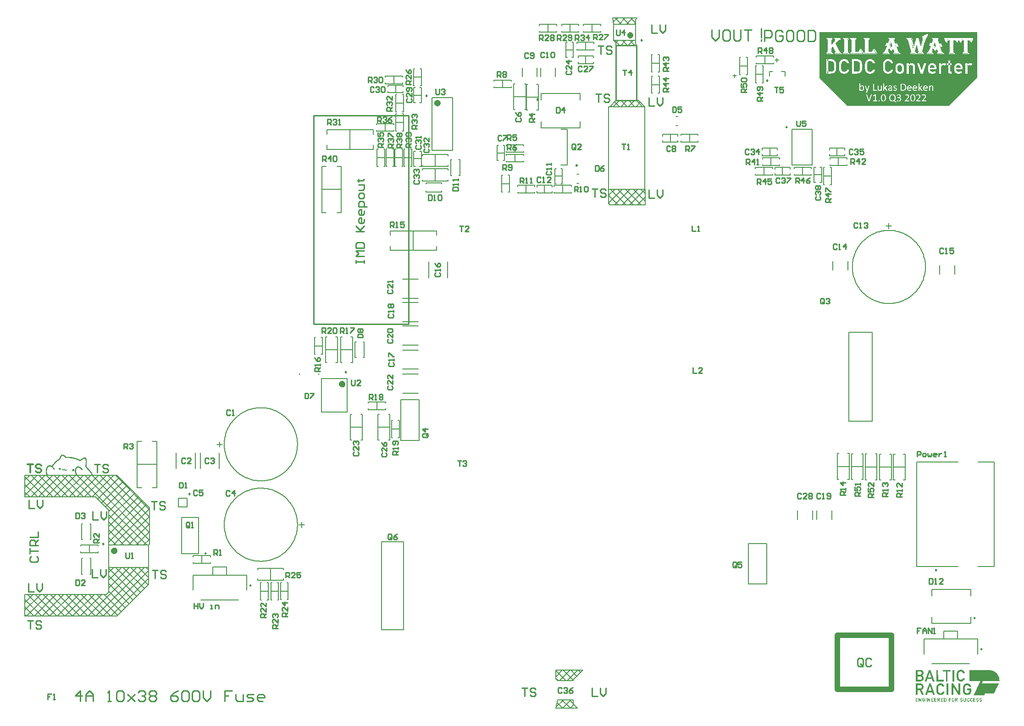
<source format=gto>
G04*
G04 #@! TF.GenerationSoftware,Altium Limited,Altium Designer,22.5.1 (42)*
G04*
G04 Layer_Color=65535*
%FSLAX25Y25*%
%MOIN*%
G70*
G04*
G04 #@! TF.SameCoordinates,02EF2946-DDE5-4D11-B7C9-AFF3A69701B4*
G04*
G04*
G04 #@! TF.FilePolarity,Positive*
G04*
G01*
G75*
%ADD10C,0.00984*%
%ADD11C,0.00787*%
%ADD12C,0.00394*%
%ADD13C,0.02362*%
%ADD14C,0.01000*%
%ADD15C,0.00800*%
%ADD16C,0.00591*%
%ADD17C,0.03937*%
%ADD18C,0.00500*%
%ADD19C,0.01181*%
G36*
X963780Y458661D02*
X943307Y438189D01*
X869291D01*
X849213Y458268D01*
Y491732D01*
X963780D01*
Y458661D01*
D02*
G37*
G36*
X298988Y184464D02*
X299099Y184456D01*
X299123Y184448D01*
X299170Y184441D01*
X299194Y184432D01*
X299234Y184417D01*
X299290Y184401D01*
X299341Y184389D01*
X299429Y184373D01*
X299461Y184365D01*
X299544Y184321D01*
X299607Y184305D01*
X299651Y184293D01*
X299679Y184282D01*
X299727Y184250D01*
X299806Y184226D01*
X299878Y184186D01*
X299949Y184154D01*
X299993Y184142D01*
X300037Y184115D01*
X300052Y184099D01*
X300092Y184083D01*
X300124Y184075D01*
X300195Y184035D01*
X300211Y184019D01*
X300299Y183988D01*
X300315Y183972D01*
X300326Y183968D01*
X300335Y183952D01*
X300442Y183892D01*
X300458Y183876D01*
X300473Y183868D01*
X300545Y183829D01*
X300585Y183789D01*
X300672Y183741D01*
X300696Y183717D01*
X300712Y183710D01*
X300767Y183670D01*
X300815Y183622D01*
X300855Y183598D01*
X300867Y183586D01*
X300875Y183570D01*
X300887Y183558D01*
X300903Y183551D01*
X300946Y183515D01*
X300974Y183487D01*
X300990Y183479D01*
X301042Y183443D01*
X301046Y183431D01*
X301062Y183423D01*
X301101Y183384D01*
X301117Y183376D01*
X301391Y183102D01*
X301399Y183086D01*
X301463Y183022D01*
X301495Y182967D01*
X301542Y182919D01*
X301550Y182903D01*
X301586Y182859D01*
X301602Y182851D01*
X301614Y182839D01*
X301622Y182824D01*
X301642Y182796D01*
X301697Y182780D01*
X301777Y182788D01*
X301987Y182800D01*
X302146Y182816D01*
X302762Y182820D01*
X302786Y182812D01*
X303052Y182800D01*
X303251Y182792D01*
X303815Y182776D01*
X303974Y182768D01*
X304085Y182760D01*
X304188Y182752D01*
X304276Y182744D01*
X304347Y182736D01*
X304443Y182728D01*
X304546Y182720D01*
X304808Y182696D01*
X304911Y182680D01*
X304975Y182665D01*
X305054Y182649D01*
X305102Y182641D01*
X305173Y182633D01*
X305269Y182625D01*
X305340Y182617D01*
X305436Y182601D01*
X305531Y182577D01*
X305610Y182561D01*
X305682Y182553D01*
X305762Y182545D01*
X305809Y182537D01*
X305849Y182529D01*
X305976Y182498D01*
X306055Y182482D01*
X306143Y182474D01*
X306206Y182466D01*
X306254Y182458D01*
X306318Y182442D01*
X306385Y182422D01*
X306417Y182414D01*
X306528Y182398D01*
X306604Y182387D01*
X306643Y182379D01*
X306759Y182343D01*
X306854Y182327D01*
X306910Y182319D01*
X306973Y182311D01*
X306997Y182303D01*
X307041Y182291D01*
X307077Y182279D01*
X307132Y182263D01*
X307164Y182255D01*
X307287Y182236D01*
X307327Y182228D01*
X307378Y182208D01*
X307418Y182192D01*
X307450Y182184D01*
X307506Y182176D01*
X307537Y182168D01*
X307601Y182160D01*
X307625Y182152D01*
X307676Y182132D01*
X307768Y182104D01*
X307823Y182097D01*
X307891Y182085D01*
X307923Y182077D01*
X307962Y182061D01*
X308006Y182041D01*
X308062Y182025D01*
X308117Y182017D01*
X308149Y182009D01*
X308193Y181997D01*
X308276Y181961D01*
X308340Y181946D01*
X308396Y181938D01*
X308495Y181902D01*
X308539Y181882D01*
X308590Y181870D01*
X308638Y181862D01*
X308670Y181854D01*
X308709Y181838D01*
X308761Y181810D01*
X308801Y181795D01*
X308868Y181783D01*
X308932Y181759D01*
X308983Y181731D01*
X309047Y181715D01*
X309099Y181703D01*
X309138Y181687D01*
X309238Y181644D01*
X309329Y181624D01*
X309413Y181580D01*
X309468Y181564D01*
X309552Y181544D01*
X309651Y181493D01*
X309711Y181481D01*
X309742Y181473D01*
X309782Y181457D01*
X309842Y181421D01*
X309893Y181409D01*
X309925Y181401D01*
X309977Y181381D01*
X310024Y181350D01*
X310068Y181338D01*
X310132Y181322D01*
X310171Y181306D01*
X310183Y181294D01*
X310199Y181286D01*
X310255Y181262D01*
X310287Y181254D01*
X310338Y181234D01*
X310386Y181203D01*
X310438Y181183D01*
X310489Y181171D01*
X310533Y181143D01*
X310581Y181111D01*
X310632Y181099D01*
X310684Y181079D01*
X310739Y181040D01*
X310771Y181032D01*
X310847Y181004D01*
X310875Y180984D01*
X310946Y180952D01*
X310978Y180944D01*
X311034Y180913D01*
X311049Y180897D01*
X311089Y180881D01*
X311121Y180873D01*
X311165Y180861D01*
X311176Y180849D01*
X311192Y180841D01*
X311240Y180809D01*
X311292Y180797D01*
X311355Y180773D01*
X311383Y180746D01*
X311423Y180730D01*
X311467Y180718D01*
X311498Y180710D01*
X311526Y180690D01*
X311574Y180658D01*
X311626Y180638D01*
X311665Y180622D01*
X311677Y180611D01*
X311709Y180603D01*
X311749Y180611D01*
X311772Y180634D01*
X311788Y180642D01*
X311840Y180678D01*
X311848Y180694D01*
X311860Y180706D01*
X311931Y180746D01*
X311971Y180785D01*
X312043Y180825D01*
X312090Y180873D01*
X312130Y180897D01*
X312170Y180936D01*
X312186Y180944D01*
X312241Y180984D01*
X312257Y181000D01*
X312273Y181008D01*
X312360Y181056D01*
X312400Y181095D01*
X312472Y181135D01*
X312495Y181159D01*
X312599Y181214D01*
X312623Y181238D01*
X312678Y181262D01*
X312718Y181286D01*
X312742Y181310D01*
X312797Y181334D01*
X312837Y181358D01*
X312861Y181381D01*
X312877Y181389D01*
X312968Y181433D01*
X312976Y181449D01*
X312988Y181461D01*
X313004Y181469D01*
X313091Y181516D01*
X313115Y181540D01*
X313131Y181548D01*
X313219Y181596D01*
X313266Y181628D01*
X313298Y181636D01*
X313369Y181675D01*
X313393Y181699D01*
X313493Y181735D01*
X313528Y181771D01*
X313568Y181787D01*
X313632Y181810D01*
X313648Y181826D01*
X313664Y181834D01*
X313679Y181850D01*
X313711Y181858D01*
X313787Y181886D01*
X313799Y181898D01*
X313814Y181906D01*
X313830Y181922D01*
X313870Y181938D01*
X313914Y181949D01*
X313954Y181965D01*
X313981Y181993D01*
X314021Y182009D01*
X314097Y182037D01*
X314180Y182081D01*
X314244Y182097D01*
X314291Y182104D01*
X314410Y182160D01*
X314474Y182176D01*
X314518Y182188D01*
X314601Y182232D01*
X314633Y182239D01*
X314744Y182263D01*
X314847Y182311D01*
X314943Y182327D01*
X314975Y182335D01*
X315054Y182343D01*
X315201Y182355D01*
X315312Y182363D01*
X315380Y182367D01*
X315404Y182359D01*
X315475Y182351D01*
X315499Y182343D01*
X315531Y182335D01*
X315622Y182315D01*
X315662Y182299D01*
X315690Y182271D01*
X315729Y182255D01*
X315805Y182228D01*
X315833Y182208D01*
X315849Y182192D01*
X315928Y182160D01*
X315956Y182140D01*
X315964Y182124D01*
X315976Y182112D01*
X315992Y182104D01*
X316035Y182069D01*
X316115Y181989D01*
X316139Y181949D01*
X316170Y181918D01*
X316178Y181902D01*
X316202Y181846D01*
X316226Y181807D01*
X316242Y181791D01*
X316250Y181775D01*
X316266Y181735D01*
X316278Y181691D01*
X316294Y181651D01*
X316329Y181592D01*
X316341Y181540D01*
X316349Y181500D01*
X316381Y181421D01*
X316401Y181377D01*
X316413Y181326D01*
X316421Y181262D01*
X316437Y181175D01*
X316445Y181143D01*
X316460Y181103D01*
X316472Y181060D01*
X316480Y181028D01*
X316496Y180917D01*
X316504Y180813D01*
X316512Y180781D01*
X316524Y180698D01*
X316532Y180658D01*
X316540Y180626D01*
X316548Y180579D01*
X316556Y180507D01*
X316564Y180428D01*
X316572Y180317D01*
X316580Y180126D01*
X316588Y179991D01*
X316615Y179439D01*
X316623Y179168D01*
X316615Y178247D01*
X316607Y178223D01*
X316588Y177679D01*
X316580Y177496D01*
X316572Y177210D01*
X316564Y176995D01*
X316556Y176860D01*
X316548Y176749D01*
X316540Y176662D01*
X316532Y176590D01*
X316524Y176526D01*
X316516Y176431D01*
X316504Y176197D01*
X316496Y176093D01*
X316484Y175859D01*
X316476Y175787D01*
X316472Y175728D01*
X316504Y175672D01*
X316572Y175605D01*
X316588Y175597D01*
X316647Y175537D01*
X316655Y175521D01*
X316742Y175434D01*
X316751Y175418D01*
X316814Y175355D01*
X316822Y175339D01*
X316850Y175311D01*
X316866Y175303D01*
X316898Y175255D01*
X316921Y175231D01*
X316937Y175223D01*
X316949Y175212D01*
X316957Y175196D01*
X317037Y175116D01*
X317044Y175100D01*
X317056Y175088D01*
X317072Y175080D01*
X317108Y175045D01*
X317116Y175029D01*
X317144Y175001D01*
X317160Y174993D01*
X317172Y174981D01*
X317180Y174965D01*
X317195Y174949D01*
X317203Y174933D01*
X317231Y174914D01*
X317259Y174886D01*
X317267Y174870D01*
X317303Y174834D01*
X317315Y174830D01*
X317323Y174814D01*
X317346Y174790D01*
X317354Y174775D01*
X317366Y174762D01*
X317382Y174755D01*
X317402Y174735D01*
X317410Y174719D01*
X317446Y174683D01*
X317462Y174675D01*
X317474Y174663D01*
X317481Y174647D01*
X317569Y174560D01*
X317577Y174544D01*
X317589Y174532D01*
X317605Y174524D01*
X317633Y174496D01*
X317640Y174480D01*
X317712Y174409D01*
X317720Y174393D01*
X317783Y174329D01*
X317791Y174314D01*
X317807Y174298D01*
X317815Y174282D01*
X317879Y174218D01*
X317887Y174202D01*
X317950Y174139D01*
X317958Y174123D01*
X318030Y174051D01*
X318038Y174036D01*
X318066Y174008D01*
X318081Y174000D01*
X318093Y173988D01*
X318101Y173972D01*
X318129Y173936D01*
X318145Y173928D01*
X318173Y173900D01*
X318181Y173884D01*
X318244Y173821D01*
X318252Y173805D01*
X318316Y173741D01*
X318324Y173726D01*
X318340Y173710D01*
X318348Y173694D01*
X318359Y173682D01*
X318375Y173674D01*
X318435Y173591D01*
X318475Y173551D01*
X318483Y173535D01*
X318518Y173491D01*
X318562Y173448D01*
X318570Y173432D01*
X318634Y173368D01*
X318642Y173352D01*
X318657Y173336D01*
X318661Y173324D01*
X318677Y173316D01*
X318697Y173296D01*
X318705Y173281D01*
X318721Y173265D01*
X318729Y173249D01*
X318741Y173237D01*
X318757Y173229D01*
X318769Y173217D01*
X318777Y173201D01*
X318793Y173185D01*
X318800Y173169D01*
X318856Y173114D01*
X318880Y173074D01*
X318920Y173034D01*
X318928Y173018D01*
X318967Y172963D01*
X319007Y172923D01*
X319031Y172883D01*
X319079Y172836D01*
X319087Y172820D01*
X319122Y172776D01*
X319150Y172748D01*
X319190Y172677D01*
X319237Y172629D01*
X319246Y172613D01*
X319281Y172570D01*
X319317Y172534D01*
X319325Y172518D01*
X319345Y172490D01*
X319361Y172482D01*
X319389Y172454D01*
X319412Y172415D01*
X319468Y172359D01*
X319476Y172343D01*
X319512Y172299D01*
X319539Y172272D01*
X319571Y172216D01*
X319611Y172176D01*
X319619Y172160D01*
X319655Y172109D01*
X319667Y172105D01*
X319671Y172101D01*
X319683Y172089D01*
X319690Y172073D01*
X319734Y172013D01*
X319750Y172005D01*
X319806Y171918D01*
X319833Y171890D01*
X319841Y171874D01*
X319873Y171819D01*
X319921Y171771D01*
X319953Y171715D01*
X319992Y171676D01*
X320036Y171592D01*
X320048Y171588D01*
X320056Y171572D01*
X320072Y171556D01*
X320104Y171501D01*
X320143Y171461D01*
X320191Y171374D01*
X320215Y171350D01*
X320263Y171262D01*
X320294Y171231D01*
X320318Y171175D01*
X320326Y171159D01*
X320362Y171115D01*
X320374Y171104D01*
X320394Y171052D01*
X320421Y171008D01*
X320445Y170984D01*
X320461Y170945D01*
X320481Y170893D01*
X320501Y170865D01*
X320517Y170849D01*
X320533Y170809D01*
X320561Y170734D01*
X320580Y170706D01*
X320596Y170690D01*
X320612Y170651D01*
X320624Y170599D01*
X320640Y170559D01*
X320652Y170547D01*
X320660Y170531D01*
X320684Y170476D01*
X320696Y170424D01*
X320704Y170392D01*
X320723Y170341D01*
X320755Y170269D01*
X320763Y170214D01*
X320771Y170182D01*
X320783Y170090D01*
X320791Y170051D01*
X320807Y169987D01*
X320815Y169939D01*
X320823Y169868D01*
X320827Y169745D01*
X320819Y169721D01*
X320807Y169614D01*
X320799Y169582D01*
X320779Y169514D01*
X320771Y169483D01*
X320759Y169415D01*
X320719Y169351D01*
X320708Y169340D01*
X320700Y169308D01*
X320680Y169256D01*
X320668Y169244D01*
X320660Y169228D01*
X320620Y169189D01*
X320596Y169149D01*
X320576Y169129D01*
X320561Y169121D01*
X320497Y169057D01*
X320457Y169034D01*
X320429Y169014D01*
X320425Y169002D01*
X320409Y168994D01*
X320370Y168978D01*
X320294Y168950D01*
X320258Y168938D01*
X320227Y168930D01*
X320195Y168938D01*
X288177Y168934D01*
X288130Y168942D01*
X288066Y168966D01*
X288022Y168994D01*
X287979Y169030D01*
X287967Y169042D01*
X287911Y169073D01*
X287864Y169121D01*
X287848Y169129D01*
X287812Y169157D01*
X287804Y169173D01*
X287784Y169193D01*
X287768Y169201D01*
X287752Y169216D01*
X287737Y169224D01*
X287717Y169252D01*
X287697Y169272D01*
X287681Y169280D01*
X287669Y169292D01*
X287661Y169308D01*
X287625Y169351D01*
X287609Y169359D01*
X287597Y169371D01*
X287590Y169387D01*
X287574Y169403D01*
X287566Y169419D01*
X287538Y169439D01*
X287518Y169459D01*
X287510Y169475D01*
X287454Y169546D01*
X287399Y169649D01*
X287367Y169681D01*
X287347Y169733D01*
X287335Y169745D01*
X287327Y169761D01*
X287296Y169792D01*
X287276Y169844D01*
X287248Y169888D01*
X287224Y169912D01*
X287208Y169951D01*
X287196Y170003D01*
X287168Y170047D01*
X287144Y170086D01*
X287129Y170142D01*
X287117Y170186D01*
X287101Y170226D01*
X287081Y170245D01*
X287057Y170301D01*
X287045Y170369D01*
X287021Y170432D01*
X287009Y170444D01*
X286990Y170496D01*
X286982Y170527D01*
X286974Y170575D01*
X286966Y170615D01*
X286958Y170647D01*
X286930Y170714D01*
X286914Y170770D01*
X286906Y170825D01*
X286898Y170857D01*
X286890Y170937D01*
X286882Y170960D01*
X286851Y171088D01*
X286835Y171183D01*
X286827Y171239D01*
X286807Y171489D01*
X286799Y171568D01*
X286783Y171672D01*
X286775Y171783D01*
X286767Y171990D01*
X286763Y172287D01*
X286771Y172311D01*
X286779Y172542D01*
X286787Y172565D01*
X286799Y172705D01*
X286807Y172776D01*
X286815Y172871D01*
X286823Y173006D01*
X286831Y173102D01*
X286839Y173165D01*
X286855Y173261D01*
X286862Y173293D01*
X286886Y173412D01*
X286894Y173459D01*
X286902Y173547D01*
X286910Y173610D01*
X286918Y173650D01*
X286926Y173682D01*
X286954Y173773D01*
X286970Y173837D01*
X286982Y173936D01*
X286990Y173976D01*
X287013Y174039D01*
X287033Y174091D01*
X287049Y174155D01*
X287061Y174230D01*
X287077Y174270D01*
X287121Y174369D01*
X287129Y174425D01*
X287137Y174457D01*
X287192Y174576D01*
X287200Y174608D01*
X287220Y174691D01*
X287248Y174735D01*
X287280Y174806D01*
X287292Y174850D01*
X287331Y174914D01*
X287351Y174957D01*
X287359Y174989D01*
X287391Y175045D01*
X287407Y175060D01*
X287431Y175116D01*
X287450Y175168D01*
X287478Y175196D01*
X287486Y175212D01*
X287502Y175227D01*
X287514Y175271D01*
X287542Y175315D01*
X287558Y175331D01*
X287566Y175347D01*
X287590Y175402D01*
X287613Y175442D01*
X287645Y175474D01*
X287653Y175490D01*
X287693Y175545D01*
X287717Y175569D01*
X287724Y175585D01*
X287756Y175640D01*
X287776Y175668D01*
X287788Y175672D01*
X287796Y175688D01*
X287812Y175704D01*
X287840Y175756D01*
X287856Y175764D01*
X287883Y175792D01*
X287907Y175831D01*
X287971Y175895D01*
X287979Y175911D01*
X288007Y175938D01*
X288022Y175946D01*
X288042Y175974D01*
X288062Y175994D01*
X288078Y176002D01*
X288158Y176082D01*
X288174Y176090D01*
X288185Y176101D01*
X288193Y176117D01*
X288213Y176137D01*
X288229Y176145D01*
X288245Y176161D01*
X288257Y176165D01*
X288265Y176181D01*
X288301Y176217D01*
X288352Y176236D01*
X288380Y176256D01*
X288404Y176280D01*
X288459Y176304D01*
X288475Y176312D01*
X288519Y176348D01*
X288531Y176360D01*
X288571Y176375D01*
X288626Y176407D01*
X288642Y176423D01*
X288658Y176431D01*
X288714Y176455D01*
X288730Y176463D01*
X288773Y176499D01*
X288817Y176519D01*
X288849Y176526D01*
X288900Y176538D01*
X288964Y176562D01*
X289000Y176582D01*
X289055Y176598D01*
X289139Y176618D01*
X289171Y176626D01*
X289286Y176662D01*
X289341Y176670D01*
X289493Y176678D01*
X289921Y176670D01*
X289945Y176662D01*
X290029Y176642D01*
X290065Y176630D01*
X290128Y176614D01*
X290259Y176594D01*
X290291Y176586D01*
X290331Y176570D01*
X290398Y176542D01*
X290430Y176534D01*
X290553Y176507D01*
X290613Y176471D01*
X290668Y176455D01*
X290732Y176439D01*
X290776Y176403D01*
X290788Y176391D01*
X290827Y176375D01*
X290883Y176344D01*
X290907Y176320D01*
X290962Y176296D01*
X291002Y176280D01*
X291046Y176244D01*
X291106Y176240D01*
X291149Y176276D01*
X291181Y176332D01*
X291217Y176375D01*
X291229Y176380D01*
X291237Y176395D01*
X291276Y176451D01*
X291316Y176491D01*
X291324Y176507D01*
X291360Y176550D01*
X291388Y176578D01*
X291395Y176594D01*
X291451Y176665D01*
X291467Y176681D01*
X291475Y176697D01*
X291511Y176741D01*
X291547Y176777D01*
X291570Y176816D01*
X291618Y176864D01*
X291650Y176920D01*
X291697Y176968D01*
X291729Y177023D01*
X291777Y177071D01*
X291785Y177087D01*
X291821Y177130D01*
X291841Y177142D01*
X291848Y177158D01*
X291884Y177202D01*
X291928Y177246D01*
X291952Y177285D01*
X291999Y177333D01*
X292007Y177349D01*
X292043Y177393D01*
X292063Y177420D01*
X292087Y177444D01*
X292111Y177484D01*
X292158Y177532D01*
X292166Y177548D01*
X292202Y177591D01*
X292218Y177599D01*
X292230Y177611D01*
X292238Y177627D01*
X292273Y177671D01*
X292317Y177714D01*
X292325Y177730D01*
X292381Y177786D01*
X292389Y177802D01*
X292425Y177846D01*
X292452Y177873D01*
X292460Y177889D01*
X292516Y177961D01*
X292548Y177992D01*
X292556Y178008D01*
X292575Y178036D01*
X292591Y178044D01*
X292611Y178064D01*
X292619Y178080D01*
X292655Y178124D01*
X292699Y178167D01*
X292706Y178183D01*
X292742Y178219D01*
X292754Y178223D01*
X292762Y178239D01*
X292778Y178255D01*
X292786Y178271D01*
X292850Y178334D01*
X292858Y178350D01*
X292913Y178406D01*
X292921Y178422D01*
X292957Y178465D01*
X292985Y178493D01*
X292993Y178509D01*
X293008Y178525D01*
X293016Y178541D01*
X293088Y178612D01*
X293096Y178628D01*
X293167Y178700D01*
X293175Y178716D01*
X293187Y178727D01*
X293203Y178735D01*
X293231Y178763D01*
X293239Y178779D01*
X293310Y178851D01*
X293318Y178867D01*
X293390Y178938D01*
X293398Y178954D01*
X293410Y178966D01*
X293426Y178974D01*
X293461Y179009D01*
X293469Y179025D01*
X293489Y179045D01*
X293505Y179053D01*
X293525Y179073D01*
X293533Y179089D01*
X293620Y179176D01*
X293628Y179192D01*
X293676Y179232D01*
X293712Y179276D01*
X293747Y179304D01*
X293755Y179319D01*
X293799Y179363D01*
X293815Y179371D01*
X293827Y179383D01*
X293835Y179399D01*
X293879Y179443D01*
X293894Y179451D01*
X293906Y179463D01*
X293914Y179478D01*
X293950Y179514D01*
X293966Y179522D01*
X293978Y179534D01*
X293986Y179550D01*
X294029Y179594D01*
X294045Y179602D01*
X294057Y179613D01*
X294065Y179629D01*
X294093Y179657D01*
X294109Y179665D01*
X294188Y179745D01*
X294204Y179753D01*
X294224Y179780D01*
X294260Y179816D01*
X294276Y179824D01*
X294296Y179844D01*
X294304Y179860D01*
X294323Y179880D01*
X294339Y179888D01*
X294411Y179959D01*
X294427Y179967D01*
X294490Y180031D01*
X294506Y180038D01*
X294522Y180054D01*
X294534Y180058D01*
X294542Y180074D01*
X294562Y180094D01*
X294578Y180102D01*
X294621Y180138D01*
X294657Y180174D01*
X294673Y180182D01*
X294745Y180237D01*
X294769Y180261D01*
X294784Y180269D01*
X294828Y180305D01*
X294864Y180341D01*
X294880Y180348D01*
X294907Y180368D01*
X294916Y180384D01*
X294935Y180404D01*
X294951Y180412D01*
X295007Y180452D01*
X295031Y180475D01*
X295047Y180483D01*
X295102Y180515D01*
X295142Y180555D01*
X295158Y180563D01*
X295213Y180603D01*
X295245Y180634D01*
X295301Y180666D01*
X295341Y180706D01*
X295356Y180714D01*
X295424Y180758D01*
X295432Y180773D01*
X295480Y180805D01*
X295507Y180825D01*
X295547Y180865D01*
X295619Y180905D01*
X295635Y180921D01*
X295651Y180928D01*
X295722Y180968D01*
X295762Y181008D01*
X295778Y181016D01*
X295865Y181063D01*
X295889Y181087D01*
X295929Y181103D01*
X295984Y181135D01*
X296016Y181167D01*
X296068Y181187D01*
X296111Y181214D01*
X296135Y181238D01*
X296191Y181262D01*
X296207Y181270D01*
X296250Y181306D01*
X296262Y181318D01*
X296342Y181350D01*
X296385Y181385D01*
X296429Y181405D01*
X296481Y181425D01*
X296493Y181437D01*
X296509Y181445D01*
X296532Y181469D01*
X296572Y181485D01*
X296644Y181524D01*
X296679Y181584D01*
X296687Y181616D01*
X296719Y181695D01*
X296735Y181759D01*
X296747Y181850D01*
X296775Y181926D01*
X296807Y181997D01*
X296814Y182053D01*
X296823Y182085D01*
X296842Y182136D01*
X296878Y182196D01*
X296890Y182247D01*
X296898Y182279D01*
X296914Y182319D01*
X296966Y182418D01*
X296977Y182470D01*
X296993Y182510D01*
X297013Y182529D01*
X297021Y182545D01*
X297037Y182585D01*
X297045Y182617D01*
X297065Y182669D01*
X297085Y182696D01*
X297101Y182712D01*
X297116Y182752D01*
X297124Y182784D01*
X297156Y182839D01*
X297172Y182855D01*
X297196Y182911D01*
X297216Y182963D01*
X297244Y182990D01*
X297252Y183006D01*
X297307Y183110D01*
X297331Y183133D01*
X297355Y183189D01*
X297363Y183205D01*
X297398Y183249D01*
X297418Y183268D01*
X297458Y183340D01*
X297490Y183372D01*
X297530Y183443D01*
X297577Y183491D01*
X297601Y183531D01*
X297649Y183578D01*
X297657Y183594D01*
X297692Y183638D01*
X297708Y183646D01*
X297728Y183674D01*
X297764Y183717D01*
X297780Y183725D01*
X297800Y183753D01*
X297863Y183817D01*
X297871Y183833D01*
X297907Y183868D01*
X297923Y183876D01*
X297979Y183932D01*
X297994Y183940D01*
X298058Y184003D01*
X298074Y184011D01*
X298130Y184067D01*
X298185Y184099D01*
X298225Y184139D01*
X298312Y184186D01*
X298336Y184210D01*
X298352Y184218D01*
X298424Y184258D01*
X298447Y184282D01*
X298463Y184290D01*
X298519Y184313D01*
X298574Y184345D01*
X298590Y184361D01*
X298630Y184377D01*
X298694Y184393D01*
X298829Y184456D01*
X298920Y184468D01*
X298964Y184472D01*
X298988Y184464D01*
D02*
G37*
G36*
X952450Y27896D02*
X952455Y27875D01*
X952464Y27867D01*
X952485Y27861D01*
X952539Y27856D01*
X952560Y27861D01*
X952609Y27856D01*
X952657Y27834D01*
X952733Y27829D01*
X952803Y27797D01*
X952864Y27783D01*
X952894Y27770D01*
X952964Y27748D01*
X953007Y27738D01*
X953037Y27729D01*
X953082Y27705D01*
X953120Y27694D01*
X953142Y27689D01*
X953177Y27676D01*
X953217Y27651D01*
X953255Y27635D01*
X953486Y27517D01*
X953508Y27495D01*
X953518Y27490D01*
X953529Y27479D01*
X953588Y27447D01*
X953599Y27436D01*
X953610Y27431D01*
X953648Y27404D01*
X953707Y27371D01*
X953734Y27345D01*
X953745Y27339D01*
X953793Y27312D01*
X953828Y27277D01*
X953833Y27267D01*
X953874Y27226D01*
X953885Y27221D01*
X953955Y27151D01*
X953992Y27135D01*
X954003Y27129D01*
X954033Y27105D01*
X954043Y27094D01*
X954046Y27086D01*
X954057Y27081D01*
X954073Y27065D01*
X954084Y27059D01*
X954103Y27040D01*
X954119Y27003D01*
X954140Y26965D01*
X954183Y26922D01*
X954189Y26911D01*
X954234Y26866D01*
X954245Y26860D01*
X954269Y26836D01*
X954280Y26809D01*
X954296Y26782D01*
X954339Y26739D01*
X954345Y26728D01*
X954361Y26712D01*
X954366Y26701D01*
X954404Y26631D01*
X954426Y26610D01*
X954431Y26599D01*
X954442Y26588D01*
X954474Y26529D01*
X954485Y26518D01*
X954490Y26508D01*
X954501Y26497D01*
X954506Y26486D01*
X954528Y26448D01*
X954544Y26411D01*
X954700Y26093D01*
X954705Y26072D01*
X954714Y26042D01*
X954775Y25910D01*
X954784Y25875D01*
X954789Y25854D01*
X954800Y25827D01*
X954805Y25805D01*
X954821Y25762D01*
X954840Y25716D01*
X954845Y25695D01*
X954851Y25630D01*
X954872Y25582D01*
X954878Y25485D01*
X954888Y25458D01*
X954883Y25436D01*
X954875Y25428D01*
X954837Y25423D01*
X953556Y25428D01*
X953532Y25447D01*
X953527Y25458D01*
X953478Y25550D01*
X953457Y25598D01*
X953448Y25649D01*
X953440Y25668D01*
X953414Y25716D01*
X953397Y25732D01*
X953392Y25743D01*
X953370Y25765D01*
X953354Y25802D01*
X953317Y25872D01*
X953292Y25902D01*
X953247Y25948D01*
X953209Y26018D01*
X953185Y26047D01*
X953158Y26080D01*
X953142Y26096D01*
X953131Y26101D01*
X953064Y26169D01*
X953058Y26179D01*
X953018Y26220D01*
X953007Y26225D01*
X952969Y26263D01*
X952959Y26268D01*
X952889Y26306D01*
X952875Y26319D01*
X952870Y26330D01*
X952846Y26354D01*
X952835Y26360D01*
X952797Y26386D01*
X952663Y26451D01*
X952582Y26494D01*
X952544Y26510D01*
X952493Y26518D01*
X952464Y26537D01*
X952437Y26548D01*
X952386Y26556D01*
X952351Y26575D01*
X952329Y26580D01*
X952270Y26586D01*
X952232Y26602D01*
X952189Y26613D01*
X951694Y26607D01*
X951656Y26591D01*
X951618Y26580D01*
X951538Y26575D01*
X951511Y26564D01*
X951468Y26553D01*
X951438Y26545D01*
X951406Y26529D01*
X951403Y26526D01*
X951376Y26516D01*
X951333Y26505D01*
X951298Y26491D01*
X951220Y26451D01*
X951129Y26403D01*
X951112Y26386D01*
X951102Y26381D01*
X951091Y26370D01*
X951080Y26365D01*
X951010Y26327D01*
X950981Y26303D01*
X950962Y26290D01*
X950894Y26244D01*
X950873Y26222D01*
X950867Y26212D01*
X950833Y26177D01*
X950822Y26171D01*
X950760Y26109D01*
X950755Y26098D01*
X950701Y26045D01*
X950695Y26034D01*
X950660Y25983D01*
X950615Y25937D01*
X950609Y25926D01*
X950582Y25878D01*
X950547Y25827D01*
X950539Y25819D01*
X950534Y25808D01*
X950491Y25727D01*
X950426Y25592D01*
X950418Y25547D01*
X950394Y25490D01*
X950386Y25455D01*
X950375Y25428D01*
X950367Y25420D01*
X950356Y25383D01*
X950351Y25280D01*
X950324Y25221D01*
X950319Y25017D01*
X950308Y25006D01*
X950297Y24968D01*
X950292Y24435D01*
X950265Y24392D01*
X950254Y24354D01*
X950259Y22939D01*
X950286Y22896D01*
X950297Y22853D01*
X950294Y22791D01*
X950297Y22444D01*
X950292Y22427D01*
X950297Y22379D01*
X950313Y22341D01*
X950324Y22298D01*
X950329Y22115D01*
X950351Y22067D01*
X950356Y22013D01*
X950362Y21948D01*
X950394Y21879D01*
X950399Y21857D01*
X950407Y21822D01*
X950421Y21776D01*
X950434Y21741D01*
X950499Y21607D01*
X950523Y21566D01*
X950528Y21550D01*
X950563Y21499D01*
X950572Y21491D01*
X950577Y21480D01*
X950604Y21442D01*
X950609Y21432D01*
X950658Y21383D01*
X950663Y21373D01*
X950685Y21340D01*
X950717Y21281D01*
X950757Y21241D01*
X950768Y21235D01*
X950814Y21190D01*
X950819Y21179D01*
X950870Y21128D01*
X950881Y21122D01*
X950913Y21090D01*
X950924Y21084D01*
X950994Y21047D01*
X951018Y21023D01*
X951024Y21012D01*
X951053Y20982D01*
X951414Y20805D01*
X951489Y20799D01*
X951521Y20778D01*
X951551Y20770D01*
X951621Y20764D01*
X951648Y20753D01*
X951672Y20740D01*
X951710Y20735D01*
X952248Y20740D01*
X952281Y20762D01*
X952318Y20767D01*
X952377Y20772D01*
X952447Y20805D01*
X952469Y20810D01*
X952504Y20818D01*
X952547Y20834D01*
X952569Y20840D01*
X952665Y20883D01*
X952711Y20907D01*
X952741Y20931D01*
X952765Y20955D01*
X952792Y20966D01*
X952840Y20993D01*
X952857Y21009D01*
X952867Y21015D01*
X952916Y21042D01*
X952945Y21066D01*
X952959Y21079D01*
X952969Y21084D01*
X952988Y21103D01*
X952994Y21114D01*
X953077Y21198D01*
X953088Y21203D01*
X953115Y21235D01*
X953212Y21332D01*
X953222Y21338D01*
X953230Y21346D01*
X953236Y21356D01*
X953257Y21389D01*
X953263Y21399D01*
X953317Y21475D01*
X953322Y21486D01*
X953349Y21534D01*
X953360Y21545D01*
X953365Y21555D01*
X953387Y21577D01*
X953392Y21588D01*
X953408Y21625D01*
X953516Y21835D01*
X953524Y21844D01*
X953562Y21854D01*
X954870Y21849D01*
X954883Y21835D01*
X954888Y21814D01*
X954872Y21776D01*
X954867Y21690D01*
X954856Y21663D01*
X954845Y21625D01*
X954840Y21604D01*
X954827Y21569D01*
X954808Y21534D01*
X954802Y21496D01*
X954808Y21480D01*
X954802Y21459D01*
X954749Y21346D01*
X954740Y21305D01*
X954735Y21284D01*
X954722Y21254D01*
X954692Y21171D01*
X954646Y21077D01*
X954635Y21050D01*
X954609Y21001D01*
X954522Y20834D01*
X954490Y20802D01*
X954474Y20764D01*
X954469Y20753D01*
X954426Y20673D01*
X954393Y20640D01*
X954382Y20614D01*
X954361Y20576D01*
X954313Y20527D01*
X954307Y20517D01*
X954294Y20503D01*
X954283Y20498D01*
X954275Y20490D01*
X954269Y20479D01*
X954259Y20468D01*
X954226Y20409D01*
X954156Y20339D01*
X954151Y20328D01*
X954089Y20266D01*
X954078Y20261D01*
X954033Y20215D01*
X954027Y20204D01*
X953976Y20153D01*
X953965Y20148D01*
X953911Y20094D01*
X953901Y20089D01*
X953852Y20062D01*
X953823Y20038D01*
X953817Y20027D01*
X953793Y20003D01*
X953734Y19970D01*
X953723Y19960D01*
X953712Y19954D01*
X953691Y19933D01*
X953680Y19927D01*
X953648Y19895D01*
X953621Y19884D01*
X953475Y19809D01*
X953427Y19771D01*
X953325Y19717D01*
X953287Y19696D01*
X953244Y19685D01*
X953204Y19677D01*
X953150Y19645D01*
X953126Y19631D01*
X953104Y19626D01*
X953066Y19620D01*
X952996Y19588D01*
X952951Y19580D01*
X952894Y19556D01*
X952835Y19550D01*
X952819Y19545D01*
X952792Y19534D01*
X952754Y19524D01*
X952684Y19518D01*
X952647Y19491D01*
X952587Y19480D01*
X952571Y19486D01*
X952520Y19478D01*
X952485Y19464D01*
X952464Y19459D01*
X952426Y19454D01*
X952189Y19448D01*
X952141Y19427D01*
X952119Y19421D01*
X952057Y19424D01*
X951850Y19421D01*
X951839Y19427D01*
X951823Y19421D01*
X951764Y19427D01*
X951705Y19454D01*
X951468Y19459D01*
X951419Y19480D01*
X951382Y19486D01*
X951338Y19480D01*
X951322Y19486D01*
X951301Y19491D01*
X951290Y19502D01*
X951279Y19507D01*
X951252Y19518D01*
X951231Y19524D01*
X951166Y19529D01*
X951129Y19545D01*
X951091Y19556D01*
X951037Y19561D01*
X950989Y19583D01*
X950943Y19591D01*
X950886Y19615D01*
X950865Y19620D01*
X950833Y19626D01*
X950800Y19647D01*
X950790Y19653D01*
X950687Y19701D01*
X950660Y19712D01*
X950577Y19742D01*
X950534Y19769D01*
X950477Y19809D01*
X950407Y19841D01*
X950370Y19863D01*
X950348Y19884D01*
X950337Y19890D01*
X950327Y19900D01*
X950257Y19938D01*
X950241Y19954D01*
X950230Y19960D01*
X950214Y19976D01*
X950187Y19986D01*
X950149Y20008D01*
X950141Y20016D01*
X950136Y20027D01*
X950101Y20046D01*
X950063Y20067D01*
X950039Y20091D01*
X950033Y20102D01*
X950014Y20121D01*
X950004Y20126D01*
X949936Y20194D01*
X949931Y20204D01*
X949891Y20245D01*
X949880Y20250D01*
X949818Y20312D01*
X949813Y20323D01*
X949778Y20358D01*
X949767Y20363D01*
X949689Y20441D01*
X949683Y20452D01*
X949654Y20482D01*
X949646Y20484D01*
X949643Y20492D01*
X949632Y20498D01*
X949586Y20544D01*
X949554Y20603D01*
X949533Y20624D01*
X949527Y20635D01*
X949484Y20678D01*
X949468Y20716D01*
X949446Y20753D01*
X949414Y20786D01*
X949350Y20910D01*
X949317Y20942D01*
X949280Y21023D01*
X949269Y21050D01*
X949237Y21109D01*
X949210Y21168D01*
X949204Y21216D01*
X949183Y21249D01*
X949150Y21319D01*
X949142Y21354D01*
X949132Y21381D01*
X949118Y21410D01*
X949113Y21432D01*
X949107Y21502D01*
X949075Y21572D01*
X949070Y21593D01*
X949075Y21663D01*
X949048Y21722D01*
X949043Y21744D01*
X949037Y21938D01*
X949010Y21997D01*
X949005Y22471D01*
X948978Y22530D01*
X948973Y22594D01*
X948978Y22611D01*
X948975Y24815D01*
X948981Y24836D01*
X949010Y24904D01*
X949016Y25372D01*
X949037Y25420D01*
X949043Y25442D01*
X949048Y25630D01*
X949070Y25684D01*
X949075Y25732D01*
X949070Y25749D01*
X949078Y25784D01*
X949089Y25811D01*
X949097Y25819D01*
X949107Y25846D01*
X949113Y25883D01*
X949118Y25942D01*
X949134Y25980D01*
X949140Y26002D01*
X949153Y26037D01*
X949167Y26066D01*
X949210Y26158D01*
X949218Y26193D01*
X949223Y26214D01*
X949258Y26281D01*
X949296Y26351D01*
X949307Y26362D01*
X949312Y26373D01*
X949323Y26384D01*
X949328Y26395D01*
X949350Y26427D01*
X949371Y26475D01*
X949425Y26578D01*
X949449Y26607D01*
X949457Y26615D01*
X949463Y26626D01*
X949495Y26685D01*
X949525Y26715D01*
X949535Y26720D01*
X949559Y26744D01*
X949570Y26771D01*
X949597Y26820D01*
X949640Y26863D01*
X949646Y26874D01*
X949691Y26919D01*
X949702Y26925D01*
X949753Y26976D01*
X949759Y26987D01*
X949810Y27038D01*
X949821Y27043D01*
X949877Y27100D01*
X949883Y27110D01*
X949939Y27167D01*
X949950Y27172D01*
X949990Y27213D01*
X949996Y27224D01*
X950031Y27259D01*
X950057Y27269D01*
X950095Y27291D01*
X950125Y27315D01*
X950133Y27323D01*
X950144Y27329D01*
X950171Y27355D01*
X950181Y27361D01*
X950230Y27388D01*
X950262Y27420D01*
X950273Y27425D01*
X950300Y27436D01*
X950337Y27458D01*
X950359Y27485D01*
X950773Y27689D01*
X950816Y27700D01*
X950843Y27711D01*
X950854Y27716D01*
X950946Y27759D01*
X950983Y27764D01*
X951026Y27770D01*
X951064Y27786D01*
X951129Y27802D01*
X951188Y27829D01*
X951209Y27834D01*
X951274Y27840D01*
X951322Y27861D01*
X951395Y27859D01*
X951449Y27864D01*
X951468Y27878D01*
X951473Y27899D01*
X952450Y27896D01*
D02*
G37*
G36*
X944594Y27829D02*
X944613Y27810D01*
X944618Y27773D01*
X944613Y26707D01*
X944594Y26682D01*
X944556Y26677D01*
X944516Y26680D01*
X942414Y26677D01*
X942398Y26682D01*
X942376Y26677D01*
X942366Y26672D01*
X942352Y26658D01*
X942341Y26621D01*
X942347Y26518D01*
X942341Y19510D01*
X942328Y19491D01*
X942285Y19480D01*
X942245Y19483D01*
X941208Y19480D01*
X941192Y19486D01*
X941176Y19480D01*
X941095Y19486D01*
X941066Y19510D01*
X941060Y19548D01*
X941055Y26653D01*
X941031Y26677D01*
X940993Y26682D01*
X940955Y26677D01*
X939669D01*
X938818Y26682D01*
X938794Y26701D01*
X938783Y26744D01*
X938789Y27799D01*
X938808Y27824D01*
X938845Y27834D01*
X944594Y27829D01*
D02*
G37*
G36*
X922805D02*
X922875Y27797D01*
X923009Y27791D01*
X923058Y27770D01*
X923079Y27764D01*
X923144Y27759D01*
X923192Y27738D01*
X923273Y27732D01*
X923284Y27721D01*
X923295Y27716D01*
X923332Y27700D01*
X923362Y27692D01*
X923389Y27681D01*
X923413Y27673D01*
X923435Y27668D01*
X923464Y27659D01*
X923532Y27630D01*
X923591Y27603D01*
X923612Y27598D01*
X923647Y27584D01*
X923674Y27573D01*
X923715Y27549D01*
X923750Y27536D01*
X923776Y27525D01*
X923806Y27495D01*
X923817Y27490D01*
X923849Y27468D01*
X923860Y27463D01*
X923935Y27409D01*
X924005Y27371D01*
X924024Y27353D01*
X924029Y27342D01*
X924048Y27323D01*
X924059Y27318D01*
X924091Y27296D01*
X924102Y27291D01*
X924132Y27267D01*
X924167Y27232D01*
X924177Y27226D01*
X924218Y27186D01*
X924223Y27175D01*
X924280Y27119D01*
X924290Y27113D01*
X924315Y27089D01*
X924320Y27078D01*
X924347Y27040D01*
X924352Y27030D01*
X924377Y27000D01*
X924390Y26981D01*
X924417Y26954D01*
X924422Y26944D01*
X924444Y26911D01*
X924449Y26890D01*
X924476Y26847D01*
X924498Y26809D01*
X924508Y26798D01*
X924514Y26787D01*
X924541Y26750D01*
X924573Y26680D01*
X924611Y26610D01*
X924627Y26572D01*
X924651Y26505D01*
X924665Y26459D01*
X924675Y26416D01*
X924689Y26381D01*
X924713Y26325D01*
X924718Y26255D01*
X924740Y26206D01*
X924745Y26142D01*
X924767Y26093D01*
X924772Y26072D01*
X924778Y25905D01*
X924804Y25846D01*
X924810Y25824D01*
X924804Y25388D01*
X924778Y25329D01*
X924772Y25307D01*
X924767Y25146D01*
X924740Y25087D01*
X924734Y25017D01*
X924718Y24990D01*
X924713Y24968D01*
X924708Y24930D01*
X924675Y24860D01*
X924667Y24809D01*
X924621Y24726D01*
X924551Y24591D01*
X924525Y24565D01*
X924492Y24505D01*
X924476Y24489D01*
X924471Y24478D01*
X924460Y24468D01*
X924428Y24408D01*
X924390Y24360D01*
X924366Y24336D01*
X924355Y24330D01*
X924344Y24319D01*
X924333Y24314D01*
X924315Y24295D01*
X924309Y24285D01*
X924288Y24263D01*
X924282Y24252D01*
X924253Y24223D01*
X924242Y24217D01*
X924177Y24153D01*
X924167Y24147D01*
X924107Y24115D01*
X924059Y24067D01*
X924048Y24061D01*
X924016Y24040D01*
X924005Y24034D01*
X923994Y24024D01*
X923984Y24018D01*
X923973Y24007D01*
X923962Y24002D01*
X923951Y23991D01*
X923752Y23889D01*
X923704Y23867D01*
X923645Y23835D01*
X923631Y23822D01*
X923626Y23800D01*
X923631Y23784D01*
X923645Y23771D01*
X923666Y23765D01*
X923717Y23768D01*
X923739Y23762D01*
X923817Y23722D01*
X923860Y23711D01*
X923895Y23703D01*
X924032Y23631D01*
X924062Y23606D01*
X924081Y23593D01*
X924150Y23555D01*
X924204Y23501D01*
X924215Y23496D01*
X924226Y23485D01*
X924285Y23453D01*
X924315Y23429D01*
X924358Y23386D01*
X924363Y23375D01*
X924425Y23313D01*
X924436Y23308D01*
X924455Y23289D01*
X924460Y23278D01*
X924487Y23230D01*
X924498Y23219D01*
X924503Y23208D01*
X924519Y23192D01*
X924525Y23181D01*
X924546Y23160D01*
X924551Y23149D01*
X924568Y23133D01*
X924581Y23098D01*
X924600Y23068D01*
X924621Y23046D01*
X924627Y23036D01*
X924638Y23025D01*
X924681Y22933D01*
X924740Y22820D01*
X924772Y22750D01*
X924780Y22699D01*
X924804Y22643D01*
X924815Y22594D01*
X924842Y22535D01*
X924850Y22506D01*
X924874Y22449D01*
X924880Y22336D01*
X924901Y22288D01*
X924907Y22266D01*
X924912Y22115D01*
X924928Y22078D01*
X924934Y22040D01*
X924928Y21669D01*
X924907Y21620D01*
X924901Y21593D01*
X924907Y21577D01*
X924901Y21426D01*
X924880Y21378D01*
X924874Y21356D01*
X924869Y21254D01*
X924848Y21216D01*
X924842Y21195D01*
X924831Y21120D01*
X924821Y21093D01*
X924810Y21055D01*
X924788Y21001D01*
X924778Y20963D01*
X924772Y20942D01*
X924753Y20891D01*
X924729Y20850D01*
X924718Y20823D01*
X924697Y20786D01*
X924621Y20630D01*
X924595Y20581D01*
X924568Y20554D01*
X924562Y20544D01*
X924519Y20468D01*
X924495Y20439D01*
X924471Y20398D01*
X924449Y20361D01*
X924436Y20347D01*
X924425Y20342D01*
X924358Y20274D01*
X924352Y20264D01*
X924307Y20218D01*
X924296Y20212D01*
X924239Y20156D01*
X924234Y20145D01*
X924218Y20134D01*
X924212Y20124D01*
X924188Y20099D01*
X924177Y20094D01*
X924110Y20027D01*
X924105Y20016D01*
X924075Y19986D01*
X924064Y19981D01*
X924048Y19965D01*
X924037Y19960D01*
X923978Y19927D01*
X923949Y19903D01*
X923941Y19895D01*
X923871Y19857D01*
X923855Y19841D01*
X923844Y19836D01*
X923833Y19825D01*
X923822Y19820D01*
X923790Y19798D01*
X923755Y19785D01*
X923728Y19774D01*
X923661Y19739D01*
X923650Y19734D01*
X923612Y19712D01*
X923564Y19690D01*
X923542Y19685D01*
X923499Y19680D01*
X923467Y19658D01*
X923456Y19653D01*
X923424Y19631D01*
X923386Y19620D01*
X923343Y19615D01*
X923332Y19604D01*
X923295Y19588D01*
X923241Y19583D01*
X923201Y19575D01*
X923171Y19561D01*
X923133Y19550D01*
X923071Y19553D01*
X923050Y19548D01*
X923023Y19537D01*
X922988Y19524D01*
X922719Y19518D01*
X922686Y19497D01*
X922659Y19486D01*
X922590Y19480D01*
X922555Y19483D01*
X919209Y19480D01*
X919193Y19486D01*
X919123Y19480D01*
X919088Y19499D01*
X919077Y19537D01*
X919080Y19567D01*
X919077Y22061D01*
Y22067D01*
X919080Y27705D01*
X919077Y27773D01*
X919083Y27789D01*
X919088Y27810D01*
X919102Y27829D01*
X919123Y27834D01*
X922805Y27829D01*
D02*
G37*
G36*
X947135D02*
X947148Y27816D01*
X947153Y27794D01*
X947159Y27724D01*
X947153Y27708D01*
X947156Y19524D01*
X947151Y19502D01*
X947135Y19486D01*
X947097Y19480D01*
X947038Y19486D01*
X947022Y19480D01*
X945991Y19483D01*
X945934Y19480D01*
X945918Y19486D01*
X945891Y19502D01*
X945883Y19510D01*
X945878Y19532D01*
Y21163D01*
Y21168D01*
X945883Y27805D01*
X945907Y27829D01*
X945945Y27834D01*
X947135Y27829D01*
D02*
G37*
G36*
X935330D02*
X935349Y27816D01*
X935360Y27789D01*
X935365Y20764D01*
X935384Y20740D01*
X935406Y20735D01*
X939359Y20737D01*
X939381Y20732D01*
X939389Y20724D01*
X939397Y20721D01*
X939402Y20710D01*
X939408Y20694D01*
X939413Y20673D01*
X939408Y20603D01*
X939402Y19499D01*
X939394Y19491D01*
X939357Y19480D01*
X939289Y19483D01*
X934173Y19480D01*
X934168Y19486D01*
X934152Y19480D01*
X934103Y19486D01*
X934084Y19499D01*
X934079Y19521D01*
Y21938D01*
Y21943D01*
X934084Y27810D01*
X934092Y27824D01*
X934119Y27834D01*
X935330Y27829D01*
D02*
G37*
G36*
X929824D02*
X929843Y27810D01*
X929856Y27754D01*
X929880Y27713D01*
X929889Y27662D01*
X929899Y27635D01*
X929913Y27600D01*
X929924Y27552D01*
X929977Y27439D01*
X930002Y27371D01*
X930010Y27342D01*
X930018Y27307D01*
X930026Y27288D01*
X930047Y27240D01*
X930053Y27186D01*
X930080Y27148D01*
X930107Y27089D01*
X930120Y27032D01*
X930144Y26976D01*
X930150Y26933D01*
X930177Y26874D01*
X930182Y26841D01*
X930241Y26717D01*
X930246Y26696D01*
X930254Y26666D01*
X930265Y26640D01*
X930271Y26618D01*
X930279Y26588D01*
X930306Y26529D01*
X930311Y26491D01*
X930316Y26465D01*
X930343Y26421D01*
X930349Y26411D01*
X930365Y26373D01*
X930376Y26330D01*
X930386Y26303D01*
X930402Y26265D01*
X930408Y26228D01*
X930421Y26193D01*
X930440Y26147D01*
X930446Y26125D01*
X930459Y26090D01*
X930505Y25991D01*
X930510Y25953D01*
X930524Y25918D01*
X930534Y25891D01*
X930556Y25832D01*
X930564Y25824D01*
X930572Y25794D01*
X930580Y25743D01*
X930607Y25700D01*
X930612Y25679D01*
X930629Y25641D01*
X930653Y25574D01*
X930666Y25539D01*
X930674Y25488D01*
X930699Y25442D01*
X930709Y25404D01*
X930715Y25383D01*
X930763Y25280D01*
X930769Y25243D01*
X930787Y25192D01*
X930812Y25135D01*
X930817Y25113D01*
X930828Y25087D01*
X930838Y25043D01*
X930847Y25014D01*
X930855Y25006D01*
X930871Y24968D01*
X930882Y24941D01*
X930898Y24904D01*
X930917Y24852D01*
X930930Y24807D01*
X930938Y24772D01*
X930949Y24745D01*
X930962Y24715D01*
X930973Y24678D01*
X930981Y24643D01*
X931005Y24597D01*
X931027Y24548D01*
X931032Y24527D01*
X931040Y24492D01*
X931070Y24430D01*
X931078Y24395D01*
X931097Y24333D01*
X931116Y24282D01*
X931129Y24252D01*
X931172Y24161D01*
X931180Y24126D01*
X931188Y24096D01*
X931199Y24053D01*
X931221Y24005D01*
X931231Y23967D01*
X931245Y23911D01*
X931285Y23843D01*
X931301Y23784D01*
X931318Y23746D01*
X931334Y23693D01*
X931342Y23658D01*
X931393Y23547D01*
X931398Y23526D01*
X931412Y23491D01*
X931436Y23434D01*
X931444Y23394D01*
X931482Y23286D01*
X931493Y23259D01*
X931525Y23205D01*
X931538Y23170D01*
X931546Y23119D01*
X931579Y23028D01*
X931592Y22982D01*
X931598Y22960D01*
X931606Y22931D01*
X931657Y22826D01*
X931686Y22742D01*
X931694Y22713D01*
X931705Y22670D01*
X931732Y22600D01*
X931756Y22533D01*
X931797Y22454D01*
X931805Y22409D01*
X931810Y22387D01*
X931829Y22341D01*
X931845Y22288D01*
X931856Y22250D01*
X931864Y22220D01*
X931875Y22193D01*
X931883Y22185D01*
X931926Y22088D01*
X931931Y22067D01*
X931958Y21981D01*
X931964Y21959D01*
X931977Y21924D01*
X931990Y21900D01*
X932001Y21857D01*
X932020Y21806D01*
X932044Y21766D01*
X932055Y21738D01*
X932069Y21682D01*
X932079Y21655D01*
X932093Y21625D01*
X932104Y21577D01*
Y21572D01*
X932114Y21545D01*
X932139Y21477D01*
X932149Y21451D01*
X932190Y21362D01*
X932195Y21340D01*
X932203Y21305D01*
X932222Y21260D01*
X932230Y21230D01*
X932241Y21203D01*
X932249Y21195D01*
X932265Y21141D01*
X932273Y21101D01*
X932319Y21007D01*
X932332Y20950D01*
X932356Y20910D01*
X932362Y20872D01*
X932367Y20850D01*
X932381Y20815D01*
X932408Y20740D01*
X932418Y20713D01*
X932443Y20662D01*
X932453Y20635D01*
X932459Y20597D01*
X932469Y20571D01*
X932491Y20522D01*
X932496Y20501D01*
X932518Y20452D01*
X932523Y20430D01*
X932531Y20390D01*
X932542Y20363D01*
X932582Y20274D01*
X932588Y20253D01*
X932601Y20218D01*
X932620Y20183D01*
X932626Y20145D01*
X932634Y20110D01*
X932658Y20054D01*
X932666Y20024D01*
X932677Y19997D01*
X932701Y19951D01*
X932722Y19903D01*
X932728Y19855D01*
X932755Y19795D01*
X932763Y19766D01*
X932774Y19739D01*
X932782Y19715D01*
X932787Y19693D01*
X932795Y19663D01*
X932806Y19637D01*
X932846Y19558D01*
X932852Y19537D01*
X932846Y19505D01*
X932833Y19491D01*
X932795Y19480D01*
X932722Y19483D01*
X931649Y19480D01*
X931633Y19486D01*
X931616Y19480D01*
X931536Y19486D01*
X931498Y19513D01*
X931490Y19521D01*
X931484Y19532D01*
X931468Y19569D01*
X931460Y19599D01*
X931439Y19653D01*
X931409Y19709D01*
X931404Y19747D01*
X931390Y19782D01*
X931377Y19812D01*
X931366Y19855D01*
X931345Y19903D01*
X931339Y19925D01*
X931331Y19965D01*
X931307Y20021D01*
X931301Y20043D01*
X931293Y20078D01*
X931280Y20108D01*
X931256Y20175D01*
X931245Y20202D01*
X931237Y20231D01*
X931229Y20266D01*
X931207Y20326D01*
X931191Y20369D01*
X931186Y20390D01*
X931180Y20423D01*
X931175Y20444D01*
X931164Y20471D01*
X931156Y20479D01*
X931118Y20560D01*
X931100Y20611D01*
X931091Y20640D01*
X931081Y20678D01*
X931073Y20713D01*
X931046Y20772D01*
X931038Y20802D01*
X931027Y20829D01*
X931011Y20893D01*
X931000Y20920D01*
X930984Y20958D01*
X930978Y20980D01*
X930970Y21020D01*
X930946Y21077D01*
X930941Y21109D01*
X930914Y21152D01*
X930903Y21216D01*
X930882Y21254D01*
X930876Y21292D01*
X930868Y21321D01*
X930841Y21354D01*
X930814Y21364D01*
X930793Y21370D01*
X927741Y21364D01*
X927722Y21346D01*
X927711Y21303D01*
X927674Y21222D01*
X927665Y21187D01*
X927652Y21152D01*
X927641Y21109D01*
X927614Y21050D01*
X927606Y20993D01*
X927561Y20910D01*
X927550Y20872D01*
X927542Y20842D01*
X927531Y20815D01*
X927523Y20807D01*
X927515Y20772D01*
X927509Y20740D01*
X927499Y20713D01*
X927485Y20684D01*
X927477Y20649D01*
X927466Y20622D01*
X927447Y20576D01*
X927442Y20554D01*
X927437Y20522D01*
X927426Y20511D01*
X927415Y20484D01*
X927410Y20447D01*
X927402Y20417D01*
X927383Y20382D01*
X927378Y20361D01*
X927369Y20320D01*
X927351Y20274D01*
X927345Y20253D01*
X927332Y20218D01*
X927324Y20210D01*
X927313Y20183D01*
X927308Y20145D01*
X927302Y20124D01*
X927254Y20021D01*
X927248Y20000D01*
X927240Y19965D01*
X927216Y19925D01*
X927211Y19887D01*
X927205Y19855D01*
X927178Y19795D01*
X927154Y19728D01*
X927138Y19663D01*
X927114Y19607D01*
X927106Y19572D01*
X927090Y19529D01*
X927076Y19510D01*
X927057Y19491D01*
X927036Y19486D01*
X926998Y19480D01*
X926941Y19483D01*
X925873Y19480D01*
X925857Y19486D01*
X925803Y19480D01*
X925763Y19489D01*
X925744Y19502D01*
X925736Y19526D01*
X925741Y19596D01*
X925752Y19623D01*
X925768Y19677D01*
X925800Y19747D01*
X925806Y19769D01*
X925814Y19804D01*
X925825Y19830D01*
X925865Y19919D01*
X925873Y19960D01*
X925903Y20027D01*
X925911Y20073D01*
X925930Y20118D01*
X925943Y20153D01*
X925959Y20196D01*
X925970Y20223D01*
X926000Y20291D01*
X926008Y20331D01*
X926018Y20358D01*
X926045Y20428D01*
X926059Y20458D01*
X926070Y20501D01*
X926077Y20536D01*
X926086Y20554D01*
X926123Y20635D01*
X926129Y20657D01*
X926137Y20686D01*
X926166Y20743D01*
X926174Y20794D01*
X926185Y20821D01*
X926199Y20856D01*
X926209Y20893D01*
X926220Y20920D01*
X926263Y21012D01*
X926269Y21060D01*
X926290Y21098D01*
X926320Y21181D01*
X926328Y21211D01*
X926336Y21246D01*
X926347Y21273D01*
X926392Y21373D01*
X926400Y21407D01*
X926425Y21464D01*
X926430Y21486D01*
X926438Y21526D01*
X926462Y21582D01*
X926468Y21604D01*
X926476Y21634D01*
X926522Y21717D01*
X926527Y21738D01*
X926535Y21784D01*
X926559Y21841D01*
X926565Y21862D01*
X926573Y21892D01*
X926586Y21927D01*
X926592Y21948D01*
X926605Y21983D01*
X926648Y22070D01*
X926656Y22099D01*
X926662Y22121D01*
X926688Y22191D01*
X926697Y22236D01*
X926707Y22263D01*
X926715Y22271D01*
X926726Y22309D01*
X926734Y22350D01*
X926761Y22392D01*
X926780Y22427D01*
X926791Y22471D01*
X926796Y22508D01*
X926818Y22546D01*
X926823Y22568D01*
X926831Y22608D01*
X926871Y22681D01*
X926888Y22718D01*
X926893Y22761D01*
X926920Y22820D01*
X926928Y22861D01*
X926939Y22888D01*
X926952Y22923D01*
X926960Y22963D01*
X926968Y22982D01*
X926990Y23014D01*
X927017Y23073D01*
X927022Y23111D01*
X927049Y23170D01*
X927057Y23222D01*
X927068Y23248D01*
X927076Y23257D01*
X927087Y23300D01*
X927092Y23332D01*
X927119Y23375D01*
X927125Y23386D01*
X927146Y23434D01*
X927151Y23456D01*
X927160Y23496D01*
X927178Y23531D01*
X927184Y23552D01*
X927189Y23585D01*
X927216Y23644D01*
X927224Y23684D01*
X927235Y23711D01*
X927243Y23719D01*
X927275Y23789D01*
X927281Y23811D01*
X927289Y23846D01*
X927313Y23902D01*
X927321Y23954D01*
X927345Y23989D01*
X927351Y24026D01*
X927356Y24048D01*
X927369Y24083D01*
X927378Y24091D01*
X927399Y24128D01*
X927410Y24155D01*
X927418Y24206D01*
X927429Y24233D01*
X927437Y24241D01*
X927447Y24285D01*
X927456Y24314D01*
X927480Y24371D01*
X927485Y24392D01*
X927493Y24422D01*
X927539Y24521D01*
X927550Y24565D01*
X927577Y24624D01*
X927585Y24675D01*
X927609Y24715D01*
X927614Y24753D01*
X927620Y24774D01*
X927633Y24809D01*
X927641Y24817D01*
X927674Y24887D01*
X927679Y24936D01*
X927706Y24973D01*
X927719Y25035D01*
X927730Y25062D01*
X927744Y25092D01*
X927752Y25132D01*
X927762Y25159D01*
X927803Y25248D01*
X927808Y25270D01*
X927822Y25305D01*
X927840Y25350D01*
X927846Y25372D01*
X927851Y25404D01*
X927867Y25431D01*
X927878Y25474D01*
X927886Y25515D01*
X927918Y25568D01*
X927932Y25598D01*
X927937Y25620D01*
X927945Y25660D01*
X927969Y25706D01*
X927975Y25727D01*
X927983Y25767D01*
X928007Y25824D01*
X928013Y25856D01*
X928034Y25905D01*
X928072Y25986D01*
X928077Y26007D01*
X928091Y26042D01*
X928099Y26066D01*
X928109Y26109D01*
X928136Y26169D01*
X928144Y26225D01*
X928155Y26252D01*
X928163Y26260D01*
X928196Y26330D01*
X928206Y26373D01*
X928233Y26432D01*
X928239Y26470D01*
X928252Y26505D01*
X928266Y26535D01*
X928274Y26570D01*
X928279Y26591D01*
X928298Y26626D01*
X928330Y26696D01*
X928341Y26739D01*
X928354Y26774D01*
X928368Y26820D01*
X928381Y26855D01*
X928395Y26884D01*
X928406Y26911D01*
X928411Y26922D01*
X928438Y26981D01*
X928443Y27003D01*
X928465Y27078D01*
X928478Y27113D01*
X928492Y27143D01*
X928510Y27226D01*
X928551Y27294D01*
X928567Y27353D01*
X928589Y27406D01*
X928599Y27450D01*
X928607Y27479D01*
X928629Y27533D01*
X928634Y27555D01*
X928645Y27582D01*
X928672Y27635D01*
X928696Y27692D01*
X928702Y27713D01*
X928710Y27748D01*
X928720Y27775D01*
X928742Y27808D01*
X928763Y27829D01*
X928785Y27834D01*
X929824Y27829D01*
D02*
G37*
G36*
X956807Y18022D02*
X956856Y18000D01*
X956894Y17995D01*
X957036Y17998D01*
X957058Y17992D01*
X957103Y17973D01*
X957125Y17968D01*
X957227Y17963D01*
X957259Y17941D01*
X957286Y17930D01*
X957367Y17925D01*
X957394Y17909D01*
X957432Y17898D01*
X957461Y17890D01*
X957488Y17879D01*
X957512Y17871D01*
X957534Y17866D01*
X957564Y17858D01*
X957609Y17833D01*
X957674Y17823D01*
X957733Y17785D01*
X957760Y17774D01*
X957782Y17769D01*
X957827Y17761D01*
X957873Y17737D01*
X957916Y17710D01*
X957943Y17699D01*
X957954Y17693D01*
X958029Y17640D01*
X958132Y17586D01*
X958142Y17575D01*
X958153Y17570D01*
X958164Y17559D01*
X958175Y17553D01*
X958218Y17527D01*
X958255Y17505D01*
X958271Y17489D01*
X958282Y17483D01*
X958293Y17473D01*
X958352Y17440D01*
X958366Y17427D01*
X958371Y17416D01*
X958444Y17344D01*
X958454Y17338D01*
X958476Y17317D01*
X958546Y17279D01*
X958570Y17255D01*
X958576Y17244D01*
X958627Y17193D01*
X958638Y17188D01*
X958689Y17136D01*
X958694Y17126D01*
X958759Y17061D01*
X958769Y17034D01*
X958791Y16996D01*
X958799Y16988D01*
X958810Y16983D01*
X958834Y16959D01*
X958839Y16948D01*
X958850Y16937D01*
X958853Y16935D01*
X958872Y16916D01*
X958877Y16905D01*
X958904Y16867D01*
X958909Y16856D01*
X958947Y16808D01*
X958955Y16800D01*
X958966Y16794D01*
X958979Y16781D01*
X958985Y16770D01*
X959028Y16679D01*
X959049Y16641D01*
X959081Y16609D01*
X959141Y16485D01*
X959270Y16232D01*
X959286Y16194D01*
X959291Y16173D01*
X959297Y16130D01*
X959318Y16092D01*
X959345Y16054D01*
X959356Y16011D01*
X959361Y15974D01*
X959372Y15963D01*
X959388Y15925D01*
X959394Y15855D01*
X959399Y15834D01*
X959426Y15775D01*
X959434Y15740D01*
X959453Y15678D01*
X959448Y15554D01*
X959423Y15530D01*
X959388Y15527D01*
X958134Y15532D01*
X958113Y15554D01*
X958059Y15656D01*
X958048Y15683D01*
X958040Y15734D01*
X957994Y15818D01*
X957951Y15898D01*
X957927Y15928D01*
X957903Y15968D01*
X957897Y15979D01*
X957873Y16009D01*
X957860Y16027D01*
X957822Y16097D01*
X957803Y16116D01*
X957792Y16122D01*
X957782Y16132D01*
X957771Y16138D01*
X957752Y16157D01*
X957747Y16167D01*
X957736Y16178D01*
X957730Y16189D01*
X957690Y16229D01*
X957679Y16235D01*
X957612Y16302D01*
X957607Y16313D01*
X957566Y16353D01*
X957555Y16359D01*
X957507Y16407D01*
X957437Y16445D01*
X957410Y16472D01*
X957372Y16488D01*
X957362Y16493D01*
X957343Y16507D01*
X957337Y16517D01*
X957324Y16531D01*
X957313Y16536D01*
X957146Y16617D01*
X957101Y16625D01*
X957074Y16636D01*
X956998Y16663D01*
X956942Y16687D01*
X956866Y16692D01*
X956818Y16714D01*
X956789Y16716D01*
X956786Y16714D01*
X956770Y16719D01*
X956684Y16714D01*
X956667Y16719D01*
X956638Y16727D01*
X956592Y16741D01*
X956571Y16746D01*
X956447Y16741D01*
X956420Y16730D01*
X956382Y16719D01*
X956361Y16714D01*
X956280Y16719D01*
X956275Y16714D01*
X956258Y16719D01*
X956242Y16714D01*
X956210Y16708D01*
X956161Y16687D01*
X956086Y16681D01*
X956005Y16644D01*
X955946Y16628D01*
X955925Y16622D01*
X955895Y16614D01*
X955833Y16585D01*
X955731Y16531D01*
X955698Y16499D01*
X955688Y16493D01*
X955661Y16482D01*
X955634Y16466D01*
X955607Y16439D01*
X955596Y16434D01*
X955548Y16407D01*
X955537Y16396D01*
X955526Y16391D01*
X955499Y16364D01*
X955489Y16359D01*
X955459Y16329D01*
X955454Y16318D01*
X955375Y16240D01*
X955365Y16235D01*
X955330Y16200D01*
X955324Y16189D01*
X955308Y16173D01*
X955303Y16162D01*
X955284Y16143D01*
X955273Y16138D01*
X955254Y16119D01*
X955249Y16108D01*
X955222Y16065D01*
X955217Y16054D01*
X955168Y16006D01*
X955163Y15995D01*
X955136Y15958D01*
X955104Y15888D01*
X955082Y15850D01*
X955071Y15839D01*
X955066Y15828D01*
X955044Y15796D01*
X955036Y15766D01*
X955026Y15740D01*
X954983Y15643D01*
X954974Y15618D01*
X954969Y15559D01*
X954953Y15521D01*
X954948Y15484D01*
X954942Y15462D01*
X954937Y15414D01*
X954910Y15376D01*
X954905Y15338D01*
X954899Y15150D01*
X954878Y15102D01*
X954872Y15080D01*
X954867Y14660D01*
X954845Y14606D01*
X954840Y14558D01*
X954845Y14542D01*
X954843Y13000D01*
X954848Y12973D01*
X954859Y12946D01*
X954872Y12900D01*
X954878Y12453D01*
X954894Y12416D01*
X954899Y12394D01*
X954905Y12357D01*
X954910Y12211D01*
X954937Y12173D01*
X954942Y12136D01*
X954948Y12050D01*
X954969Y12001D01*
X954974Y11958D01*
X955001Y11899D01*
X955007Y11861D01*
X955020Y11826D01*
X955061Y11759D01*
X955093Y11689D01*
X955125Y11630D01*
X955147Y11608D01*
X955152Y11597D01*
X955179Y11549D01*
X955190Y11538D01*
X955195Y11528D01*
X955211Y11511D01*
X955217Y11501D01*
X955252Y11466D01*
X955262Y11460D01*
X955292Y11431D01*
X955303Y11404D01*
X955330Y11355D01*
X955367Y11318D01*
X955373Y11307D01*
X955419Y11261D01*
X955429Y11256D01*
X955456Y11229D01*
X955467Y11223D01*
X955478Y11213D01*
X955505Y11202D01*
X955542Y11180D01*
X955567Y11156D01*
X955572Y11145D01*
X955602Y11116D01*
X955628Y11105D01*
X955666Y11084D01*
X955693Y11057D01*
X955742Y11030D01*
X955855Y10976D01*
X955911Y10962D01*
X955938Y10952D01*
X955984Y10927D01*
X956032Y10906D01*
X956054Y10900D01*
X956118Y10895D01*
X956178Y10868D01*
X956234Y10871D01*
X956266Y10865D01*
X956293Y10855D01*
X956323Y10841D01*
X956775Y10847D01*
X956813Y10863D01*
X956834Y10868D01*
X956866Y10874D01*
X956883Y10868D01*
X956926Y10874D01*
X956974Y10895D01*
X956996Y10900D01*
X957071Y10906D01*
X957082Y10917D01*
X957119Y10938D01*
X957157Y10954D01*
X957224Y10978D01*
X957268Y10995D01*
X957321Y11022D01*
X957367Y11046D01*
X957405Y11084D01*
X957453Y11105D01*
X957480Y11121D01*
X957496Y11137D01*
X957507Y11143D01*
X957539Y11164D01*
X957577Y11186D01*
X957593Y11202D01*
X957604Y11207D01*
X957639Y11242D01*
X957644Y11253D01*
X957706Y11315D01*
X957717Y11320D01*
X957752Y11355D01*
X957757Y11366D01*
X957825Y11433D01*
X957835Y11439D01*
X957849Y11458D01*
X957860Y11468D01*
X957865Y11479D01*
X957892Y11517D01*
X957897Y11528D01*
X957913Y11544D01*
X957919Y11554D01*
X957930Y11565D01*
X957967Y11635D01*
X958005Y11689D01*
X958086Y11845D01*
X958102Y11883D01*
X958110Y11918D01*
X958115Y11939D01*
X958145Y12012D01*
X958153Y12042D01*
X958172Y12104D01*
X958177Y12190D01*
X958204Y12249D01*
X958210Y12286D01*
X958215Y12475D01*
X958242Y12534D01*
X958236Y12959D01*
X958218Y12978D01*
X958196Y12984D01*
X958142Y12989D01*
X958121Y12984D01*
X956638Y12986D01*
X956581Y12984D01*
X956544Y13005D01*
X956536Y13013D01*
X956525Y13051D01*
X956530Y14176D01*
X956538Y14189D01*
X956549Y14195D01*
X956565Y14200D01*
X956587Y14206D01*
X959493Y14200D01*
X959512Y14187D01*
X959523Y14160D01*
X959517Y12254D01*
X959496Y12206D01*
X959491Y12136D01*
X959493Y12020D01*
X959488Y11988D01*
X959458Y11931D01*
X959453Y11910D01*
X959448Y11813D01*
X959426Y11759D01*
X959402Y11692D01*
X959394Y11662D01*
X959386Y11584D01*
X959361Y11544D01*
X959353Y11493D01*
X959302Y11393D01*
X959291Y11350D01*
X959283Y11315D01*
X959238Y11231D01*
X959178Y11108D01*
X959109Y10973D01*
X959081Y10946D01*
X959076Y10936D01*
X959049Y10892D01*
X959028Y10855D01*
X959017Y10844D01*
X959012Y10833D01*
X959001Y10822D01*
X958974Y10774D01*
X958950Y10744D01*
X958939Y10734D01*
X958928Y10728D01*
X958920Y10720D01*
X958915Y10709D01*
X958899Y10683D01*
X958877Y10645D01*
X958818Y10586D01*
X958812Y10575D01*
X958751Y10513D01*
X958740Y10508D01*
X958694Y10462D01*
X958689Y10451D01*
X958662Y10408D01*
X958656Y10397D01*
X958648Y10389D01*
X958589Y10357D01*
X958570Y10338D01*
X958565Y10327D01*
X958543Y10306D01*
X958541Y10298D01*
X958530Y10292D01*
X958508Y10271D01*
X958498Y10265D01*
X958457Y10225D01*
X958452Y10214D01*
X958406Y10168D01*
X958395Y10163D01*
X958347Y10136D01*
X958298Y10098D01*
X958266Y10077D01*
X958218Y10050D01*
X958196Y10029D01*
X958169Y10018D01*
X958121Y9991D01*
X958088Y9958D01*
X957975Y9905D01*
X957873Y9851D01*
X957771Y9802D01*
X957679Y9759D01*
X957647Y9754D01*
X957577Y9722D01*
X957534Y9711D01*
X957459Y9689D01*
X957410Y9668D01*
X957389Y9663D01*
X957332Y9649D01*
X957270Y9619D01*
X957173Y9614D01*
X957146Y9603D01*
X957109Y9593D01*
X957071Y9587D01*
X957001Y9593D01*
X956985Y9587D01*
X956926Y9560D01*
X956888Y9555D01*
X956113Y9560D01*
X956054Y9587D01*
X956032Y9593D01*
X955968Y9587D01*
X955951Y9593D01*
X955908Y9598D01*
X955871Y9614D01*
X955849Y9619D01*
X955785Y9625D01*
X955752Y9646D01*
X955715Y9657D01*
X955645Y9663D01*
X955585Y9689D01*
X955542Y9700D01*
X955515Y9711D01*
X955494Y9716D01*
X955443Y9735D01*
X955343Y9781D01*
X955306Y9792D01*
X955276Y9800D01*
X955093Y9897D01*
X955047Y9915D01*
X955009Y9937D01*
X954988Y9958D01*
X954977Y9964D01*
X954940Y9985D01*
X954848Y10034D01*
X954832Y10050D01*
X954821Y10055D01*
X954789Y10077D01*
X954751Y10098D01*
X954722Y10123D01*
X954714Y10131D01*
X954705Y10133D01*
X954700Y10144D01*
X954676Y10168D01*
X954638Y10185D01*
X954627Y10190D01*
X954598Y10214D01*
X954574Y10244D01*
X954552Y10265D01*
X954541Y10271D01*
X954490Y10322D01*
X954485Y10333D01*
X954434Y10384D01*
X954423Y10389D01*
X954377Y10435D01*
X954372Y10446D01*
X954321Y10497D01*
X954310Y10502D01*
X954248Y10564D01*
X954243Y10575D01*
X954194Y10623D01*
X954162Y10683D01*
X954108Y10736D01*
X954103Y10747D01*
X954049Y10828D01*
X954016Y10860D01*
X954011Y10871D01*
X954000Y10882D01*
X953984Y10919D01*
X953957Y10968D01*
X953893Y11092D01*
X953866Y11118D01*
X953801Y11253D01*
X953796Y11275D01*
X953785Y11302D01*
X953771Y11337D01*
X953761Y11363D01*
X953734Y11406D01*
X953720Y11441D01*
X953712Y11493D01*
X953701Y11519D01*
X953693Y11544D01*
X953688Y11608D01*
X953666Y11641D01*
X953661Y11678D01*
X953656Y11775D01*
X953629Y11834D01*
X953623Y11856D01*
X953618Y12017D01*
X953591Y12077D01*
X953597Y12179D01*
X953594Y12418D01*
X953597Y12475D01*
X953586Y12502D01*
X953580Y12513D01*
X953564Y12550D01*
X953559Y12572D01*
X953564Y15043D01*
X953591Y15102D01*
X953597Y15123D01*
X953594Y15201D01*
X953597Y15419D01*
X953591Y15435D01*
X953597Y15495D01*
X953618Y15548D01*
X953623Y15586D01*
X953629Y15758D01*
X953656Y15818D01*
X953661Y15839D01*
X953666Y15947D01*
X953688Y15979D01*
X953693Y16017D01*
X953699Y16038D01*
X953715Y16076D01*
X953726Y16114D01*
X953758Y16184D01*
X953763Y16221D01*
X953769Y16243D01*
X953893Y16485D01*
X953925Y16555D01*
X953930Y16566D01*
X953955Y16595D01*
X953976Y16628D01*
X953984Y16636D01*
X954049Y16759D01*
X954113Y16824D01*
X954127Y16859D01*
X954146Y16889D01*
X954154Y16897D01*
X954164Y16902D01*
X954189Y16926D01*
X954194Y16937D01*
X954232Y16975D01*
X954237Y16986D01*
X954259Y17018D01*
X954264Y17029D01*
X954302Y17077D01*
X954321Y17091D01*
X954377Y17147D01*
X954382Y17158D01*
X954423Y17198D01*
X954434Y17204D01*
X954490Y17260D01*
X954496Y17271D01*
X954514Y17290D01*
X954552Y17306D01*
X954563Y17311D01*
X954592Y17335D01*
X954627Y17370D01*
X954638Y17376D01*
X954652Y17395D01*
X954665Y17408D01*
X954676Y17413D01*
X954687Y17424D01*
X954735Y17451D01*
X954751Y17467D01*
X954759Y17470D01*
X954765Y17481D01*
X954805Y17505D01*
X954827Y17510D01*
X954856Y17535D01*
X954870Y17548D01*
X954880Y17553D01*
X954940Y17586D01*
X954967Y17613D01*
X955015Y17640D01*
X955085Y17672D01*
X955166Y17715D01*
X955279Y17769D01*
X955338Y17796D01*
X955381Y17807D01*
X955416Y17820D01*
X955456Y17844D01*
X955467Y17850D01*
X955505Y17866D01*
X955548Y17871D01*
X955607Y17898D01*
X955672Y17903D01*
X955709Y17920D01*
X955731Y17925D01*
X955768Y17930D01*
X955817Y17936D01*
X955828Y17946D01*
X955876Y17968D01*
X955978Y17973D01*
X956027Y17995D01*
X956237Y18000D01*
X956264Y18016D01*
X956301Y18027D01*
X956353Y18030D01*
X956743Y18027D01*
X956759Y18033D01*
X956807Y18022D01*
D02*
G37*
G36*
X936945Y18027D02*
X937352Y18030D01*
X937379Y18024D01*
X937432Y18003D01*
X937454Y17998D01*
X937586Y17995D01*
X937597Y18000D01*
X937613Y17995D01*
X937645Y17989D01*
X937672Y17979D01*
X937715Y17968D01*
X937801Y17963D01*
X937844Y17936D01*
X937866Y17930D01*
X937941Y17925D01*
X937989Y17903D01*
X938030Y17895D01*
X938086Y17871D01*
X938138Y17863D01*
X938183Y17839D01*
X938205Y17833D01*
X938240Y17825D01*
X938267Y17815D01*
X938275Y17807D01*
X938366Y17763D01*
X938447Y17726D01*
X938458Y17720D01*
X938490Y17699D01*
X938501Y17693D01*
X938560Y17666D01*
X938662Y17613D01*
X938695Y17580D01*
X938754Y17553D01*
X938824Y17516D01*
X938888Y17451D01*
X938958Y17413D01*
X939001Y17370D01*
X939012Y17365D01*
X939047Y17330D01*
X939052Y17319D01*
X939109Y17263D01*
X939120Y17257D01*
X939157Y17236D01*
X939187Y17212D01*
X939206Y17198D01*
X939230Y17174D01*
X939262Y17115D01*
X939289Y17088D01*
X939295Y17077D01*
X939367Y17005D01*
X939378Y16999D01*
X939402Y16975D01*
X939408Y16964D01*
X939429Y16943D01*
X939435Y16932D01*
X939472Y16862D01*
X939491Y16843D01*
X939502Y16838D01*
X939532Y16808D01*
X939548Y16770D01*
X939564Y16743D01*
X939591Y16716D01*
X939596Y16706D01*
X939655Y16593D01*
X939666Y16582D01*
X939672Y16571D01*
X939693Y16550D01*
X939709Y16512D01*
X939758Y16420D01*
X939812Y16307D01*
X939838Y16248D01*
X939844Y16227D01*
X939852Y16192D01*
X939876Y16146D01*
X939903Y16103D01*
X939917Y16025D01*
X939935Y15990D01*
X939941Y15968D01*
X939946Y15936D01*
X939968Y15888D01*
X939973Y15866D01*
X939981Y15836D01*
X940003Y15804D01*
X940011Y15775D01*
X940016Y15705D01*
X940032Y15667D01*
X940038Y15597D01*
X940032Y15559D01*
X940019Y15540D01*
X940008Y15535D01*
X939992Y15530D01*
X939965Y15524D01*
X939949Y15530D01*
X938705Y15535D01*
X938676Y15559D01*
X938665Y15570D01*
X938660Y15592D01*
X938651Y15637D01*
X938622Y15699D01*
X938547Y15845D01*
X938503Y15936D01*
X938498Y15947D01*
X938477Y15984D01*
X938452Y16014D01*
X938447Y16025D01*
X938436Y16030D01*
X938428Y16038D01*
X938423Y16049D01*
X938407Y16065D01*
X938401Y16076D01*
X938380Y16108D01*
X938374Y16119D01*
X938294Y16200D01*
X938288Y16210D01*
X938237Y16262D01*
X938226Y16267D01*
X938170Y16324D01*
X938164Y16334D01*
X938135Y16364D01*
X938124Y16369D01*
X938076Y16396D01*
X938059Y16412D01*
X938049Y16418D01*
X938022Y16445D01*
X938014Y16447D01*
X938008Y16458D01*
X938000Y16466D01*
X937989Y16472D01*
X937823Y16558D01*
X937763Y16585D01*
X937650Y16638D01*
X937615Y16646D01*
X937580Y16660D01*
X937532Y16681D01*
X937510Y16687D01*
X937446Y16692D01*
X937397Y16714D01*
X937360Y16719D01*
X937344Y16714D01*
X937327Y16719D01*
X937257Y16714D01*
X937241Y16719D01*
X937214Y16730D01*
X937177Y16741D01*
X937139Y16746D01*
X937026Y16741D01*
X936988Y16725D01*
X936967Y16719D01*
X936897Y16714D01*
X936881Y16719D01*
X936811Y16714D01*
X936784Y16703D01*
X936773Y16698D01*
X936746Y16687D01*
X936665Y16681D01*
X936595Y16649D01*
X936574Y16644D01*
X936525Y16622D01*
X936488Y16617D01*
X936453Y16603D01*
X936445Y16595D01*
X936410Y16582D01*
X936383Y16571D01*
X936299Y16525D01*
X936262Y16504D01*
X936192Y16455D01*
X936143Y16429D01*
X936057Y16342D01*
X936046Y16337D01*
X935998Y16310D01*
X935949Y16272D01*
X935941Y16264D01*
X935936Y16254D01*
X935909Y16210D01*
X935904Y16200D01*
X935853Y16132D01*
X935842Y16127D01*
X935826Y16111D01*
X935815Y16105D01*
X935796Y16087D01*
X935777Y16036D01*
X935764Y16017D01*
X935737Y15990D01*
X935705Y15931D01*
X935694Y15920D01*
X935688Y15909D01*
X935672Y15893D01*
X935645Y15845D01*
X935624Y15796D01*
X935592Y15726D01*
X935586Y15688D01*
X935554Y15618D01*
X935546Y15583D01*
X935535Y15556D01*
X935522Y15521D01*
X935516Y15446D01*
X935489Y15387D01*
X935484Y15322D01*
X935489Y15306D01*
X935484Y15215D01*
X935457Y15156D01*
X935460Y15083D01*
X935457Y14902D01*
X935462Y14886D01*
X935457Y14838D01*
X935425Y14768D01*
X935419Y14746D01*
Y13654D01*
Y13648D01*
X935425Y12776D01*
X935457Y12706D01*
X935460Y12644D01*
X935457Y12389D01*
X935462Y12373D01*
X935484Y12324D01*
X935489Y12303D01*
X935484Y12222D01*
X935489Y12206D01*
X935495Y12184D01*
X935516Y12136D01*
X935522Y12114D01*
X935527Y12012D01*
X935554Y11953D01*
X935559Y11931D01*
X935567Y11896D01*
X935608Y11829D01*
X935618Y11802D01*
X935640Y11754D01*
X935645Y11743D01*
X935699Y11641D01*
X935721Y11619D01*
X935726Y11608D01*
X935748Y11576D01*
X935775Y11528D01*
X935785Y11517D01*
X935791Y11506D01*
X935807Y11490D01*
X935812Y11479D01*
X935844Y11420D01*
X935869Y11396D01*
X935879Y11390D01*
X935925Y11345D01*
X935931Y11334D01*
X935998Y11266D01*
X936009Y11261D01*
X936038Y11231D01*
X936044Y11221D01*
X936073Y11191D01*
X936084Y11186D01*
X936132Y11159D01*
X936149Y11143D01*
X936159Y11137D01*
X936176Y11121D01*
X936256Y11078D01*
X936267Y11067D01*
X936278Y11062D01*
X936289Y11051D01*
X936299Y11046D01*
X936310Y11035D01*
X936380Y11003D01*
X936493Y10949D01*
X936528Y10941D01*
X936550Y10936D01*
X936611Y10906D01*
X936646Y10898D01*
X936689Y10882D01*
X936719Y10874D01*
X936741Y10868D01*
X936821Y10863D01*
X936848Y10852D01*
X936886Y10841D01*
X937365Y10847D01*
X937424Y10874D01*
X937489Y10868D01*
X937505Y10874D01*
X937553Y10895D01*
X937597Y10906D01*
X937626Y10914D01*
X937634Y10922D01*
X937645Y10927D01*
X937672Y10938D01*
X937723Y10946D01*
X937806Y10992D01*
X937841Y11005D01*
X937868Y11016D01*
X937941Y11062D01*
X937960Y11075D01*
X937963Y11084D01*
X937973Y11089D01*
X937984Y11100D01*
X938006Y11105D01*
X938043Y11132D01*
X938062Y11151D01*
X938068Y11162D01*
X938108Y11202D01*
X938119Y11207D01*
X938129Y11218D01*
X938210Y11261D01*
X938261Y11312D01*
X938267Y11323D01*
X938277Y11334D01*
X938283Y11345D01*
X938321Y11415D01*
X938350Y11444D01*
X938361Y11450D01*
X938407Y11495D01*
X938439Y11554D01*
X938455Y11571D01*
X938460Y11581D01*
X938471Y11592D01*
X938477Y11603D01*
X938498Y11641D01*
X938525Y11678D01*
X938557Y11727D01*
X938638Y11894D01*
X938660Y11931D01*
X938678Y11950D01*
X938689Y11955D01*
X938705Y11961D01*
X940008Y11955D01*
X940027Y11937D01*
X940038Y11899D01*
X940032Y11851D01*
X940011Y11802D01*
X940005Y11727D01*
X939984Y11694D01*
X939973Y11667D01*
X939965Y11632D01*
X939960Y11611D01*
X939927Y11519D01*
X939914Y11474D01*
X939906Y11428D01*
X939876Y11366D01*
X939871Y11345D01*
X939857Y11310D01*
X939806Y11199D01*
X939655Y10903D01*
X939618Y10865D01*
X939599Y10814D01*
X939559Y10774D01*
X939526Y10715D01*
X939499Y10688D01*
X939494Y10677D01*
X939472Y10656D01*
X939467Y10645D01*
X939456Y10634D01*
X939440Y10596D01*
X939419Y10559D01*
X939405Y10545D01*
X939394Y10540D01*
X939384Y10529D01*
X939373Y10524D01*
X939338Y10489D01*
X939332Y10478D01*
X939265Y10411D01*
X939254Y10405D01*
X939209Y10360D01*
X939203Y10349D01*
X939176Y10322D01*
X939174Y10314D01*
X939163Y10308D01*
X939136Y10282D01*
X939125Y10276D01*
X939096Y10246D01*
X939090Y10236D01*
X939074Y10220D01*
X939069Y10209D01*
X939055Y10195D01*
X939044Y10190D01*
X939028Y10174D01*
X939017Y10168D01*
X938969Y10142D01*
X938918Y10107D01*
X938872Y10061D01*
X938861Y10055D01*
X938810Y10020D01*
X938802Y10012D01*
X938791Y10007D01*
X938781Y9996D01*
X938646Y9926D01*
X938635Y9915D01*
X938625Y9910D01*
X938587Y9883D01*
X938463Y9824D01*
X938398Y9808D01*
X938264Y9738D01*
X938226Y9722D01*
X938189Y9716D01*
X938162Y9706D01*
X938124Y9689D01*
X938059Y9684D01*
X938022Y9668D01*
X937979Y9657D01*
X937949Y9649D01*
X937930Y9641D01*
X937882Y9619D01*
X937785Y9614D01*
X937731Y9593D01*
X937693Y9587D01*
X937623Y9593D01*
X937602Y9587D01*
X937553Y9566D01*
X937510Y9555D01*
X936703Y9560D01*
X936644Y9587D01*
X936622Y9593D01*
X936536Y9587D01*
X936520Y9593D01*
X936490Y9601D01*
X936455Y9614D01*
X936418Y9619D01*
X936342Y9625D01*
X936310Y9646D01*
X936272Y9657D01*
X936216Y9670D01*
X936189Y9681D01*
X936111Y9706D01*
X936068Y9716D01*
X936038Y9724D01*
X936030Y9732D01*
X935993Y9749D01*
X935949Y9759D01*
X935914Y9773D01*
X935847Y9808D01*
X935809Y9824D01*
X935729Y9867D01*
X935530Y9969D01*
X935497Y10002D01*
X935460Y10018D01*
X935422Y10039D01*
X935400Y10061D01*
X935341Y10093D01*
X935330Y10104D01*
X935320Y10109D01*
X935293Y10136D01*
X935282Y10142D01*
X935250Y10174D01*
X935198Y10193D01*
X935190Y10201D01*
X935180Y10206D01*
X935166Y10225D01*
X935142Y10255D01*
X935120Y10276D01*
X935110Y10282D01*
X935088Y10303D01*
X935077Y10308D01*
X935064Y10327D01*
X935053Y10338D01*
X935048Y10349D01*
X935029Y10368D01*
X934975Y10389D01*
X934945Y10419D01*
X934913Y10478D01*
X934889Y10508D01*
X934873Y10524D01*
X934862Y10529D01*
X934806Y10586D01*
X934800Y10596D01*
X934760Y10637D01*
X934749Y10642D01*
X934733Y10658D01*
X934722Y10664D01*
X934709Y10688D01*
X934698Y10715D01*
X934682Y10742D01*
X934671Y10752D01*
X934666Y10763D01*
X934655Y10774D01*
X934649Y10785D01*
X934628Y10822D01*
X934604Y10852D01*
X934596Y10860D01*
X934558Y10930D01*
X934534Y10960D01*
X934520Y10978D01*
X934509Y10989D01*
X934499Y11016D01*
X934429Y11162D01*
X934396Y11221D01*
X934359Y11291D01*
X934343Y11328D01*
X934337Y11350D01*
X934329Y11390D01*
X934318Y11417D01*
X934310Y11425D01*
X934278Y11495D01*
X934273Y11571D01*
X934246Y11614D01*
X934235Y11657D01*
X934230Y11759D01*
X934208Y11807D01*
X934205Y11837D01*
X934208Y11915D01*
X934203Y11931D01*
X934192Y11958D01*
X934181Y11996D01*
X934176Y12017D01*
X934170Y12346D01*
X934160Y12357D01*
X934138Y12405D01*
X934144Y15172D01*
X934165Y15204D01*
X934176Y15242D01*
X934181Y15581D01*
X934203Y15618D01*
X934208Y15640D01*
X934214Y15801D01*
X934235Y15850D01*
X934240Y15958D01*
X934273Y16027D01*
X934278Y16049D01*
X934300Y16119D01*
X934308Y16149D01*
X934318Y16175D01*
X934370Y16286D01*
X934375Y16307D01*
X934396Y16367D01*
X934423Y16410D01*
X934437Y16445D01*
X934464Y16488D01*
X934504Y16544D01*
X934563Y16657D01*
X934574Y16668D01*
X934579Y16679D01*
X934590Y16690D01*
X934628Y16759D01*
X934644Y16776D01*
X934649Y16786D01*
X934666Y16803D01*
X934687Y16840D01*
X934698Y16851D01*
X934703Y16862D01*
X934717Y16875D01*
X934727Y16881D01*
X934741Y16894D01*
X934746Y16905D01*
X934773Y16953D01*
X934824Y17021D01*
X934862Y17058D01*
X934873Y17064D01*
X934929Y17120D01*
X934935Y17131D01*
X934980Y17177D01*
X934991Y17182D01*
X935053Y17244D01*
X935059Y17255D01*
X935104Y17300D01*
X935115Y17306D01*
X935126Y17317D01*
X935137Y17322D01*
X935174Y17344D01*
X935225Y17379D01*
X935250Y17408D01*
X935260Y17413D01*
X935271Y17424D01*
X935282Y17430D01*
X935333Y17465D01*
X935379Y17510D01*
X935390Y17516D01*
X935438Y17543D01*
X935489Y17578D01*
X935503Y17591D01*
X935513Y17597D01*
X935680Y17677D01*
X935740Y17710D01*
X935809Y17747D01*
X935858Y17769D01*
X935917Y17796D01*
X935958Y17804D01*
X935984Y17815D01*
X936062Y17855D01*
X936100Y17866D01*
X936122Y17871D01*
X936159Y17887D01*
X936202Y17898D01*
X936256Y17903D01*
X936294Y17920D01*
X936332Y17930D01*
X936361Y17938D01*
X936418Y17968D01*
X936464Y17971D01*
X936536Y17968D01*
X936552Y17973D01*
X936622Y17995D01*
X936811Y18000D01*
X936859Y18022D01*
X936881Y18027D01*
X936929Y18033D01*
X936945Y18027D01*
D02*
G37*
G36*
X945310Y17968D02*
X946413Y17963D01*
X946421Y17955D01*
X946427Y17944D01*
X946454Y17895D01*
X946486Y17863D01*
X946518Y17804D01*
X946572Y17728D01*
X946577Y17718D01*
X946631Y17642D01*
X946637Y17621D01*
X946669Y17562D01*
X946704Y17510D01*
X946723Y17492D01*
X946739Y17454D01*
X946755Y17427D01*
X946787Y17395D01*
X946801Y17360D01*
X946809Y17341D01*
X946820Y17330D01*
X946825Y17319D01*
X946852Y17292D01*
X946874Y17255D01*
X946895Y17206D01*
X946917Y17169D01*
X946954Y17131D01*
X946968Y17096D01*
X946976Y17088D01*
X946992Y17061D01*
X947019Y17023D01*
X947024Y17012D01*
X947075Y16945D01*
X947089Y16921D01*
X947105Y16883D01*
X947137Y16824D01*
X947164Y16786D01*
X947186Y16765D01*
X947223Y16695D01*
X947250Y16668D01*
X947256Y16646D01*
X947280Y16601D01*
X947291Y16595D01*
X947304Y16582D01*
X947310Y16571D01*
X947336Y16528D01*
X947353Y16490D01*
X947380Y16442D01*
X947393Y16429D01*
X947401Y16426D01*
X947406Y16415D01*
X947417Y16404D01*
X947423Y16383D01*
X947444Y16345D01*
X947460Y16329D01*
X947466Y16318D01*
X947476Y16307D01*
X947498Y16270D01*
X947533Y16219D01*
X947546Y16205D01*
X947568Y16157D01*
X947606Y16087D01*
X947630Y16057D01*
X947643Y16038D01*
X947665Y16006D01*
X947670Y15990D01*
X947694Y15960D01*
X947713Y15941D01*
X947719Y15920D01*
X947740Y15882D01*
X947773Y15850D01*
X947843Y15715D01*
X947875Y15683D01*
X947888Y15648D01*
X947910Y15616D01*
X947929Y15597D01*
X947934Y15586D01*
X947961Y15543D01*
X947966Y15532D01*
X948020Y15457D01*
X948047Y15408D01*
X948069Y15387D01*
X948085Y15349D01*
X948117Y15290D01*
X948139Y15252D01*
X948176Y15215D01*
X948182Y15193D01*
X948203Y15156D01*
X948241Y15118D01*
X948260Y15067D01*
X948273Y15053D01*
X948279Y15043D01*
X948295Y15026D01*
X948300Y15015D01*
X948322Y14983D01*
X948343Y14935D01*
X948348Y14924D01*
X948386Y14876D01*
X948397Y14865D01*
X948435Y14795D01*
X948459Y14765D01*
X948480Y14733D01*
X948513Y14679D01*
X948532Y14660D01*
X948548Y14623D01*
X948596Y14531D01*
X948628Y14499D01*
X948634Y14488D01*
X948666Y14429D01*
X948698Y14397D01*
X948709Y14370D01*
X948736Y14321D01*
X948763Y14294D01*
X948827Y14171D01*
X948860Y14138D01*
X948897Y14068D01*
X948946Y13998D01*
X948967Y13961D01*
X948994Y13934D01*
X949000Y13923D01*
X949016Y13885D01*
X949059Y13804D01*
X949083Y13775D01*
X949097Y13761D01*
X949129Y13702D01*
X949156Y13675D01*
X949172Y13638D01*
X949188Y13611D01*
X949215Y13584D01*
X949220Y13573D01*
X949242Y13541D01*
X949258Y13503D01*
X949290Y13444D01*
X949317Y13417D01*
X949323Y13406D01*
X949355Y13347D01*
X949366Y13336D01*
X949371Y13325D01*
X949382Y13315D01*
X949425Y13239D01*
X949452Y13212D01*
X949457Y13202D01*
X949522Y13078D01*
X949546Y13048D01*
X949559Y13035D01*
X949592Y12976D01*
X949613Y12954D01*
X949619Y12943D01*
X949651Y12884D01*
X949689Y12846D01*
X949705Y12809D01*
X949710Y12798D01*
X949726Y12760D01*
X949748Y12722D01*
X949780Y12690D01*
X949813Y12631D01*
X949850Y12577D01*
X949856Y12566D01*
X949877Y12529D01*
X949915Y12480D01*
X949936Y12448D01*
X949950Y12413D01*
X949974Y12367D01*
X950012Y12319D01*
X950028Y12292D01*
X950049Y12254D01*
X950066Y12238D01*
X950071Y12227D01*
X950082Y12217D01*
X950101Y12165D01*
X950117Y12149D01*
X950149Y12155D01*
X950162Y12168D01*
X950168Y17938D01*
X950181Y17957D01*
X950208Y17968D01*
X951457Y17963D01*
X951476Y17944D01*
X951481Y17922D01*
X951476Y9644D01*
X951457Y9625D01*
X951435Y9619D01*
X950281Y9617D01*
X950259Y9622D01*
X950251Y9630D01*
X950241Y9636D01*
X950203Y9695D01*
X950162Y9751D01*
X950157Y9762D01*
X950122Y9813D01*
X950109Y9827D01*
X950068Y9905D01*
X950057Y9910D01*
X950033Y9945D01*
X950020Y9980D01*
X950012Y9988D01*
X950006Y9999D01*
X949979Y10026D01*
X949974Y10037D01*
X949953Y10069D01*
X949936Y10107D01*
X949923Y10142D01*
X949888Y10176D01*
X949883Y10187D01*
X949861Y10225D01*
X949826Y10276D01*
X949818Y10284D01*
X949813Y10295D01*
X949786Y10333D01*
X949780Y10343D01*
X949769Y10354D01*
X949764Y10365D01*
X949753Y10376D01*
X949748Y10386D01*
X949683Y10510D01*
X949659Y10540D01*
X949646Y10553D01*
X949608Y10623D01*
X949592Y10639D01*
X949586Y10650D01*
X949549Y10720D01*
X949516Y10752D01*
X949511Y10763D01*
X949484Y10806D01*
X949465Y10857D01*
X949452Y10876D01*
X949420Y10909D01*
X949414Y10919D01*
X949382Y10978D01*
X949328Y11054D01*
X949323Y11065D01*
X949312Y11075D01*
X949307Y11086D01*
X949296Y11097D01*
X949290Y11108D01*
X949274Y11135D01*
X949253Y11183D01*
X949250Y11186D01*
X949210Y11253D01*
X949193Y11269D01*
X949188Y11280D01*
X949177Y11291D01*
X949145Y11350D01*
X949124Y11372D01*
X949107Y11409D01*
X949086Y11447D01*
X949054Y11479D01*
X949048Y11490D01*
X948989Y11603D01*
X948951Y11641D01*
X948938Y11676D01*
X948911Y11719D01*
X948892Y11738D01*
X948865Y11786D01*
X948827Y11834D01*
X948763Y11958D01*
X948725Y12007D01*
X948704Y12039D01*
X948682Y12077D01*
X948661Y12098D01*
X948645Y12136D01*
X948623Y12173D01*
X948591Y12206D01*
X948526Y12330D01*
X948494Y12362D01*
X948483Y12389D01*
X948462Y12427D01*
X948451Y12437D01*
X948445Y12448D01*
X948429Y12464D01*
X948397Y12523D01*
X948373Y12553D01*
X948359Y12572D01*
X948300Y12685D01*
X948246Y12760D01*
X948225Y12798D01*
X948203Y12819D01*
X948198Y12830D01*
X948160Y12900D01*
X948152Y12908D01*
X948141Y12914D01*
X948122Y12949D01*
X948095Y12997D01*
X948074Y13019D01*
X948069Y13029D01*
X948047Y13062D01*
X948042Y13072D01*
X948026Y13110D01*
X948004Y13148D01*
X947972Y13180D01*
X947929Y13261D01*
X947918Y13272D01*
X947912Y13282D01*
X947902Y13293D01*
X947896Y13304D01*
X947875Y13336D01*
X947869Y13347D01*
X947845Y13376D01*
X947837Y13385D01*
X947832Y13395D01*
X947816Y13433D01*
X947773Y13514D01*
X947762Y13524D01*
X947756Y13535D01*
X947729Y13562D01*
X947713Y13600D01*
X947708Y13611D01*
X947689Y13635D01*
X947678Y13640D01*
X947665Y13665D01*
X947654Y13691D01*
X947638Y13718D01*
X947606Y13751D01*
X947541Y13874D01*
X947509Y13907D01*
X947466Y13987D01*
X947455Y13998D01*
X947449Y14009D01*
X947439Y14020D01*
X947417Y14057D01*
X947390Y14095D01*
X947380Y14106D01*
X947374Y14117D01*
X947310Y14241D01*
X947285Y14270D01*
X947272Y14284D01*
X947266Y14294D01*
X947234Y14354D01*
X947226Y14362D01*
X947215Y14367D01*
X947202Y14391D01*
X947191Y14418D01*
X947175Y14445D01*
X947143Y14477D01*
X947137Y14488D01*
X947094Y14580D01*
X947089Y14590D01*
X947075Y14609D01*
X947065Y14615D01*
X947051Y14628D01*
X947046Y14639D01*
X947013Y14698D01*
X947003Y14709D01*
X946997Y14719D01*
X946987Y14730D01*
X946981Y14741D01*
X946954Y14784D01*
X946938Y14811D01*
X946914Y14841D01*
X946906Y14849D01*
X946884Y14897D01*
X946847Y14967D01*
X946809Y15015D01*
X946777Y15075D01*
X946744Y15107D01*
X946734Y15134D01*
X946712Y15172D01*
X946674Y15209D01*
X946664Y15236D01*
X946610Y15338D01*
X946588Y15360D01*
X946556Y15419D01*
X946548Y15427D01*
X946526Y15433D01*
X946505Y15427D01*
X946497Y15403D01*
X946491Y9644D01*
X946483Y9630D01*
X946473Y9625D01*
X946456Y9619D01*
X946419Y9614D01*
X946403Y9619D01*
X945275Y9617D01*
X945248Y9622D01*
X945226Y9638D01*
X945221Y9676D01*
X945226Y17949D01*
X945240Y17963D01*
X945261Y17968D01*
X945294Y17973D01*
X945310Y17968D01*
D02*
G37*
G36*
X942812Y17963D02*
X942826Y17955D01*
X942831Y17944D01*
X942842Y17917D01*
Y10489D01*
Y10483D01*
X942837Y9649D01*
X942812Y9625D01*
X942791Y9619D01*
X941615Y9617D01*
X941588Y9622D01*
X941572Y9633D01*
X941561Y9670D01*
X941566Y17944D01*
X941580Y17963D01*
X941601Y17968D01*
X942812Y17963D01*
D02*
G37*
G36*
X930047Y17965D02*
X930085Y17944D01*
X930090Y17933D01*
X930107Y17917D01*
X930112Y17906D01*
X930139Y17863D01*
X930144Y17825D01*
X930150Y17804D01*
X930158Y17774D01*
X930166Y17766D01*
X930177Y17728D01*
X930184Y17693D01*
X930214Y17626D01*
X930225Y17578D01*
X930246Y17545D01*
X930252Y17524D01*
X930273Y17476D01*
X930281Y17440D01*
X930292Y17413D01*
X930300Y17405D01*
X930311Y17362D01*
X930316Y17325D01*
X930343Y17287D01*
X930354Y17217D01*
X930376Y17179D01*
X930402Y17136D01*
X930408Y17099D01*
X930419Y17056D01*
X930446Y16996D01*
X930451Y16964D01*
X930472Y16916D01*
X930478Y16894D01*
X930486Y16859D01*
X930532Y16765D01*
X930542Y16722D01*
X930575Y16652D01*
X930583Y16601D01*
X930607Y16560D01*
X930615Y16504D01*
X930626Y16477D01*
X930653Y16434D01*
X930666Y16410D01*
Y16404D01*
X930672Y16383D01*
X930677Y16340D01*
X930704Y16297D01*
X930717Y16235D01*
X930736Y16189D01*
X930750Y16132D01*
X930795Y16038D01*
X930806Y16011D01*
X930814Y15982D01*
X930828Y15952D01*
X930838Y15914D01*
X930847Y15874D01*
X930855Y15866D01*
X930865Y15839D01*
X930871Y15818D01*
X930879Y15772D01*
X930887Y15753D01*
X930925Y15694D01*
X930935Y15656D01*
X930943Y15616D01*
X930962Y15581D01*
X930973Y15538D01*
X930981Y15503D01*
X931000Y15457D01*
X931008Y15422D01*
X931019Y15395D01*
X931027Y15387D01*
X931040Y15352D01*
X931070Y15285D01*
X931078Y15255D01*
X931089Y15228D01*
X931097Y15199D01*
X931102Y15177D01*
X931116Y15142D01*
X931129Y15112D01*
X931135Y15091D01*
X931140Y15048D01*
X931178Y14989D01*
X931188Y14962D01*
X931205Y14897D01*
X931231Y14838D01*
X931240Y14787D01*
X931264Y14730D01*
X931269Y14709D01*
X931283Y14674D01*
X931328Y14574D01*
X931336Y14539D01*
X931353Y14496D01*
X931361Y14467D01*
X931380Y14415D01*
X931388Y14407D01*
X931398Y14370D01*
X931404Y14321D01*
X931415Y14310D01*
X931452Y14230D01*
X931458Y14208D01*
X931476Y14157D01*
X931490Y14127D01*
X931498Y14076D01*
X931509Y14049D01*
X931528Y14014D01*
X931538Y13971D01*
X931552Y13936D01*
X931592Y13848D01*
X931600Y13802D01*
X931614Y13772D01*
X931624Y13745D01*
X931643Y13694D01*
X931657Y13665D01*
X931662Y13627D01*
X931678Y13584D01*
X931711Y13514D01*
X931724Y13479D01*
X931740Y13436D01*
X931754Y13401D01*
X931759Y13363D01*
X931775Y13320D01*
X931818Y13228D01*
X931837Y13177D01*
X931851Y13132D01*
X931856Y13110D01*
X931861Y13078D01*
X931899Y12997D01*
X931907Y12967D01*
X931918Y12941D01*
X931926Y12922D01*
X931953Y12863D01*
X931958Y12841D01*
X931966Y12806D01*
X931996Y12739D01*
X932001Y12717D01*
X932012Y12690D01*
X932020Y12655D01*
X932031Y12612D01*
X932050Y12577D01*
X932076Y12518D01*
X932093Y12480D01*
X932101Y12451D01*
X932114Y12405D01*
X932120Y12383D01*
X932139Y12332D01*
X932152Y12303D01*
X932157Y12281D01*
X932165Y12246D01*
X932176Y12219D01*
X932211Y12152D01*
X932222Y12109D01*
X932235Y12074D01*
X932260Y12017D01*
X932265Y11996D01*
X932273Y11966D01*
X932278Y11945D01*
X932286Y11915D01*
X932300Y11880D01*
X932313Y11851D01*
X932362Y11748D01*
X932370Y11708D01*
X932375Y11686D01*
X932402Y11611D01*
X932416Y11576D01*
X932429Y11514D01*
X932469Y11436D01*
X932480Y11409D01*
X932504Y11342D01*
X932515Y11315D01*
X932531Y11250D01*
X932574Y11132D01*
X932585Y11105D01*
X932593Y11097D01*
X932599Y11086D01*
X932626Y11027D01*
X932634Y10976D01*
X932644Y10949D01*
X932674Y10855D01*
X932685Y10812D01*
X932698Y10777D01*
X932722Y10736D01*
X932733Y10709D01*
X932749Y10672D01*
X932760Y10634D01*
X932771Y10607D01*
X932782Y10570D01*
X932787Y10548D01*
X932795Y10518D01*
X932819Y10462D01*
X932825Y10440D01*
X932838Y10405D01*
X932862Y10360D01*
X932884Y10311D01*
X932892Y10265D01*
X932903Y10238D01*
X932922Y10193D01*
X932930Y10158D01*
X932938Y10128D01*
X932949Y10090D01*
X932962Y10055D01*
X933013Y9945D01*
X933024Y9907D01*
X933045Y9837D01*
X933051Y9816D01*
X933083Y9746D01*
X933094Y9703D01*
X933102Y9673D01*
X933105Y9638D01*
X933091Y9625D01*
X933048Y9614D01*
X933010Y9619D01*
X931786Y9617D01*
X931764Y9622D01*
X931746Y9636D01*
X931737Y9660D01*
X931732Y9692D01*
X931711Y9724D01*
X931700Y9789D01*
X931678Y9837D01*
X931673Y9859D01*
X931665Y9894D01*
X931646Y9929D01*
X931635Y9967D01*
X931627Y10002D01*
X931603Y10042D01*
X931595Y10104D01*
X931565Y10171D01*
X931557Y10211D01*
X931544Y10246D01*
X931538Y10268D01*
X931525Y10303D01*
X931501Y10343D01*
X931495Y10365D01*
X931474Y10413D01*
X931460Y10470D01*
X931441Y10516D01*
X931436Y10537D01*
X931428Y10567D01*
X931404Y10607D01*
X931396Y10658D01*
X931390Y10680D01*
X931377Y10709D01*
X931353Y10777D01*
X931339Y10822D01*
X931331Y10857D01*
X931310Y10911D01*
X931288Y10971D01*
X931283Y10992D01*
X931277Y11019D01*
X931272Y11040D01*
X931264Y11059D01*
X931242Y11108D01*
X931231Y11156D01*
X931183Y11258D01*
X931175Y11299D01*
X931164Y11326D01*
X931140Y11382D01*
X931135Y11404D01*
X931121Y11439D01*
X931100Y11460D01*
X931065Y11468D01*
X928015Y11471D01*
X927988Y11455D01*
X927980Y11447D01*
X927964Y11382D01*
X927943Y11345D01*
X927937Y11323D01*
X927932Y11280D01*
X927905Y11221D01*
X927881Y11153D01*
X927873Y11124D01*
X927865Y11089D01*
X927840Y11032D01*
X927835Y11011D01*
X927827Y10981D01*
X927816Y10954D01*
X927795Y10922D01*
X927781Y10892D01*
X927770Y10849D01*
X927765Y10812D01*
X927744Y10779D01*
X927735Y10744D01*
X927725Y10701D01*
X927717Y10677D01*
X927698Y10626D01*
X927674Y10570D01*
X927668Y10548D01*
X927660Y10513D01*
X927639Y10454D01*
X927620Y10392D01*
X927614Y10370D01*
X927609Y10338D01*
X927577Y10268D01*
X927571Y10246D01*
X927555Y10209D01*
X927550Y10187D01*
X927542Y10152D01*
X927531Y10125D01*
X927491Y10037D01*
X927480Y10010D01*
X927461Y9958D01*
X927456Y9937D01*
X927450Y9910D01*
X927445Y9888D01*
X927434Y9862D01*
X927426Y9854D01*
X927415Y9816D01*
X927407Y9781D01*
X927396Y9754D01*
X927383Y9719D01*
X927375Y9684D01*
X927356Y9654D01*
X927332Y9630D01*
X927294Y9619D01*
X926053Y9617D01*
X926026Y9622D01*
X926018Y9630D01*
X926010Y9633D01*
X926005Y9644D01*
X926000Y9660D01*
X926005Y9697D01*
X926032Y9757D01*
X926037Y9800D01*
X926048Y9810D01*
X926059Y9837D01*
X926064Y9859D01*
X926072Y9899D01*
X926083Y9926D01*
X926104Y9958D01*
X926118Y9988D01*
X926123Y10010D01*
X926129Y10053D01*
X926156Y10096D01*
X926166Y10139D01*
X926174Y10168D01*
X926193Y10214D01*
X926199Y10236D01*
X926207Y10265D01*
X926252Y10365D01*
X926263Y10403D01*
X926290Y10462D01*
X926295Y10499D01*
X926309Y10535D01*
X926317Y10543D01*
X926325Y10577D01*
X926330Y10610D01*
X926336Y10631D01*
X926368Y10685D01*
X926387Y10731D01*
X926392Y10769D01*
X926425Y10839D01*
X926430Y10882D01*
X926457Y10941D01*
X926468Y10989D01*
X926522Y11102D01*
X926527Y11124D01*
X926540Y11159D01*
X926548Y11183D01*
X926559Y11226D01*
X926573Y11261D01*
X926618Y11361D01*
X926629Y11398D01*
X926640Y11425D01*
X926651Y11463D01*
X926659Y11498D01*
X926683Y11554D01*
X926688Y11576D01*
X926697Y11616D01*
X926729Y11670D01*
X926742Y11705D01*
X926753Y11748D01*
X926766Y11783D01*
X926780Y11813D01*
X926791Y11856D01*
X926804Y11891D01*
X926823Y11953D01*
X926839Y11991D01*
X926888Y12093D01*
X926896Y12128D01*
X926904Y12157D01*
X926915Y12195D01*
X926931Y12238D01*
X926941Y12265D01*
X926947Y12286D01*
X926955Y12332D01*
X926987Y12386D01*
X927001Y12416D01*
X927017Y12470D01*
X927033Y12507D01*
X927049Y12561D01*
X927057Y12596D01*
X927079Y12650D01*
X927087Y12679D01*
X927141Y12792D01*
X927151Y12830D01*
X927160Y12860D01*
X927197Y12967D01*
X927211Y13013D01*
X927219Y13059D01*
X927259Y13126D01*
X927264Y13148D01*
X927281Y13185D01*
X927302Y13255D01*
X927313Y13298D01*
X927321Y13328D01*
X927340Y13363D01*
X927351Y13390D01*
X927359Y13420D01*
X927375Y13463D01*
X927404Y13519D01*
X927410Y13541D01*
X927418Y13576D01*
X927434Y13619D01*
X927447Y13648D01*
X927456Y13678D01*
X927474Y13740D01*
X927485Y13783D01*
X927544Y13907D01*
X927566Y13982D01*
X927577Y14025D01*
X927590Y14060D01*
X927598Y14068D01*
X927614Y14122D01*
X927622Y14152D01*
X927636Y14187D01*
X927657Y14224D01*
X927668Y14251D01*
X927676Y14286D01*
X927682Y14308D01*
X927711Y14370D01*
X927727Y14434D01*
X927757Y14518D01*
X927768Y14545D01*
X927814Y14644D01*
X927822Y14679D01*
X927827Y14701D01*
X927854Y14776D01*
X927867Y14811D01*
X927878Y14854D01*
X927886Y14884D01*
X927897Y14911D01*
X927905Y14919D01*
X927927Y14967D01*
X927937Y14994D01*
X927945Y15024D01*
X927975Y15096D01*
X927983Y15131D01*
X927988Y15153D01*
X928004Y15196D01*
X928037Y15287D01*
X928058Y15320D01*
X928072Y15344D01*
X928083Y15387D01*
X928091Y15427D01*
X928101Y15454D01*
X928115Y15489D01*
X928123Y15519D01*
X928150Y15578D01*
X928174Y15618D01*
X928185Y15688D01*
X928212Y15748D01*
X928239Y15834D01*
X928244Y15855D01*
X928263Y15906D01*
X928309Y16006D01*
X928317Y16036D01*
X928341Y16092D01*
X928349Y16138D01*
X928360Y16165D01*
X928373Y16194D01*
X928381Y16229D01*
X928397Y16272D01*
X928424Y16316D01*
X928438Y16345D01*
X928449Y16415D01*
X928465Y16442D01*
X928481Y16496D01*
X928502Y16566D01*
X928516Y16601D01*
X928524Y16620D01*
X928545Y16668D01*
X928551Y16679D01*
X928572Y16727D01*
X928578Y16759D01*
X928599Y16808D01*
X928613Y16864D01*
X928637Y16921D01*
X928650Y16977D01*
X928677Y17021D01*
X928702Y17077D01*
X928707Y17131D01*
X928728Y17163D01*
X928739Y17206D01*
X928747Y17241D01*
X928761Y17271D01*
X928766Y17292D01*
X928780Y17327D01*
X928831Y17443D01*
X928836Y17465D01*
X928844Y17494D01*
X928863Y17540D01*
X928871Y17575D01*
X928882Y17602D01*
X928890Y17610D01*
X928901Y17637D01*
X928906Y17675D01*
X928914Y17704D01*
X928955Y17772D01*
X928965Y17815D01*
X928971Y17852D01*
X928992Y17890D01*
X928998Y17911D01*
X929006Y17946D01*
X929027Y17968D01*
X929068Y17971D01*
X930047Y17965D01*
D02*
G37*
G36*
X919166Y17968D02*
X922573Y17963D01*
X922616Y17936D01*
X922654Y17930D01*
X922907Y17925D01*
X922945Y17909D01*
X922983Y17898D01*
X923069Y17893D01*
X923106Y17876D01*
X923144Y17871D01*
X923198Y17866D01*
X923236Y17844D01*
X923262Y17833D01*
X923306Y17828D01*
X923365Y17801D01*
X923386Y17796D01*
X923416Y17788D01*
X923462Y17769D01*
X923518Y17755D01*
X923602Y17710D01*
X923725Y17645D01*
X923752Y17618D01*
X923763Y17613D01*
X923822Y17580D01*
X923833Y17570D01*
X923844Y17564D01*
X923860Y17548D01*
X923919Y17516D01*
X923949Y17492D01*
X923984Y17457D01*
X923994Y17451D01*
X924027Y17430D01*
X924037Y17424D01*
X924067Y17400D01*
X924161Y17306D01*
X924172Y17300D01*
X924191Y17282D01*
X924196Y17271D01*
X924218Y17249D01*
X924223Y17239D01*
X924242Y17220D01*
X924253Y17214D01*
X924274Y17193D01*
X924285Y17188D01*
X924304Y17169D01*
X924309Y17158D01*
X924325Y17142D01*
X924331Y17131D01*
X924342Y17120D01*
X924374Y17061D01*
X924409Y17026D01*
X924420Y17021D01*
X924460Y16980D01*
X924498Y16910D01*
X924514Y16894D01*
X924519Y16883D01*
X924541Y16851D01*
X924734Y16458D01*
X924745Y16415D01*
X924759Y16380D01*
X924772Y16351D01*
X924780Y16305D01*
X924791Y16278D01*
X924804Y16254D01*
X924810Y16184D01*
X924831Y16135D01*
X924837Y16114D01*
X924842Y16011D01*
X924864Y15979D01*
X924874Y15941D01*
X924869Y15247D01*
X924842Y15188D01*
X924837Y15166D01*
X924831Y15043D01*
X924821Y15032D01*
X924810Y15005D01*
X924804Y14935D01*
X924783Y14886D01*
X924767Y14822D01*
X924745Y14768D01*
X924724Y14698D01*
X924713Y14655D01*
X924705Y14625D01*
X924670Y14558D01*
X924557Y14337D01*
X924546Y14327D01*
X924541Y14316D01*
X924519Y14294D01*
X924506Y14259D01*
X924487Y14230D01*
X924460Y14203D01*
X924455Y14192D01*
X924428Y14144D01*
X924417Y14133D01*
X924412Y14122D01*
X924398Y14109D01*
X924387Y14103D01*
X924374Y14090D01*
X924368Y14079D01*
X924342Y14036D01*
X924336Y14025D01*
X924325Y14014D01*
X924320Y14004D01*
X924309Y13993D01*
X924304Y13982D01*
X924274Y13952D01*
X924264Y13947D01*
X924191Y13874D01*
X924185Y13864D01*
X924161Y13839D01*
X924150Y13834D01*
X924048Y13732D01*
X924037Y13726D01*
X923986Y13691D01*
X923978Y13683D01*
X923967Y13678D01*
X923930Y13640D01*
X923919Y13635D01*
X923887Y13613D01*
X923849Y13592D01*
X923833Y13576D01*
X923822Y13570D01*
X923806Y13554D01*
X923771Y13541D01*
X923698Y13500D01*
X923669Y13476D01*
X923639Y13457D01*
X923494Y13387D01*
X923437Y13374D01*
X923410Y13363D01*
X923402Y13355D01*
X923324Y13315D01*
X923314Y13288D01*
X923319Y13255D01*
X923405Y13089D01*
X923437Y13019D01*
X923567Y12766D01*
X923588Y12717D01*
X923599Y12690D01*
X923647Y12599D01*
X923682Y12548D01*
X923704Y12515D01*
X923798Y12335D01*
X923811Y12300D01*
X923820Y12292D01*
X923852Y12222D01*
X924040Y11851D01*
X924062Y11829D01*
X924067Y11818D01*
X924089Y11786D01*
X924094Y11775D01*
X924153Y11651D01*
X924390Y11183D01*
X924444Y11108D01*
X924455Y11081D01*
X924460Y11070D01*
X924492Y11011D01*
X924525Y10941D01*
X924600Y10796D01*
X924638Y10715D01*
X924751Y10494D01*
X924778Y10435D01*
X924799Y10397D01*
X924831Y10365D01*
X924885Y10252D01*
X925154Y9719D01*
X925176Y9697D01*
X925181Y9687D01*
X925192Y9660D01*
X925187Y9628D01*
X925152Y9614D01*
X925082Y9619D01*
X923688Y9625D01*
X923658Y9649D01*
X923583Y9805D01*
X923513Y9940D01*
X923480Y10010D01*
X923448Y10069D01*
X923421Y10128D01*
X923367Y10241D01*
X923338Y10324D01*
X923324Y10354D01*
X923281Y10435D01*
X923222Y10559D01*
X922834Y11339D01*
X922821Y11396D01*
X922775Y11479D01*
X922764Y11506D01*
X922490Y12060D01*
X922436Y12163D01*
X922388Y12265D01*
X922350Y12346D01*
X922339Y12389D01*
X922296Y12480D01*
X922264Y12539D01*
X922242Y12588D01*
X922172Y12722D01*
X922135Y12803D01*
X922070Y12927D01*
X922027Y13019D01*
X922000Y13067D01*
X921963Y13137D01*
X921954Y13145D01*
X921911Y13156D01*
X920420Y13150D01*
X920396Y13132D01*
X920385Y13105D01*
X920380Y9638D01*
X920366Y9625D01*
X920345Y9619D01*
X919126Y9617D01*
X919104Y9622D01*
X919088Y9638D01*
X919077Y9681D01*
Y11415D01*
Y11420D01*
X919083Y17944D01*
X919107Y17968D01*
X919150Y17973D01*
X919166Y17968D01*
D02*
G37*
G36*
X972288Y27829D02*
X972331Y27802D01*
X972369Y27797D01*
X972665Y27791D01*
X972697Y27770D01*
X972735Y27764D01*
X972918Y27759D01*
X972966Y27738D01*
X973112Y27732D01*
X973155Y27705D01*
X973198Y27694D01*
X973332Y27689D01*
X973391Y27662D01*
X973477Y27668D01*
X973494Y27662D01*
X973515Y27657D01*
X973542Y27646D01*
X973580Y27635D01*
X973650Y27630D01*
X973682Y27608D01*
X973720Y27598D01*
X973811Y27592D01*
X973849Y27576D01*
X973870Y27571D01*
X973908Y27565D01*
X973948Y27557D01*
X973994Y27538D01*
X974016Y27533D01*
X974080Y27528D01*
X974140Y27501D01*
X974210Y27495D01*
X974242Y27474D01*
X974280Y27468D01*
X974333Y27463D01*
X974393Y27436D01*
X974449Y27423D01*
X974476Y27412D01*
X974586Y27377D01*
X974624Y27371D01*
X974667Y27366D01*
X974705Y27339D01*
X974775Y27329D01*
X974834Y27302D01*
X974874Y27294D01*
X974904Y27280D01*
X974942Y27269D01*
X974993Y27250D01*
X975001Y27242D01*
X975028Y27232D01*
X975087Y27205D01*
X975127Y27197D01*
X975154Y27186D01*
X975184Y27172D01*
X975227Y27167D01*
X975308Y27124D01*
X975399Y27081D01*
X975442Y27070D01*
X975472Y27062D01*
X975555Y27016D01*
X975647Y26973D01*
X975698Y26965D01*
X975781Y26919D01*
X975816Y26906D01*
X975862Y26882D01*
X976137Y26742D01*
X976239Y26688D01*
X976309Y26640D01*
X976320Y26634D01*
X976465Y26559D01*
X976513Y26521D01*
X976573Y26489D01*
X976583Y26478D01*
X976594Y26473D01*
X976610Y26456D01*
X976648Y26440D01*
X976718Y26403D01*
X976756Y26376D01*
X976777Y26354D01*
X976804Y26343D01*
X976842Y26322D01*
X976850Y26314D01*
X976855Y26303D01*
X976866Y26292D01*
X976871Y26281D01*
X976890Y26263D01*
X976917Y26252D01*
X976966Y26225D01*
X976976Y26214D01*
X976987Y26209D01*
X977019Y26187D01*
X977030Y26182D01*
X977097Y26131D01*
X977138Y26090D01*
X977173Y26077D01*
X977202Y26058D01*
X977216Y26045D01*
X977221Y26034D01*
X977251Y26004D01*
X977332Y25961D01*
X977342Y25951D01*
X977353Y25945D01*
X977394Y25905D01*
X977399Y25894D01*
X977455Y25837D01*
X977515Y25805D01*
X977531Y25789D01*
X977542Y25784D01*
X977587Y25738D01*
X977593Y25727D01*
X977649Y25671D01*
X977660Y25665D01*
X977706Y25620D01*
X977711Y25609D01*
X977768Y25552D01*
X977778Y25547D01*
X977835Y25490D01*
X977840Y25480D01*
X977891Y25428D01*
X977902Y25423D01*
X977948Y25377D01*
X977953Y25367D01*
X978010Y25310D01*
X978021Y25305D01*
X978061Y25264D01*
X978066Y25253D01*
X978123Y25197D01*
X978134Y25192D01*
X978185Y25140D01*
X978190Y25130D01*
X978201Y25119D01*
X978206Y25108D01*
X978252Y25041D01*
X978295Y24998D01*
X978306Y24992D01*
X978346Y24952D01*
X978352Y24941D01*
X978373Y24909D01*
X978400Y24860D01*
X978424Y24831D01*
X978470Y24785D01*
X978481Y24758D01*
X978502Y24721D01*
X978561Y24661D01*
X978588Y24613D01*
X978599Y24602D01*
X978605Y24591D01*
X978615Y24581D01*
X978621Y24570D01*
X978669Y24521D01*
X978675Y24500D01*
X978696Y24462D01*
X978718Y24441D01*
X978723Y24430D01*
X978734Y24419D01*
X978761Y24371D01*
X978815Y24295D01*
X978841Y24236D01*
X978863Y24198D01*
X978874Y24188D01*
X978879Y24177D01*
X978890Y24166D01*
X978895Y24155D01*
X978917Y24123D01*
X978960Y24042D01*
X978998Y23989D01*
X979315Y23359D01*
X979331Y23321D01*
X979337Y23300D01*
X979342Y23262D01*
X979374Y23203D01*
X979439Y23068D01*
X979447Y23028D01*
X979463Y22985D01*
X979471Y22977D01*
X979487Y22939D01*
X979498Y22912D01*
X979504Y22880D01*
X979541Y22799D01*
X979549Y22748D01*
X979560Y22721D01*
X979582Y22662D01*
X979595Y22616D01*
X979600Y22594D01*
X979608Y22565D01*
X979627Y22519D01*
X979646Y22468D01*
X979654Y22438D01*
X979665Y22395D01*
X979678Y22360D01*
X979687Y22352D01*
X979695Y22323D01*
X979700Y22269D01*
X979705Y22236D01*
X979724Y22201D01*
X979730Y22180D01*
X979735Y22121D01*
X979757Y22072D01*
X979762Y22018D01*
X979773Y21970D01*
X979783Y21959D01*
X979794Y21932D01*
X979799Y21911D01*
X979805Y21846D01*
X979826Y21792D01*
X979832Y21771D01*
X979837Y21712D01*
X979853Y21685D01*
X979859Y21663D01*
X979864Y21550D01*
X979886Y21518D01*
X979896Y21491D01*
X979902Y21469D01*
X979907Y21378D01*
X979918Y21351D01*
X979929Y21308D01*
X979926Y21230D01*
X979931Y21198D01*
X979956Y21141D01*
X979961Y21120D01*
X979966Y20958D01*
X979988Y20920D01*
X979999Y20893D01*
X980004Y20678D01*
X980026Y20630D01*
X980023Y20568D01*
X980028Y20342D01*
X980042Y20323D01*
X980063Y20317D01*
X980061Y19690D01*
X979926Y19685D01*
X968499D01*
X967987Y19680D01*
X967968Y19661D01*
X967931Y19580D01*
X967923Y19545D01*
X967877Y19451D01*
X967753Y19198D01*
X967645Y18977D01*
X967621Y18910D01*
X967600Y18856D01*
X967592Y18848D01*
X967559Y18778D01*
X967522Y18708D01*
X967500Y18660D01*
X967425Y18514D01*
X967403Y18466D01*
X967349Y18353D01*
X967344Y18331D01*
X967325Y18280D01*
X967269Y18164D01*
X967242Y18105D01*
X967215Y18057D01*
X967193Y18024D01*
X967199Y17981D01*
X967228Y17968D01*
X979512Y17963D01*
X979525Y17949D01*
X979530Y17933D01*
X979504Y17874D01*
X979434Y17728D01*
X979401Y17669D01*
X979267Y17405D01*
X979234Y17335D01*
X979207Y17276D01*
X979194Y17220D01*
X979132Y17099D01*
X978815Y16458D01*
X978809Y16437D01*
X978801Y16407D01*
X978790Y16380D01*
X978782Y16372D01*
X978769Y16337D01*
X978728Y16259D01*
X978578Y15952D01*
X978545Y15893D01*
X978508Y15812D01*
X978459Y15710D01*
X978435Y15643D01*
X978422Y15613D01*
X978411Y15586D01*
X978174Y15118D01*
X978147Y15059D01*
X978077Y14924D01*
X978050Y14865D01*
X978042Y14819D01*
X978031Y14792D01*
X977969Y14671D01*
X977663Y14052D01*
X977628Y13952D01*
X977582Y13869D01*
X977577Y13848D01*
X977550Y13799D01*
X977480Y13654D01*
X977474Y13643D01*
X977447Y13600D01*
X977426Y13552D01*
X977415Y13524D01*
X977361Y13422D01*
X977302Y13298D01*
X977297Y13277D01*
X977278Y13226D01*
X977264Y13196D01*
X977162Y12986D01*
X976995Y12658D01*
X976958Y12577D01*
X976920Y12507D01*
X976898Y12459D01*
X976893Y12410D01*
X976871Y12378D01*
X976844Y12319D01*
X976721Y12077D01*
X976565Y11759D01*
X976521Y11678D01*
X976505Y11641D01*
X976492Y11579D01*
X976446Y11495D01*
X976441Y11474D01*
X976430Y11463D01*
X976392Y11382D01*
X976355Y11312D01*
X976338Y11275D01*
X976231Y11054D01*
X976172Y10941D01*
X976145Y10898D01*
X976134Y10833D01*
X976118Y10806D01*
X976104Y10793D01*
X976077Y10782D01*
X976056Y10777D01*
X969672Y10771D01*
X969645Y10755D01*
X969621Y10731D01*
X969389Y10273D01*
X969373Y10257D01*
X969368Y10246D01*
X969341Y10209D01*
X969314Y10150D01*
X969233Y9994D01*
X969212Y9945D01*
X969099Y9714D01*
X969072Y9670D01*
X969056Y9633D01*
X969045Y9606D01*
X969040Y9595D01*
X968986Y9493D01*
X968951Y9442D01*
X968940Y9436D01*
X968913Y9426D01*
X968878Y9423D01*
X968859Y9426D01*
X968843Y9420D01*
X968789Y9426D01*
X961283Y9423D01*
X961251Y9428D01*
X961243Y9436D01*
X961235Y9439D01*
X961232Y9463D01*
X961237Y9485D01*
X961259Y9517D01*
X961267Y9541D01*
X961272Y9563D01*
X961278Y9595D01*
X961299Y9633D01*
X961321Y9681D01*
X961541Y10117D01*
X961558Y10155D01*
X961568Y10198D01*
X961576Y10228D01*
X961587Y10255D01*
X961595Y10263D01*
X961649Y10365D01*
X961671Y10413D01*
X961751Y10570D01*
X961778Y10629D01*
X961870Y10817D01*
X961878Y10852D01*
X961883Y10874D01*
X961924Y10952D01*
X962053Y11215D01*
X962074Y11253D01*
X962144Y11398D01*
X962150Y11409D01*
X962166Y11447D01*
X962177Y11490D01*
X962190Y11525D01*
X962198Y11533D01*
X962430Y12001D01*
X962457Y12060D01*
X962481Y12128D01*
X962494Y12157D01*
X962505Y12184D01*
X962570Y12308D01*
X962602Y12378D01*
X962634Y12437D01*
X962661Y12496D01*
X962731Y12631D01*
X962753Y12679D01*
X962758Y12717D01*
X962763Y12739D01*
X962790Y12787D01*
X962817Y12830D01*
X962844Y12889D01*
X962860Y12927D01*
X963081Y13374D01*
X963089Y13414D01*
X963153Y13549D01*
X963162Y13568D01*
X963205Y13643D01*
X963221Y13681D01*
X963371Y13987D01*
X963377Y14009D01*
X963385Y14044D01*
X963436Y14149D01*
X963458Y14181D01*
X963474Y14219D01*
X963485Y14246D01*
X963549Y14370D01*
X963598Y14472D01*
X963603Y14483D01*
X963624Y14520D01*
X963668Y14601D01*
X963678Y14628D01*
X963684Y14649D01*
X963692Y14690D01*
X963703Y14717D01*
X963711Y14725D01*
X963743Y14795D01*
X963775Y14854D01*
X963851Y15010D01*
X963888Y15080D01*
X963947Y15204D01*
X963980Y15274D01*
X963988Y15314D01*
X963999Y15341D01*
X964007Y15349D01*
X964055Y15452D01*
X964130Y15597D01*
X964249Y15839D01*
X964270Y15888D01*
X964281Y15931D01*
X964308Y15990D01*
X964378Y16124D01*
X964410Y16194D01*
X964550Y16469D01*
X964567Y16507D01*
X964575Y16563D01*
X964602Y16606D01*
X964720Y16843D01*
X964833Y17074D01*
X964863Y17131D01*
X964876Y17193D01*
X964916Y17271D01*
X965051Y17545D01*
X965099Y17637D01*
X965148Y17739D01*
X965177Y17823D01*
X965191Y17852D01*
X965239Y17955D01*
X965449Y18380D01*
X965455Y18401D01*
X965473Y18452D01*
X965516Y18539D01*
X965530Y18568D01*
X965788Y19090D01*
X965794Y19112D01*
X965799Y19150D01*
X965826Y19187D01*
X965853Y19246D01*
X965864Y19273D01*
X965923Y19386D01*
X966036Y19607D01*
X966052Y19645D01*
X966047Y19672D01*
X966039Y19680D01*
X966017Y19685D01*
X958126Y19690D01*
X958113Y19704D01*
X958107Y19742D01*
X958102Y26858D01*
X958080Y26906D01*
X958075Y26944D01*
X958080Y27799D01*
X958099Y27824D01*
X958126Y27834D01*
X972288Y27829D01*
D02*
G37*
G36*
X964214Y7402D02*
X964252Y7386D01*
X964295Y7375D01*
X964381Y7369D01*
X964413Y7348D01*
X964451Y7337D01*
X964494Y7332D01*
X964553Y7305D01*
X964596Y7294D01*
X964774Y7203D01*
X964865Y7154D01*
X964884Y7135D01*
X964890Y7114D01*
X964884Y7087D01*
X964841Y7044D01*
X964820Y6990D01*
X964795Y6960D01*
X964785Y6955D01*
X964776Y6947D01*
X964771Y6936D01*
X964755Y6920D01*
X964750Y6909D01*
X964723Y6871D01*
X964707Y6845D01*
X964682Y6815D01*
X964639Y6804D01*
X964623Y6810D01*
X964588Y6823D01*
X964569Y6831D01*
X964532Y6853D01*
X964408Y6912D01*
X964386Y6917D01*
X964357Y6925D01*
X964322Y6939D01*
X964292Y6947D01*
X964249Y6963D01*
X964214Y6977D01*
X963926Y6979D01*
X963899Y6974D01*
X963872Y6963D01*
X963853Y6955D01*
X963751Y6901D01*
X963729Y6880D01*
X963719Y6874D01*
X963689Y6845D01*
X963614Y6689D01*
X963608Y6667D01*
X963614Y6613D01*
X963630Y6576D01*
X963662Y6516D01*
X963700Y6446D01*
X963719Y6427D01*
X963746Y6417D01*
X963816Y6379D01*
X963848Y6357D01*
X963926Y6344D01*
X963961Y6325D01*
X964004Y6314D01*
X964109Y6317D01*
X964141Y6312D01*
X964168Y6301D01*
X964198Y6293D01*
X964219Y6288D01*
X964349Y6282D01*
X964381Y6261D01*
X964424Y6250D01*
X964494Y6244D01*
X964526Y6223D01*
X964537Y6217D01*
X964607Y6185D01*
X964634Y6169D01*
X964663Y6145D01*
X964677Y6131D01*
X964725Y6104D01*
X964736Y6094D01*
X964747Y6088D01*
X964795Y6040D01*
X964803Y6037D01*
X964809Y6026D01*
X964830Y5989D01*
X964836Y5978D01*
X964863Y5935D01*
X964871Y5905D01*
X964911Y5833D01*
X964922Y5806D01*
X964927Y5768D01*
X964935Y5739D01*
X964959Y5698D01*
X964965Y5671D01*
Y5666D01*
X964959Y5386D01*
X964938Y5354D01*
X964927Y5316D01*
X964922Y5246D01*
X964895Y5198D01*
X964868Y5138D01*
X964841Y5090D01*
X964811Y5060D01*
X964801Y5055D01*
X964766Y5020D01*
X964760Y5009D01*
X964704Y4953D01*
X964602Y4904D01*
X964510Y4856D01*
X964483Y4845D01*
X964429Y4840D01*
X964397Y4834D01*
X964384Y4821D01*
X964381Y4802D01*
X963703Y4807D01*
X963694Y4826D01*
X963681Y4840D01*
X963595Y4845D01*
X963536Y4872D01*
X963498Y4877D01*
X963288Y4985D01*
X963218Y5023D01*
X963197Y5044D01*
X963127Y5082D01*
X963078Y5119D01*
X963070Y5144D01*
X963092Y5181D01*
X963108Y5198D01*
X963113Y5208D01*
X963124Y5219D01*
X963129Y5230D01*
X963140Y5241D01*
X963146Y5251D01*
X963172Y5300D01*
X963250Y5378D01*
X963261Y5383D01*
X963288Y5415D01*
X963320Y5448D01*
X963342Y5453D01*
X963374Y5448D01*
X963404Y5424D01*
X963417Y5410D01*
X963428Y5405D01*
X963479Y5370D01*
X963503Y5345D01*
X963514Y5340D01*
X963611Y5297D01*
X963659Y5286D01*
X963708Y5265D01*
X963754Y5257D01*
X963781Y5246D01*
X963789Y5238D01*
X963816Y5227D01*
X963923Y5222D01*
X963982Y5195D01*
X964144Y5200D01*
X964171Y5211D01*
X964225Y5227D01*
X964284Y5232D01*
X964322Y5254D01*
X964370Y5276D01*
X964419Y5302D01*
X964470Y5337D01*
X964486Y5354D01*
X964491Y5364D01*
X964534Y5456D01*
X964540Y5494D01*
X964534Y5628D01*
X964523Y5655D01*
X964486Y5725D01*
X964464Y5746D01*
X964459Y5757D01*
X964424Y5792D01*
X964413Y5798D01*
X964392Y5819D01*
X964332Y5846D01*
X964295Y5857D01*
X964276Y5860D01*
X964230Y5857D01*
X964214Y5862D01*
X964179Y5876D01*
X964133Y5889D01*
X964085Y5895D01*
X964069Y5889D01*
X963966Y5895D01*
X963929Y5916D01*
X963912Y5922D01*
X963891Y5927D01*
X963751Y5932D01*
X963740Y5943D01*
X963703Y5959D01*
X963665Y5970D01*
X963638Y5981D01*
X963600Y5997D01*
X963541Y6029D01*
X963493Y6067D01*
X963460Y6088D01*
X963439Y6094D01*
X963428Y6104D01*
X963417Y6110D01*
X963388Y6134D01*
X963366Y6156D01*
X963328Y6226D01*
X963304Y6255D01*
X963283Y6288D01*
X963264Y6333D01*
X963258Y6355D01*
X963250Y6384D01*
X963240Y6411D01*
X963232Y6419D01*
X963223Y6449D01*
X963221Y6850D01*
X963242Y6898D01*
X963253Y6942D01*
X963280Y7001D01*
X963312Y7060D01*
X963339Y7087D01*
X963366Y7135D01*
X963390Y7165D01*
X963420Y7194D01*
X963425Y7205D01*
X963439Y7219D01*
X963450Y7224D01*
X963498Y7251D01*
X963509Y7262D01*
X963520Y7267D01*
X963536Y7283D01*
X963595Y7316D01*
X963622Y7326D01*
X963665Y7337D01*
X963700Y7351D01*
X963746Y7375D01*
X963781Y7378D01*
X963805Y7375D01*
X963821Y7380D01*
X963869Y7402D01*
X963907Y7407D01*
X964214Y7402D01*
D02*
G37*
G36*
X952550D02*
X952609Y7375D01*
X952676Y7378D01*
X952703Y7372D01*
X952722Y7364D01*
X952733Y7353D01*
X952760Y7343D01*
X952797Y7337D01*
X952832Y7324D01*
X952862Y7310D01*
X952918Y7297D01*
X953004Y7254D01*
X953147Y7181D01*
X953196Y7154D01*
X953204Y7146D01*
X953209Y7124D01*
X953204Y7103D01*
X953190Y7068D01*
X953177Y7049D01*
X953139Y7012D01*
X953123Y6974D01*
X953107Y6947D01*
X953082Y6917D01*
X953074Y6909D01*
X953047Y6861D01*
X953012Y6815D01*
X952986Y6804D01*
X952943Y6810D01*
X952733Y6912D01*
X952711Y6917D01*
X952641Y6944D01*
X952601Y6952D01*
X952544Y6977D01*
X952256Y6979D01*
X952224Y6974D01*
X952119Y6923D01*
X952081Y6901D01*
X952044Y6864D01*
X952033Y6858D01*
X951993Y6818D01*
X951987Y6807D01*
X951976Y6780D01*
X951971Y6758D01*
X951963Y6729D01*
X951944Y6683D01*
X951939Y6662D01*
X951944Y6624D01*
X951952Y6594D01*
X951963Y6567D01*
X952003Y6489D01*
X952030Y6441D01*
X952044Y6427D01*
X952071Y6417D01*
X952162Y6368D01*
X952189Y6357D01*
X952211Y6352D01*
X952251Y6344D01*
X952307Y6320D01*
X952361Y6314D01*
X952485Y6309D01*
X952512Y6298D01*
X952550Y6288D01*
X952673Y6282D01*
X952743Y6250D01*
X952819Y6244D01*
X952857Y6223D01*
X952959Y6169D01*
X952988Y6145D01*
X953002Y6131D01*
X953072Y6094D01*
X953082Y6083D01*
X953093Y6078D01*
X953101Y6069D01*
X953107Y6059D01*
X953139Y5999D01*
X953171Y5967D01*
X953177Y5957D01*
X953198Y5908D01*
X953236Y5838D01*
X953252Y5800D01*
X953257Y5779D01*
X953263Y5741D01*
X953274Y5730D01*
X953279Y5720D01*
X953290Y5693D01*
X953295Y5639D01*
X953290Y5386D01*
X953263Y5343D01*
X953257Y5289D01*
X953252Y5251D01*
X953220Y5192D01*
X953166Y5117D01*
X953152Y5082D01*
X953126Y5049D01*
X953056Y4980D01*
X953018Y4963D01*
X952991Y4947D01*
X952959Y4915D01*
X952921Y4899D01*
X952808Y4845D01*
X952770Y4840D01*
X952727Y4834D01*
X952714Y4821D01*
X952706Y4802D01*
X952030Y4805D01*
X952014Y4831D01*
X952006Y4840D01*
X951925Y4845D01*
X951877Y4866D01*
X951855Y4872D01*
X951804Y4891D01*
X951710Y4936D01*
X951618Y4985D01*
X951538Y5028D01*
X951516Y5049D01*
X951457Y5082D01*
X951443Y5090D01*
X951441Y5098D01*
X951430Y5103D01*
X951406Y5127D01*
X951400Y5149D01*
X951411Y5171D01*
X951414Y5173D01*
X951457Y5227D01*
X951476Y5246D01*
X951508Y5305D01*
X951538Y5335D01*
X951548Y5340D01*
X951589Y5381D01*
X951594Y5391D01*
X951651Y5448D01*
X951672Y5453D01*
X951710Y5448D01*
X951740Y5418D01*
X951745Y5407D01*
X951775Y5378D01*
X951941Y5297D01*
X951982Y5289D01*
X952038Y5265D01*
X952084Y5257D01*
X952141Y5232D01*
X952162Y5227D01*
X952216Y5222D01*
X952270Y5200D01*
X952307Y5195D01*
X952474Y5200D01*
X952501Y5211D01*
X952536Y5224D01*
X952601Y5230D01*
X952628Y5241D01*
X952636Y5249D01*
X952673Y5265D01*
X952700Y5276D01*
X952770Y5313D01*
X952800Y5337D01*
X952811Y5348D01*
X952864Y5461D01*
X952870Y5515D01*
X952864Y5628D01*
X952838Y5687D01*
X952816Y5725D01*
X952789Y5752D01*
X952784Y5763D01*
X952738Y5808D01*
X952727Y5814D01*
X952636Y5857D01*
X952604Y5862D01*
X952587Y5857D01*
X952534Y5862D01*
X952485Y5884D01*
X952464Y5889D01*
X952407Y5892D01*
X952329Y5889D01*
X952313Y5895D01*
X952286Y5900D01*
X952254Y5922D01*
X952216Y5927D01*
X952092Y5932D01*
X952054Y5948D01*
X952028Y5959D01*
X951960Y5983D01*
X951931Y5997D01*
X951861Y6035D01*
X951839Y6056D01*
X951828Y6061D01*
X951812Y6078D01*
X951785Y6088D01*
X951748Y6110D01*
X951718Y6134D01*
X951702Y6145D01*
X951696Y6156D01*
X951686Y6166D01*
X951680Y6188D01*
X951659Y6226D01*
X951648Y6236D01*
X951643Y6247D01*
X951632Y6258D01*
X951626Y6269D01*
X951605Y6301D01*
X951594Y6328D01*
X951589Y6349D01*
X951578Y6398D01*
X951546Y6468D01*
X951551Y6861D01*
X951573Y6898D01*
X951583Y6942D01*
X951632Y7044D01*
X951648Y7081D01*
X951653Y7092D01*
X951678Y7122D01*
X951750Y7194D01*
X951756Y7205D01*
X951764Y7213D01*
X951775Y7219D01*
X951818Y7246D01*
X951828Y7251D01*
X951839Y7262D01*
X951850Y7267D01*
X951866Y7283D01*
X951968Y7332D01*
X951990Y7337D01*
X952025Y7351D01*
X952071Y7375D01*
X952103Y7380D01*
X952119Y7375D01*
X952154Y7383D01*
X952184Y7396D01*
X952205Y7402D01*
X952243Y7407D01*
X952550Y7402D01*
D02*
G37*
G36*
X939001Y7375D02*
X939066Y7369D01*
X939074Y7361D01*
X939085Y7324D01*
X939079Y7001D01*
X939066Y6987D01*
X939028Y6977D01*
X937879Y6979D01*
X937858Y6974D01*
X937850Y6966D01*
X937841Y6963D01*
X937836Y6952D01*
X937831Y6936D01*
X937836Y6312D01*
X937855Y6293D01*
X937876Y6288D01*
X938861Y6282D01*
X938869Y6274D01*
X938880Y6247D01*
X938883Y5970D01*
X938872Y5943D01*
X938861Y5932D01*
X938840Y5927D01*
X937885Y5930D01*
X937863Y5924D01*
X937844Y5911D01*
X937836Y5903D01*
X937831Y5865D01*
X937836Y5224D01*
X937860Y5200D01*
X937882Y5195D01*
X939061Y5189D01*
X939074Y5176D01*
X939085Y5138D01*
X939079Y4805D01*
X937414Y4802D01*
X937408Y4850D01*
X937405Y7340D01*
X937430Y7369D01*
X937473Y7380D01*
X937575Y7375D01*
X938625D01*
X938977Y7378D01*
X938980Y7375D01*
X938985Y7380D01*
X939001Y7375D01*
D02*
G37*
G36*
X936186D02*
X936229Y7348D01*
X936294Y7332D01*
X936321Y7321D01*
X936445Y7256D01*
X936471Y7230D01*
X936482Y7224D01*
X936512Y7194D01*
X936517Y7184D01*
X936585Y7117D01*
X936593Y7114D01*
X936614Y7065D01*
X936619Y7055D01*
X936638Y7030D01*
X936649Y7025D01*
X936663Y7012D01*
X936695Y6942D01*
X936706Y6904D01*
X936711Y6882D01*
X936730Y6831D01*
X936738Y6807D01*
X936743Y6785D01*
X936738Y6479D01*
X936711Y6419D01*
X936703Y6374D01*
X936692Y6347D01*
X936684Y6339D01*
X936625Y6226D01*
X936601Y6196D01*
X936579Y6164D01*
X936555Y6118D01*
X936536Y6099D01*
X936485Y6080D01*
X936453Y6048D01*
X936447Y6037D01*
X936423Y6013D01*
X936412Y6008D01*
X936332Y5970D01*
X936321Y5965D01*
X936291Y5940D01*
X936286Y5919D01*
X936291Y5892D01*
X936318Y5854D01*
X936340Y5806D01*
X936356Y5768D01*
X936431Y5623D01*
X936469Y5542D01*
X936474Y5531D01*
X936550Y5386D01*
X936603Y5311D01*
X936614Y5284D01*
X936657Y5203D01*
X936716Y5079D01*
X936749Y5020D01*
X936819Y4875D01*
X936829Y4837D01*
X936835Y4826D01*
Y4821D01*
X936832Y4802D01*
X936345Y4805D01*
X936340Y4837D01*
X936318Y4869D01*
X936310Y4904D01*
X936305Y4926D01*
X936294Y4953D01*
X936286Y4961D01*
X936243Y5052D01*
X936173Y5187D01*
X936141Y5257D01*
X936108Y5316D01*
X936087Y5364D01*
X936011Y5510D01*
X935990Y5558D01*
X935979Y5585D01*
X935931Y5677D01*
X935909Y5714D01*
X935888Y5763D01*
X935839Y5854D01*
X935820Y5878D01*
X935793Y5889D01*
X935403Y5892D01*
X935376Y5881D01*
X935365Y5870D01*
X935360Y5833D01*
X935355Y4805D01*
X934970Y4802D01*
X934964Y4850D01*
X934962Y7334D01*
X934980Y7369D01*
X935002Y7375D01*
X935080Y7378D01*
X936116Y7375D01*
X936132Y7380D01*
X936186Y7375D01*
D02*
G37*
G36*
X934297D02*
X934313Y7369D01*
X934326Y7356D01*
X934332Y7334D01*
X934326Y6995D01*
X934318Y6987D01*
X934281Y6977D01*
X933132Y6979D01*
X933110Y6974D01*
X933088Y6952D01*
X933083Y6915D01*
X933088Y6877D01*
X933086Y6331D01*
X933097Y6304D01*
X933107Y6293D01*
X933129Y6288D01*
X934146Y6282D01*
X934165Y6263D01*
X934170Y6242D01*
X934176Y6188D01*
X934170Y6134D01*
X934176Y6113D01*
X934173Y6018D01*
X934176Y5967D01*
X934160Y5940D01*
X934152Y5932D01*
X934130Y5927D01*
X933107Y5922D01*
X933094Y5908D01*
X933088Y5886D01*
X933086Y5243D01*
X933097Y5216D01*
X933113Y5200D01*
X933134Y5195D01*
X934313Y5189D01*
X934321Y5181D01*
X934332Y5155D01*
X934326Y4805D01*
X934238Y4802D01*
X934232D01*
X932696Y4805D01*
X932690Y4858D01*
X932685Y4896D01*
X932690Y7345D01*
X932709Y7369D01*
X932731Y7375D01*
X932803Y7378D01*
X934259Y7375D01*
X934275Y7380D01*
X934297Y7375D01*
D02*
G37*
G36*
X932034Y7372D02*
X932052Y7359D01*
X932060Y7329D01*
X932055Y7001D01*
X932036Y6982D01*
X931999Y6977D01*
X930863Y6971D01*
X930844Y6952D01*
X930838Y6931D01*
X930844Y6312D01*
X930857Y6298D01*
X930895Y6288D01*
X931869Y6282D01*
X931888Y6269D01*
X931899Y6231D01*
X931894Y5946D01*
X931880Y5932D01*
X931842Y5927D01*
X930868Y5922D01*
X930844Y5897D01*
X930838Y5860D01*
X930844Y5224D01*
X930863Y5206D01*
X930906Y5195D01*
X932036Y5189D01*
X932055Y5171D01*
X932060Y5117D01*
X932055Y4805D01*
X930421Y4802D01*
X930416Y4850D01*
X930413Y5020D01*
Y5025D01*
X930419Y7351D01*
X930432Y7369D01*
X930454Y7375D01*
X930526Y7378D01*
X931982Y7375D01*
X931999Y7380D01*
X932034Y7372D01*
D02*
G37*
G36*
X926810Y7375D02*
X926869Y7369D01*
X926877Y7361D01*
X926888Y7324D01*
X926882Y4805D01*
X926497Y4802D01*
X926492Y4845D01*
X926489Y6904D01*
Y6909D01*
X926495Y7351D01*
X926503Y7364D01*
X926530Y7375D01*
X926608Y7378D01*
X926772Y7375D01*
X926788Y7380D01*
X926810Y7375D01*
D02*
G37*
G36*
X925017Y7402D02*
X925028Y7391D01*
X925066Y7380D01*
X925136Y7375D01*
X925179Y7348D01*
X925206Y7337D01*
X925241Y7324D01*
X925294Y7291D01*
X925329Y7278D01*
X925378Y7251D01*
X925410Y7219D01*
X925480Y7181D01*
X925553Y7108D01*
X925590Y7038D01*
X925601Y7028D01*
X925607Y7017D01*
X925634Y6990D01*
X925639Y6979D01*
X925655Y6963D01*
X925693Y6882D01*
X925698Y6861D01*
X925706Y6831D01*
X925717Y6804D01*
X925725Y6780D01*
X925730Y6758D01*
X925738Y6729D01*
X925757Y6683D01*
X925763Y6662D01*
X925752Y6635D01*
X925738Y6621D01*
X925717Y6616D01*
X925356Y6621D01*
X925327Y6645D01*
X925316Y6656D01*
X925284Y6715D01*
X925267Y6732D01*
X925262Y6742D01*
X925251Y6753D01*
X925238Y6788D01*
X925219Y6818D01*
X925203Y6834D01*
X925198Y6845D01*
X925179Y6864D01*
X925109Y6901D01*
X925087Y6923D01*
X925076Y6928D01*
X925066Y6939D01*
X925031Y6947D01*
X925009Y6952D01*
X924953Y6977D01*
X924761Y6979D01*
X924729Y6974D01*
X924678Y6950D01*
X924576Y6896D01*
X924538Y6858D01*
X924527Y6853D01*
X924514Y6834D01*
X924471Y6791D01*
X924465Y6780D01*
X924455Y6769D01*
X924449Y6758D01*
X924428Y6726D01*
X924414Y6691D01*
X924403Y6664D01*
X924379Y6608D01*
X924377Y6584D01*
X924379Y6538D01*
X924374Y6522D01*
X924360Y6487D01*
X924350Y6444D01*
X924347Y5725D01*
X924352Y5709D01*
X924374Y5660D01*
X924379Y5639D01*
X924377Y5582D01*
X924382Y5556D01*
X924412Y5494D01*
X924438Y5445D01*
X924455Y5429D01*
X924460Y5418D01*
X924471Y5407D01*
X924476Y5397D01*
X924498Y5359D01*
X924522Y5329D01*
X924554Y5308D01*
X924565Y5302D01*
X924603Y5281D01*
X924694Y5238D01*
X924716Y5232D01*
X924751Y5224D01*
X924813Y5195D01*
X924915Y5200D01*
X924974Y5227D01*
X925017Y5232D01*
X925184Y5319D01*
X925200Y5335D01*
X925208Y5337D01*
X925214Y5348D01*
X925241Y5375D01*
X925246Y5386D01*
X925257Y5397D01*
X925262Y5407D01*
X925321Y5520D01*
X925337Y5558D01*
X925346Y5604D01*
X925356Y5631D01*
X925370Y5660D01*
X925375Y5698D01*
X925370Y5746D01*
X925375Y5763D01*
X925370Y5822D01*
X925346Y5852D01*
X925302Y5862D01*
X925254Y5857D01*
X925249D01*
X924955Y5860D01*
X924909Y5857D01*
X924893Y5862D01*
X924872Y5868D01*
X924853Y5881D01*
X924842Y5908D01*
X924848Y6226D01*
X924866Y6244D01*
X924904Y6250D01*
X925738Y6244D01*
X925757Y6226D01*
X925763Y6188D01*
X925757Y6150D01*
X925760Y5507D01*
X925755Y5486D01*
X925744Y5459D01*
X925736Y5434D01*
X925728Y5399D01*
X925703Y5343D01*
X925698Y5305D01*
X925690Y5276D01*
X925677Y5262D01*
X925671Y5251D01*
X925650Y5230D01*
X925644Y5219D01*
X925617Y5181D01*
X925601Y5155D01*
X925547Y5101D01*
X925520Y5052D01*
X925507Y5039D01*
X925496Y5033D01*
X925445Y4998D01*
X925426Y4985D01*
X925389Y4947D01*
X925378Y4942D01*
X925327Y4907D01*
X925308Y4888D01*
X925297Y4883D01*
X925270Y4872D01*
X925249Y4866D01*
X925208Y4858D01*
X925181Y4848D01*
X925130Y4829D01*
X925117Y4815D01*
X925114Y4802D01*
X924568Y4805D01*
X924562Y4826D01*
X924549Y4840D01*
X924498Y4848D01*
X924471Y4858D01*
X924393Y4899D01*
X924333Y4931D01*
X924317Y4947D01*
X924307Y4953D01*
X924247Y4985D01*
X924231Y5001D01*
X924223Y5004D01*
X924218Y5015D01*
X924202Y5031D01*
X924196Y5041D01*
X924183Y5055D01*
X924172Y5060D01*
X924132Y5101D01*
X924094Y5171D01*
X924067Y5198D01*
X924051Y5235D01*
X924040Y5262D01*
X924013Y5311D01*
X924002Y5321D01*
X923992Y5359D01*
X923986Y5397D01*
X923954Y5467D01*
X923949Y5773D01*
X923927Y5822D01*
X923922Y5843D01*
X923927Y6360D01*
X923949Y6409D01*
X923954Y6446D01*
X923959Y6726D01*
X923992Y6796D01*
X923997Y6839D01*
X924019Y6877D01*
X924099Y7033D01*
X924137Y7081D01*
X924177Y7122D01*
X924188Y7127D01*
X924239Y7178D01*
X924245Y7189D01*
X924280Y7224D01*
X924339Y7256D01*
X924368Y7281D01*
X924436Y7321D01*
X924457Y7326D01*
X924473Y7332D01*
X924495Y7337D01*
X924525Y7345D01*
X924581Y7375D01*
X924611Y7378D01*
X924635Y7375D01*
X924651Y7380D01*
X924689Y7396D01*
X924726Y7407D01*
X925017Y7402D01*
D02*
G37*
G36*
X961135Y7375D02*
X962618Y7378D01*
X962669Y7369D01*
X962677Y7361D01*
X962688Y7334D01*
X962691Y7267D01*
X962688Y7098D01*
X962693Y7081D01*
X962688Y7044D01*
X962683Y7001D01*
X962669Y6987D01*
X962626Y6977D01*
X961498Y6979D01*
X961466Y6974D01*
X961447Y6960D01*
X961434Y6947D01*
X961439Y6312D01*
X961453Y6298D01*
X961479Y6288D01*
X961506D01*
X962465Y6282D01*
X962483Y6263D01*
X962489Y6242D01*
X962494Y6188D01*
X962489Y6150D01*
X962492Y5970D01*
X962486Y5948D01*
X962470Y5932D01*
X962448Y5927D01*
X961463Y5922D01*
X961450Y5913D01*
X961444Y5903D01*
X961434Y5876D01*
X961439Y5224D01*
X961458Y5206D01*
X961496Y5195D01*
X962664Y5189D01*
X962683Y5171D01*
X962688Y5149D01*
X962693Y5111D01*
X962688Y5058D01*
X962691Y4883D01*
X962685Y4840D01*
X962680Y4802D01*
X961014Y4805D01*
X961006Y4893D01*
X961003Y4907D01*
X961008Y4923D01*
X961014Y7356D01*
X961027Y7369D01*
X961049Y7375D01*
X961119Y7380D01*
X961135Y7375D01*
D02*
G37*
G36*
X943464D02*
X943587D01*
X944947Y7378D01*
X944990Y7372D01*
X945008Y7359D01*
X945016Y7334D01*
X945022Y7313D01*
X945016Y7012D01*
X944998Y6987D01*
X944955Y6977D01*
X943827Y6979D01*
X943795Y6974D01*
X943776Y6960D01*
X943768Y6952D01*
X943762Y6931D01*
X943768Y6279D01*
X943781Y6261D01*
X943808Y6250D01*
X944799Y6244D01*
X944817Y6226D01*
X944823Y6188D01*
X944820Y6148D01*
X944823Y5940D01*
X944817Y5924D01*
X944804Y5900D01*
X944766Y5889D01*
X943822Y5892D01*
X943795Y5886D01*
X943776Y5873D01*
X943768Y5865D01*
X943762Y5843D01*
X943757Y4805D01*
X943345Y4802D01*
X943340Y4845D01*
X943337Y7340D01*
X943351Y7364D01*
X943361Y7369D01*
X943377Y7375D01*
X943447Y7380D01*
X943464Y7375D01*
D02*
G37*
G36*
X919177D02*
X920595Y7378D01*
X920660Y7372D01*
X920679Y7359D01*
X920687Y7334D01*
X920681Y7001D01*
X920662Y6982D01*
X920609Y6977D01*
X919486Y6979D01*
X919465Y6974D01*
X919438Y6952D01*
X919433Y6931D01*
X919438Y6317D01*
X919451Y6298D01*
X919478Y6288D01*
X919866D01*
X920463Y6282D01*
X920482Y6263D01*
X920488Y6210D01*
X920482Y5951D01*
X920463Y5932D01*
X920442Y5927D01*
X919492Y5930D01*
X919465Y5924D01*
X919446Y5911D01*
X919438Y5886D01*
X919433Y5865D01*
X919438Y5230D01*
X919457Y5206D01*
X919484Y5195D01*
X920662Y5189D01*
X920676Y5181D01*
X920687Y5155D01*
X920689Y5103D01*
X920684Y4834D01*
X920679Y4802D01*
X919040Y4805D01*
X919042Y7369D01*
X919120Y7378D01*
X919161Y7380D01*
X919177Y7375D01*
D02*
G37*
G36*
X966555Y7402D02*
X966604Y7380D01*
X966625Y7375D01*
X966695Y7380D01*
X966712Y7375D01*
X966782Y7343D01*
X966803Y7337D01*
X966873Y7310D01*
X966913Y7302D01*
X966940Y7291D01*
X966970Y7278D01*
X967115Y7203D01*
X967185Y7170D01*
X967212Y7154D01*
X967220Y7146D01*
X967223Y7127D01*
X967218Y7106D01*
X967183Y7044D01*
X967156Y7017D01*
X967150Y7006D01*
X967134Y6968D01*
X967129Y6958D01*
X967104Y6928D01*
X967080Y6904D01*
X967043Y6834D01*
X967013Y6804D01*
X966986Y6799D01*
X966970Y6804D01*
X966857Y6858D01*
X966787Y6896D01*
X966749Y6912D01*
X966728Y6917D01*
X966695Y6923D01*
X966647Y6944D01*
X966625Y6950D01*
X966572Y6955D01*
X966545Y6966D01*
X966507Y6977D01*
X966469Y6982D01*
X966453Y6977D01*
X966222Y6971D01*
X966146Y6928D01*
X966119Y6917D01*
X966082Y6896D01*
X966057Y6871D01*
X966052Y6861D01*
X966044Y6853D01*
X966033Y6847D01*
X966004Y6818D01*
X965998Y6807D01*
X965971Y6764D01*
X965961Y6737D01*
X965955Y6715D01*
X965952Y6600D01*
X965958Y6567D01*
X966004Y6484D01*
X966028Y6454D01*
X966044Y6438D01*
X966055Y6433D01*
X966103Y6406D01*
X966136Y6374D01*
X966146Y6368D01*
X966184Y6352D01*
X966265Y6347D01*
X966324Y6320D01*
X966346Y6314D01*
X966434Y6317D01*
X966456Y6312D01*
X966491Y6293D01*
X966512Y6288D01*
X966679Y6282D01*
X966738Y6255D01*
X966803Y6239D01*
X966830Y6228D01*
X966897Y6204D01*
X966940Y6188D01*
X966973Y6166D01*
X967008Y6131D01*
X967018Y6126D01*
X967040Y6104D01*
X967051Y6099D01*
X967088Y6078D01*
X967113Y6037D01*
X967118Y6026D01*
X967142Y5997D01*
X967153Y5991D01*
X967183Y5962D01*
X967231Y5870D01*
X967263Y5800D01*
X967269Y5763D01*
X967274Y5720D01*
X967295Y5671D01*
X967301Y5650D01*
X967295Y5413D01*
X967269Y5354D01*
X967263Y5284D01*
X967156Y5074D01*
X967131Y5044D01*
X967099Y5012D01*
X967088Y5006D01*
X967056Y4974D01*
X966997Y4942D01*
X966983Y4928D01*
X966981Y4926D01*
X966970Y4915D01*
X966932Y4899D01*
X966862Y4866D01*
X966822Y4858D01*
X966757Y4842D01*
X966730Y4831D01*
X966717Y4802D01*
X966047Y4805D01*
X966031Y4831D01*
X966006Y4840D01*
X965942Y4845D01*
X965926Y4850D01*
X965899Y4861D01*
X965848Y4880D01*
X965794Y4902D01*
X965740Y4912D01*
X965713Y4923D01*
X965651Y4958D01*
X965619Y4990D01*
X965608Y4996D01*
X965581Y5006D01*
X965554Y5023D01*
X965522Y5055D01*
X965495Y5066D01*
X965468Y5082D01*
X965422Y5127D01*
X965412Y5155D01*
X965420Y5184D01*
X965441Y5216D01*
X965455Y5235D01*
X965471Y5251D01*
X965476Y5262D01*
X965522Y5308D01*
X965533Y5313D01*
X965589Y5370D01*
X965595Y5381D01*
X965635Y5421D01*
X965673Y5437D01*
X965710Y5432D01*
X965748Y5410D01*
X965759Y5399D01*
X965769Y5394D01*
X965780Y5383D01*
X965861Y5340D01*
X966006Y5270D01*
X966028Y5265D01*
X966057Y5257D01*
X966084Y5246D01*
X966114Y5232D01*
X966136Y5227D01*
X966232Y5222D01*
X966281Y5200D01*
X966302Y5195D01*
X966496Y5200D01*
X966555Y5227D01*
X966631Y5232D01*
X966642Y5243D01*
X966722Y5286D01*
X966730Y5294D01*
X966733Y5302D01*
X966744Y5308D01*
X966755Y5319D01*
X966803Y5345D01*
X966811Y5354D01*
X966833Y5402D01*
X966865Y5461D01*
X966881Y5499D01*
X966876Y5633D01*
X966827Y5725D01*
X966814Y5744D01*
X966803Y5749D01*
X966776Y5782D01*
X966763Y5800D01*
X966755Y5808D01*
X966744Y5814D01*
X966652Y5857D01*
X966604Y5862D01*
X966588Y5857D01*
X966547Y5860D01*
X966545Y5857D01*
X966529Y5862D01*
X966496Y5868D01*
X966448Y5889D01*
X966410Y5895D01*
X966394Y5889D01*
X966270Y5895D01*
X966200Y5927D01*
X966109Y5932D01*
X966082Y5943D01*
X965998Y5973D01*
X965939Y5999D01*
X965920Y6008D01*
X965786Y6078D01*
X965761Y6096D01*
X965756Y6107D01*
X965716Y6148D01*
X965705Y6153D01*
X965675Y6182D01*
X965670Y6193D01*
X965632Y6274D01*
X965557Y6430D01*
X965551Y6543D01*
X965530Y6592D01*
X965525Y6613D01*
X965530Y6635D01*
X965535Y6737D01*
X965557Y6785D01*
X965562Y6882D01*
X965648Y7060D01*
X965670Y7098D01*
X965691Y7119D01*
X965697Y7130D01*
X965718Y7151D01*
X965724Y7162D01*
X965737Y7176D01*
X965748Y7181D01*
X965829Y7262D01*
X965839Y7267D01*
X965974Y7332D01*
X965996Y7337D01*
X966031Y7345D01*
X966087Y7375D01*
X966162Y7380D01*
X966200Y7396D01*
X966222Y7402D01*
X966259Y7407D01*
X966555Y7402D01*
D02*
G37*
G36*
X959735D02*
X959784Y7380D01*
X959805Y7375D01*
X959830Y7378D01*
X959857Y7372D01*
X959913Y7343D01*
X959935Y7337D01*
X959970Y7329D01*
X959997Y7318D01*
X960123Y7251D01*
X960139Y7235D01*
X960150Y7230D01*
X960174Y7205D01*
X960180Y7194D01*
X960252Y7122D01*
X960263Y7117D01*
X960282Y7098D01*
X960287Y7087D01*
X960325Y7049D01*
X960330Y7038D01*
X960352Y7001D01*
X960390Y6952D01*
X960411Y6920D01*
X960425Y6885D01*
X960438Y6855D01*
X960468Y6772D01*
X960476Y6748D01*
X960481Y6726D01*
X960478Y6702D01*
X960484Y6670D01*
X960486Y6635D01*
X960468Y6616D01*
X960080Y6621D01*
X960061Y6635D01*
X959997Y6758D01*
X959988Y6767D01*
X959978Y6772D01*
X959943Y6807D01*
X959940Y6815D01*
X959932Y6818D01*
X959927Y6829D01*
X959875Y6880D01*
X959865Y6885D01*
X959843Y6906D01*
X959784Y6933D01*
X959773Y6939D01*
X959692Y6977D01*
X959647Y6979D01*
X959474Y6974D01*
X959448Y6963D01*
X959418Y6950D01*
X959383Y6942D01*
X959356Y6931D01*
X959343Y6917D01*
X959332Y6912D01*
X959310Y6890D01*
X959251Y6858D01*
X959243Y6850D01*
X959238Y6839D01*
X959216Y6802D01*
X959162Y6726D01*
X959141Y6678D01*
X959133Y6648D01*
X959127Y6621D01*
X959116Y6594D01*
X959109Y6586D01*
X959092Y6549D01*
X959087Y6495D01*
X959092Y6457D01*
X959090Y5658D01*
X959095Y5625D01*
X959130Y5558D01*
X959138Y5507D01*
X959149Y5480D01*
X959181Y5426D01*
X959195Y5407D01*
X959213Y5389D01*
X959224Y5383D01*
X959275Y5332D01*
X959281Y5321D01*
X959326Y5276D01*
X959353Y5265D01*
X959418Y5232D01*
X959423D01*
X959445Y5227D01*
X959482Y5222D01*
X959493Y5211D01*
X959520Y5200D01*
X959542Y5195D01*
X959671Y5200D01*
X959730Y5227D01*
X959760Y5235D01*
X959849Y5276D01*
X959878Y5300D01*
X959908Y5329D01*
X959918Y5335D01*
X959932Y5348D01*
X959935Y5356D01*
X959943Y5359D01*
X959948Y5370D01*
X959964Y5386D01*
X959970Y5397D01*
X959991Y5434D01*
X960026Y5486D01*
X960040Y5499D01*
X960045Y5510D01*
X960080Y5556D01*
X960102Y5561D01*
X960478Y5556D01*
X960492Y5547D01*
X960497Y5526D01*
X960492Y5488D01*
X960481Y5461D01*
X960473Y5426D01*
X960457Y5383D01*
X960419Y5276D01*
X960411Y5268D01*
X960352Y5155D01*
X960330Y5133D01*
X960325Y5122D01*
X960268Y5066D01*
X960258Y5060D01*
X960212Y5015D01*
X960207Y5004D01*
X960161Y4958D01*
X960080Y4915D01*
X960064Y4899D01*
X960053Y4893D01*
X960005Y4872D01*
X959935Y4845D01*
X959884Y4837D01*
X959867Y4826D01*
X959859Y4802D01*
X959313Y4805D01*
X959308Y4821D01*
X959294Y4834D01*
X959265Y4842D01*
X959238Y4853D01*
X959178Y4880D01*
X959063Y4936D01*
X959014Y4974D01*
X958971Y5017D01*
X958960Y5023D01*
X958909Y5074D01*
X958904Y5085D01*
X958847Y5141D01*
X958837Y5146D01*
X958807Y5187D01*
X958705Y5397D01*
X958699Y5499D01*
X958673Y5558D01*
X958678Y6640D01*
X958705Y6699D01*
X958710Y6802D01*
X958759Y6893D01*
X958823Y7017D01*
X958845Y7038D01*
X958850Y7049D01*
X958861Y7060D01*
X958872Y7087D01*
X958893Y7124D01*
X958912Y7143D01*
X958923Y7149D01*
X958934Y7159D01*
X958944Y7165D01*
X959014Y7203D01*
X959028Y7216D01*
X959033Y7227D01*
X959044Y7238D01*
X959049Y7248D01*
X959063Y7262D01*
X959090Y7272D01*
X959125Y7286D01*
X959178Y7318D01*
X959208Y7332D01*
X959230Y7337D01*
X959273Y7343D01*
X959316Y7369D01*
X959337Y7375D01*
X959402Y7380D01*
X959418Y7386D01*
X959453Y7399D01*
X959482Y7407D01*
X959735Y7402D01*
D02*
G37*
G36*
X957502Y7380D02*
X957539Y7375D01*
X957555Y7380D01*
X957572Y7375D01*
X957593Y7369D01*
X957604Y7359D01*
X957642Y7343D01*
X957685Y7332D01*
X957736Y7313D01*
X957744Y7305D01*
X957803Y7278D01*
X957841Y7256D01*
X957857Y7240D01*
X957868Y7235D01*
X957916Y7186D01*
X957927Y7181D01*
X957965Y7154D01*
X957970Y7149D01*
X957973Y7146D01*
X957978Y7135D01*
X958016Y7087D01*
X958043Y7060D01*
X958048Y7049D01*
X958097Y7001D01*
X958107Y6974D01*
X958183Y6829D01*
X958199Y6791D01*
X958204Y6753D01*
X958210Y6699D01*
X958231Y6651D01*
X958215Y6624D01*
X958191Y6616D01*
X957803Y6621D01*
X957779Y6645D01*
X957752Y6705D01*
X957725Y6753D01*
X957693Y6785D01*
X957682Y6812D01*
X957660Y6850D01*
X957652Y6858D01*
X957642Y6864D01*
X957609Y6885D01*
X957572Y6906D01*
X957542Y6931D01*
X957507Y6950D01*
X957472Y6958D01*
X957410Y6977D01*
X957372Y6982D01*
X957356Y6977D01*
X957184Y6971D01*
X957152Y6950D01*
X957141Y6944D01*
X957071Y6912D01*
X957033Y6890D01*
X957015Y6866D01*
X957009Y6855D01*
X956974Y6820D01*
X956963Y6815D01*
X956953Y6804D01*
X956942Y6799D01*
X956929Y6785D01*
X956923Y6775D01*
X956912Y6764D01*
X956907Y6753D01*
X956885Y6721D01*
X956864Y6672D01*
X956859Y6651D01*
X956853Y6597D01*
X956848Y6565D01*
X956832Y6549D01*
X956821Y6522D01*
X956815Y6500D01*
X956821Y5650D01*
X956848Y5607D01*
X956853Y5585D01*
X956861Y5512D01*
X956869Y5494D01*
X956907Y5456D01*
X956929Y5402D01*
X956936Y5389D01*
X956947Y5383D01*
X956969Y5362D01*
X956980Y5356D01*
X956993Y5343D01*
X956998Y5332D01*
X957015Y5316D01*
X957020Y5305D01*
X957044Y5281D01*
X957146Y5232D01*
X957184Y5227D01*
X957219Y5214D01*
X957243Y5200D01*
X957265Y5195D01*
X957394Y5200D01*
X957432Y5216D01*
X957459Y5227D01*
X957510Y5246D01*
X957537Y5257D01*
X957582Y5281D01*
X957625Y5324D01*
X957636Y5329D01*
X957687Y5381D01*
X957693Y5391D01*
X957736Y5434D01*
X957757Y5488D01*
X957779Y5526D01*
X957803Y5556D01*
X957825Y5561D01*
X958207Y5556D01*
X958220Y5542D01*
X958223Y5518D01*
X958218Y5496D01*
X958204Y5451D01*
X958199Y5381D01*
X958177Y5343D01*
X958134Y5262D01*
X958080Y5160D01*
X958064Y5144D01*
X958059Y5133D01*
X958016Y5090D01*
X957981Y5023D01*
X957970Y5017D01*
X957911Y4985D01*
X957873Y4947D01*
X957862Y4942D01*
X957835Y4915D01*
X957798Y4899D01*
X957695Y4850D01*
X957674Y4845D01*
X957639Y4831D01*
X957628Y4826D01*
X957620Y4802D01*
X957041Y4805D01*
X957025Y4831D01*
X956950Y4858D01*
X956910Y4877D01*
X956850Y4904D01*
X956824Y4920D01*
X956797Y4947D01*
X956786Y4953D01*
X956737Y4980D01*
X956727Y4990D01*
X956716Y4996D01*
X956689Y5023D01*
X956678Y5028D01*
X956654Y5052D01*
X956649Y5063D01*
X956568Y5144D01*
X956557Y5171D01*
X956536Y5208D01*
X956517Y5222D01*
X956493Y5262D01*
X956460Y5332D01*
X956455Y5354D01*
X956447Y5389D01*
X956428Y5451D01*
X956431Y5528D01*
X956425Y5561D01*
X956401Y5617D01*
X956396Y5687D01*
X956401Y6565D01*
X956423Y6613D01*
X956428Y6635D01*
X956433Y6758D01*
X956449Y6796D01*
X956455Y6818D01*
X956460Y6855D01*
X956498Y6915D01*
X956509Y6942D01*
X956546Y7012D01*
X956571Y7041D01*
X956597Y7068D01*
X956608Y7073D01*
X956654Y7119D01*
X956659Y7130D01*
X956676Y7146D01*
X956681Y7157D01*
X956689Y7165D01*
X956700Y7170D01*
X956716Y7186D01*
X956727Y7192D01*
X956767Y7232D01*
X956772Y7243D01*
X956791Y7262D01*
X956829Y7278D01*
X956856Y7289D01*
X956866Y7294D01*
X956899Y7316D01*
X956936Y7332D01*
X956958Y7337D01*
X957001Y7343D01*
X957012Y7353D01*
X957023Y7359D01*
X957060Y7375D01*
X957125Y7380D01*
X957141Y7386D01*
X957176Y7399D01*
X957198Y7404D01*
X957442Y7407D01*
X957502Y7380D01*
D02*
G37*
G36*
X929361Y7375D02*
X929541Y7378D01*
X929595Y7372D01*
X929614Y7359D01*
X929622Y7334D01*
X929627Y7265D01*
X929622Y7248D01*
X929625Y4883D01*
X929619Y4834D01*
X929614Y4802D01*
X929224Y4805D01*
X929218Y4837D01*
X929191Y4875D01*
X929186Y4885D01*
X929162Y4915D01*
X929148Y4934D01*
X929132Y4961D01*
X929119Y4996D01*
X929078Y5036D01*
X929041Y5106D01*
X929030Y5111D01*
X929025Y5122D01*
X929014Y5133D01*
X929008Y5144D01*
X928987Y5181D01*
X928965Y5230D01*
X928944Y5268D01*
X928922Y5289D01*
X928890Y5348D01*
X928866Y5378D01*
X928858Y5386D01*
X928852Y5397D01*
X928820Y5456D01*
X928796Y5486D01*
X928782Y5499D01*
X928777Y5510D01*
X928723Y5612D01*
X928675Y5682D01*
X928648Y5730D01*
X928615Y5763D01*
X928605Y5790D01*
X928583Y5827D01*
X928551Y5860D01*
X928481Y5994D01*
X928465Y6010D01*
X928459Y6021D01*
X928432Y6069D01*
X928408Y6099D01*
X928400Y6107D01*
X928395Y6118D01*
X928368Y6161D01*
X928352Y6188D01*
X928327Y6217D01*
X928303Y6258D01*
X928282Y6296D01*
X928249Y6328D01*
X928233Y6366D01*
X928185Y6457D01*
X928155Y6487D01*
X928144Y6492D01*
X928128Y6508D01*
X928109Y6505D01*
X928104Y6484D01*
X928099Y4805D01*
X927687Y4802D01*
X927682Y4829D01*
X927676Y4872D01*
X927674Y7221D01*
Y7227D01*
X927679Y7345D01*
X927698Y7369D01*
X927719Y7375D01*
X927792Y7378D01*
X928004Y7375D01*
X928021Y7380D01*
X928074Y7375D01*
X928104Y7345D01*
X928131Y7297D01*
X928142Y7286D01*
X928147Y7275D01*
X928158Y7265D01*
X928163Y7254D01*
X928185Y7221D01*
X928190Y7211D01*
X928214Y7181D01*
X928239Y7141D01*
X928244Y7119D01*
X928271Y7071D01*
X928306Y7020D01*
X928330Y6995D01*
X928344Y6960D01*
X928365Y6928D01*
X928395Y6898D01*
X928403Y6869D01*
X928422Y6839D01*
X928449Y6812D01*
X928454Y6802D01*
X928475Y6764D01*
X928519Y6683D01*
X928545Y6656D01*
X928551Y6645D01*
X928589Y6576D01*
X928605Y6559D01*
X928610Y6549D01*
X928637Y6511D01*
X928658Y6473D01*
X928675Y6457D01*
X928680Y6446D01*
X928691Y6436D01*
X928702Y6409D01*
X928718Y6371D01*
X928723Y6360D01*
X928750Y6317D01*
X928755Y6306D01*
X928788Y6274D01*
X928825Y6204D01*
X928844Y6191D01*
X928858Y6166D01*
X928871Y6131D01*
X928885Y6113D01*
X928917Y6080D01*
X928960Y5989D01*
X928981Y5951D01*
X929008Y5930D01*
X929014Y5919D01*
X929046Y5860D01*
X929070Y5830D01*
X929095Y5790D01*
X929121Y5741D01*
X929146Y5717D01*
X929178Y5701D01*
X929191Y5709D01*
X929197Y5746D01*
X929202Y7351D01*
X929210Y7364D01*
X929221Y7369D01*
X929237Y7375D01*
X929259Y7380D01*
X929361Y7375D01*
D02*
G37*
G36*
X922902D02*
X923174Y7378D01*
X923201Y7372D01*
X923211Y7367D01*
X923217Y7356D01*
X923222Y7340D01*
X923217Y4805D01*
X922832Y4802D01*
X922826Y4829D01*
X922799Y4872D01*
X922786Y4891D01*
X922738Y4961D01*
X922711Y5009D01*
X922678Y5041D01*
X922662Y5079D01*
X922624Y5149D01*
X922600Y5179D01*
X922592Y5187D01*
X922587Y5198D01*
X922555Y5257D01*
X922530Y5286D01*
X922517Y5300D01*
X922506Y5327D01*
X922485Y5364D01*
X922458Y5391D01*
X922425Y5451D01*
X922382Y5531D01*
X922372Y5542D01*
X922366Y5553D01*
X922345Y5585D01*
X922323Y5623D01*
X922312Y5633D01*
X922307Y5644D01*
X922296Y5655D01*
X922291Y5666D01*
X922269Y5698D01*
X922253Y5725D01*
X922229Y5755D01*
X922221Y5763D01*
X922199Y5811D01*
X922172Y5860D01*
X922137Y5911D01*
X922124Y5924D01*
X922092Y5983D01*
X922089Y5986D01*
X922059Y6016D01*
X922043Y6053D01*
X922022Y6091D01*
X922000Y6113D01*
X921995Y6123D01*
X921930Y6242D01*
X921882Y6312D01*
X921860Y6349D01*
X921836Y6379D01*
X921822Y6398D01*
X921790Y6457D01*
X921752Y6505D01*
X921745Y6514D01*
X921728Y6519D01*
X921715Y6505D01*
X921710Y6452D01*
X921704Y4831D01*
X921699Y4815D01*
X921696Y4802D01*
X921290Y4805D01*
X921284Y4939D01*
X921290Y7351D01*
X921309Y7369D01*
X921330Y7375D01*
X921368Y7380D01*
X921422Y7375D01*
X921650Y7378D01*
X921677Y7372D01*
X921696Y7359D01*
X921704Y7351D01*
X921710Y7340D01*
X921745Y7289D01*
X921758Y7275D01*
X921763Y7265D01*
X921801Y7194D01*
X921828Y7168D01*
X921844Y7130D01*
X921860Y7103D01*
X921876Y7087D01*
X921882Y7076D01*
X921898Y7060D01*
X921963Y6936D01*
X921995Y6904D01*
X922032Y6834D01*
X922043Y6823D01*
X922049Y6812D01*
X922059Y6802D01*
X922081Y6764D01*
X922119Y6715D01*
X922183Y6592D01*
X922221Y6543D01*
X922232Y6532D01*
X922242Y6505D01*
X922264Y6468D01*
X922291Y6441D01*
X922302Y6414D01*
X922326Y6368D01*
X922337Y6363D01*
X922345Y6355D01*
X922350Y6344D01*
X922361Y6333D01*
X922404Y6242D01*
X922409Y6231D01*
X922428Y6207D01*
X922439Y6201D01*
X922452Y6188D01*
X922474Y6140D01*
X922479Y6129D01*
X922503Y6099D01*
X922568Y6002D01*
X922581Y5989D01*
X922587Y5978D01*
X922619Y5919D01*
X922643Y5889D01*
X922651Y5881D01*
X922716Y5757D01*
X922735Y5733D01*
X922746Y5728D01*
X922759Y5714D01*
X922764Y5703D01*
X922778Y5690D01*
X922794Y5695D01*
X922802Y5720D01*
X922808Y7356D01*
X922826Y7375D01*
X922880Y7380D01*
X922902Y7375D01*
D02*
G37*
G36*
X955505D02*
X955685Y7378D01*
X955707Y7372D01*
X955723Y7356D01*
X955728Y7334D01*
Y6877D01*
Y6871D01*
X955723Y5440D01*
X955696Y5381D01*
X955688Y5340D01*
X955647Y5262D01*
X955583Y5138D01*
X955545Y5090D01*
X955515Y5060D01*
X955505Y5055D01*
X955489Y5039D01*
X955480Y5036D01*
X955475Y5025D01*
X955454Y5004D01*
X955448Y4993D01*
X955429Y4980D01*
X955359Y4942D01*
X955338Y4920D01*
X955327Y4915D01*
X955182Y4845D01*
X955160Y4840D01*
X955128Y4834D01*
X955114Y4821D01*
X955112Y4802D01*
X954539Y4805D01*
X954533Y4826D01*
X954525Y4834D01*
X954504Y4840D01*
X954447Y4853D01*
X954364Y4899D01*
X954342Y4904D01*
X954272Y4942D01*
X954221Y4977D01*
X954183Y5015D01*
X954178Y5025D01*
X954132Y5071D01*
X954121Y5076D01*
X954076Y5122D01*
X954038Y5192D01*
X954000Y5246D01*
X953990Y5284D01*
X953963Y5343D01*
X953957Y5364D01*
X953952Y5407D01*
X953941Y5418D01*
X953925Y5456D01*
X953920Y5510D01*
X953914Y5617D01*
X953887Y5677D01*
X953893Y7345D01*
X953911Y7369D01*
X953933Y7375D01*
X953971Y7380D01*
X954041Y7375D01*
X954248Y7378D01*
X954280Y7372D01*
X954302Y7361D01*
X954313Y7334D01*
X954318Y5650D01*
X954345Y5590D01*
X954350Y5520D01*
X954404Y5418D01*
X954547Y5276D01*
X954595Y5254D01*
X954654Y5227D01*
X954730Y5222D01*
X954762Y5200D01*
X954800Y5195D01*
X954886Y5200D01*
X954897Y5211D01*
X954923Y5222D01*
X954945Y5227D01*
X955015Y5232D01*
X955106Y5281D01*
X955136Y5305D01*
X955144Y5313D01*
X955155Y5319D01*
X955195Y5359D01*
X955201Y5370D01*
X955217Y5386D01*
X955222Y5397D01*
X955244Y5434D01*
X955292Y5526D01*
X955303Y5553D01*
X955308Y5574D01*
X955314Y5639D01*
X955330Y5677D01*
X955341Y5714D01*
X955346Y7351D01*
X955354Y7364D01*
X955365Y7369D01*
X955381Y7375D01*
X955402Y7380D01*
X955505Y7375D01*
D02*
G37*
G36*
X948136D02*
X949250Y7369D01*
X949282Y7348D01*
X949325Y7337D01*
X949358Y7332D01*
X949406Y7305D01*
X949508Y7251D01*
X949516Y7243D01*
X949522Y7232D01*
X949562Y7192D01*
X949573Y7186D01*
X949624Y7135D01*
X949629Y7124D01*
X949683Y7071D01*
X949689Y7060D01*
X949716Y7017D01*
X949726Y6990D01*
X949743Y6952D01*
X949791Y6850D01*
X949796Y6829D01*
X949794Y6756D01*
X949796Y6473D01*
X949791Y6457D01*
X949786Y6419D01*
X949759Y6360D01*
X949745Y6325D01*
X949729Y6282D01*
X949710Y6252D01*
X949689Y6231D01*
X949662Y6182D01*
X949624Y6134D01*
X949600Y6104D01*
X949551Y6067D01*
X949519Y6035D01*
X949508Y6029D01*
X949465Y6002D01*
X949444Y5997D01*
X949363Y5954D01*
X949344Y5935D01*
X949341Y5911D01*
X949352Y5884D01*
X949376Y5843D01*
X949398Y5806D01*
X949422Y5776D01*
X949430Y5768D01*
X949479Y5666D01*
X949570Y5488D01*
X949635Y5354D01*
Y5348D01*
X949638Y5345D01*
X949683Y5262D01*
X949726Y5171D01*
X949748Y5133D01*
X949786Y5095D01*
X949796Y5068D01*
X949834Y4988D01*
X949872Y4918D01*
X949888Y4880D01*
X949893Y4858D01*
X949885Y4802D01*
X949414Y4805D01*
X949409Y4837D01*
X949382Y4880D01*
X949360Y4928D01*
X949296Y5052D01*
X949258Y5133D01*
X949228Y5216D01*
X949218Y5243D01*
X949202Y5276D01*
X949177Y5321D01*
X949167Y5348D01*
X949129Y5418D01*
X949107Y5467D01*
X949032Y5612D01*
X949010Y5660D01*
X948930Y5816D01*
X948897Y5876D01*
X948889Y5884D01*
X948846Y5895D01*
X948830Y5889D01*
X948464Y5884D01*
X948445Y5865D01*
X948440Y5811D01*
X948437Y4802D01*
X948031Y4805D01*
X948026Y4891D01*
X948031Y7356D01*
X948039Y7369D01*
X948082Y7380D01*
X948136Y7375D01*
D02*
G37*
G36*
X946542Y7402D02*
X946580Y7386D01*
X946623Y7375D01*
X946656Y7380D01*
X946672Y7375D01*
X946699Y7359D01*
X946736Y7343D01*
X946758Y7337D01*
X946793Y7324D01*
X946820Y7313D01*
X946874Y7281D01*
X946892Y7267D01*
X946903Y7256D01*
X946914Y7251D01*
X946946Y7230D01*
X946957Y7224D01*
X946987Y7200D01*
X947035Y7151D01*
X947040Y7141D01*
X947065Y7117D01*
X947075Y7111D01*
X947137Y7049D01*
X947143Y7038D01*
X947164Y7001D01*
X947188Y6971D01*
X947207Y6947D01*
X947250Y6855D01*
X947261Y6812D01*
X947293Y6742D01*
X947299Y6705D01*
X947293Y6689D01*
X947299Y6505D01*
X947310Y6479D01*
X947320Y6441D01*
X947326Y6392D01*
X947320Y6376D01*
X947323Y5771D01*
X947318Y5749D01*
X947293Y5693D01*
X947288Y5456D01*
X947261Y5413D01*
X947256Y5375D01*
X947248Y5340D01*
X947240Y5321D01*
X947213Y5278D01*
X947196Y5241D01*
X947183Y5206D01*
X947170Y5187D01*
X947137Y5155D01*
X947132Y5144D01*
X947110Y5106D01*
X947086Y5076D01*
X947035Y5025D01*
X947030Y5015D01*
X947022Y5006D01*
X947011Y5001D01*
X946995Y4985D01*
X946984Y4980D01*
X946941Y4953D01*
X946930Y4947D01*
X946865Y4904D01*
X946752Y4850D01*
X946696Y4837D01*
X946677Y4823D01*
X946672Y4802D01*
X946338D01*
X946131Y4805D01*
X946125Y4821D01*
X946112Y4834D01*
X946058Y4850D01*
X945994Y4866D01*
X945964Y4875D01*
X945934Y4893D01*
X945918Y4910D01*
X945907Y4915D01*
X945897Y4926D01*
X945859Y4947D01*
X945848Y4958D01*
X945837Y4963D01*
X945827Y4974D01*
X945816Y4980D01*
X945805Y4990D01*
X945746Y5023D01*
X945716Y5047D01*
X945695Y5068D01*
X945657Y5138D01*
X945619Y5176D01*
X945614Y5187D01*
X945598Y5203D01*
X945592Y5214D01*
X945571Y5246D01*
X945555Y5284D01*
X945528Y5343D01*
X945517Y5370D01*
X945512Y5424D01*
X945506Y5456D01*
X945485Y5504D01*
X945490Y6699D01*
X945512Y6748D01*
X945517Y6812D01*
X945549Y6882D01*
X945560Y6909D01*
X945566Y6920D01*
X945587Y6958D01*
X945614Y6985D01*
X945619Y6995D01*
X945636Y7012D01*
X945649Y7046D01*
X945676Y7090D01*
X945689Y7103D01*
X945695Y7114D01*
X945746Y7165D01*
X945757Y7170D01*
X945816Y7230D01*
X945854Y7246D01*
X946117Y7375D01*
X946195Y7383D01*
X946252Y7407D01*
X946542Y7402D01*
D02*
G37*
G36*
X939830Y7375D02*
X940764Y7378D01*
X940796Y7372D01*
X940853Y7343D01*
X940875Y7337D01*
X940936Y7324D01*
X940966Y7310D01*
X941033Y7286D01*
X941041Y7278D01*
X941052Y7272D01*
X941074Y7251D01*
X941133Y7219D01*
X941192Y7159D01*
X941241Y7133D01*
X941249Y7124D01*
X941254Y7114D01*
X941289Y7063D01*
X941308Y7044D01*
X941313Y7033D01*
X941327Y7020D01*
X941337Y7014D01*
X941362Y6974D01*
X941372Y6947D01*
X941410Y6909D01*
X941421Y6882D01*
X941426Y6834D01*
X941453Y6791D01*
X941475Y6742D01*
X941486Y6705D01*
X941491Y6651D01*
X941486Y6629D01*
X941488Y6589D01*
X941486Y6532D01*
X941496Y6505D01*
X941512Y6468D01*
X941518Y6430D01*
X941512Y5773D01*
X941496Y5736D01*
X941486Y5693D01*
X941488Y5625D01*
X941486Y5547D01*
X941491Y5531D01*
X941486Y5494D01*
X941464Y5445D01*
X941459Y5407D01*
X941453Y5386D01*
X941432Y5348D01*
X941372Y5235D01*
X941324Y5165D01*
X941302Y5127D01*
X941284Y5103D01*
X941273Y5098D01*
X941187Y5012D01*
X941136Y4993D01*
X941095Y4953D01*
X941084Y4947D01*
X940918Y4866D01*
X940872Y4858D01*
X940810Y4840D01*
X940751Y4834D01*
X940740Y4802D01*
X939688Y4805D01*
X939680Y4877D01*
X939677Y6204D01*
Y6210D01*
X939682Y7345D01*
X939701Y7369D01*
X939723Y7375D01*
X939760Y7380D01*
X939830Y7375D01*
D02*
G37*
%LPC*%
G36*
X960542Y487506D02*
X939735D01*
X939808Y487179D01*
X940081Y486650D01*
X940300Y486140D01*
X940500Y485666D01*
X940664Y485265D01*
X940737Y485083D01*
X940792Y484919D01*
X940846Y484773D01*
X940883Y484646D01*
X940919Y484555D01*
X940938Y484482D01*
X940956Y484445D01*
Y484427D01*
X941357D01*
X941393Y484828D01*
X941448Y485156D01*
X941539Y485429D01*
X941612Y485648D01*
X941703Y485812D01*
X941757Y485921D01*
X941812Y485976D01*
X941830Y485994D01*
X942013Y486122D01*
X942249Y486231D01*
X942486Y486304D01*
X942723Y486340D01*
X942942Y486377D01*
X943124Y486395D01*
X943561D01*
X943762Y486377D01*
X943834D01*
X943889Y486359D01*
X943944D01*
Y486270D01*
X943415Y486286D01*
X943087Y486268D01*
X942796Y486213D01*
X942559Y486140D01*
X942359Y486067D01*
X942195Y485976D01*
X942085Y485903D01*
X942013Y485848D01*
X941994Y485830D01*
X941921Y485739D01*
X941848Y485630D01*
X941721Y485393D01*
X941612Y485101D01*
X941539Y484828D01*
X941484Y484573D01*
X941448Y484354D01*
Y484263D01*
X941429Y484209D01*
Y484172D01*
Y484154D01*
X942013D01*
X942049Y484482D01*
X942104Y484755D01*
X942158Y484974D01*
X942231Y485138D01*
X942286Y485265D01*
X942340Y485357D01*
X942377Y485393D01*
X942395Y485411D01*
X942541Y485520D01*
X942705Y485593D01*
X942887Y485648D01*
X943069Y485684D01*
X943233Y485703D01*
X943379Y485721D01*
X943507D01*
X943944Y485703D01*
Y477522D01*
X942741Y476283D01*
X946968D01*
X946655Y476654D01*
X946039Y477230D01*
Y477384D01*
X945984Y477449D01*
Y486395D01*
X945912D01*
X946185Y486413D01*
X946422Y486432D01*
X946659D01*
X946950Y486413D01*
X947223Y486377D01*
X947442Y486322D01*
X947606Y486268D01*
X947752Y486195D01*
X947570Y486231D01*
X947387Y486268D01*
X947205Y486286D01*
X947041Y486304D01*
X946786D01*
X946039Y486286D01*
Y477384D01*
X946655Y476654D01*
X947169Y476174D01*
X943106D01*
X943397Y475591D01*
X947989D01*
X946640Y477413D01*
X946622Y485703D01*
X946677Y485721D01*
X946841D01*
X947151Y485703D01*
X947460Y485648D01*
X947752Y485593D01*
X948007Y485520D01*
X948225Y485429D01*
X948382Y485383D01*
X948408Y485320D01*
X948481Y485120D01*
X948535Y484956D01*
X948553Y484846D01*
X948572Y484828D01*
Y484810D01*
X948608Y484664D01*
X948936Y484537D01*
X949045Y484682D01*
X949137Y484974D01*
X949246Y485247D01*
X949337Y485484D01*
X949410Y485684D01*
X949483Y485867D01*
X949537Y485976D01*
X949574Y486067D01*
X949592Y486085D01*
X950139Y487038D01*
X950205Y486909D01*
X950175Y486869D01*
X950047Y486705D01*
X949993Y486609D01*
X949829Y486322D01*
X949628Y485921D01*
X949428Y485520D01*
X949282Y485138D01*
X949209Y484974D01*
X949155Y484846D01*
X949100Y484719D01*
X949082Y484628D01*
X949045Y484573D01*
Y484555D01*
X949009Y484336D01*
X949446Y484063D01*
X949574Y484245D01*
X949701Y484555D01*
X949811Y484846D01*
X949920Y485120D01*
X950029Y485375D01*
X950139Y485593D01*
X950248Y485812D01*
X950339Y485994D01*
X950430Y486176D01*
X950496Y486283D01*
X950558Y486140D01*
X950758Y485666D01*
X950922Y485265D01*
X950995Y485083D01*
X951050Y484919D01*
X951104Y484773D01*
X951141Y484646D01*
X951177Y484555D01*
X951195Y484482D01*
X951214Y484445D01*
Y484427D01*
X951614D01*
X951651Y484828D01*
X951705Y485156D01*
X951797Y485429D01*
X951869Y485648D01*
X951961Y485812D01*
X952015Y485921D01*
X952070Y485976D01*
X952088Y485994D01*
X952270Y486122D01*
X952507Y486231D01*
X952744Y486304D01*
X952981Y486340D01*
X953200Y486377D01*
X953382Y486395D01*
X953819D01*
X954020Y486377D01*
X954092D01*
X954147Y486359D01*
X954202D01*
Y486270D01*
X953673Y486286D01*
X953345Y486268D01*
X953054Y486213D01*
X952817Y486140D01*
X952617Y486067D01*
X952452Y485976D01*
X952343Y485903D01*
X952270Y485848D01*
X952252Y485830D01*
X952179Y485739D01*
X952106Y485630D01*
X951979Y485393D01*
X951869Y485101D01*
X951797Y484828D01*
X951742Y484573D01*
X951705Y484354D01*
Y484263D01*
X951687Y484209D01*
Y484172D01*
Y484154D01*
X952270D01*
X952307Y484482D01*
X952361Y484755D01*
X952416Y484974D01*
X952489Y485138D01*
X952544Y485265D01*
X952598Y485357D01*
X952635Y485393D01*
X952653Y485411D01*
X952799Y485520D01*
X952963Y485593D01*
X953145Y485648D01*
X953327Y485684D01*
X953491Y485703D01*
X953637Y485721D01*
X953764D01*
X954202Y485703D01*
Y477522D01*
X952999Y476283D01*
X957226D01*
X956913Y476654D01*
X956297Y477230D01*
Y477384D01*
X956242Y477449D01*
Y486395D01*
X956169D01*
X956443Y486413D01*
X956680Y486432D01*
X956917D01*
X957208Y486413D01*
X957481Y486377D01*
X957700Y486322D01*
X957864Y486268D01*
X958010Y486195D01*
X957827Y486231D01*
X957645Y486268D01*
X957463Y486286D01*
X957299Y486304D01*
X957044D01*
X956297Y486286D01*
Y477384D01*
X956913Y476654D01*
X957427Y476174D01*
X953364D01*
X953655Y475591D01*
X958247D01*
X956898Y477413D01*
X956880Y485703D01*
X956935Y485721D01*
X957099D01*
X957408Y485703D01*
X957718Y485648D01*
X958010Y485593D01*
X958265Y485520D01*
X958483Y485429D01*
X958640Y485383D01*
X958666Y485320D01*
X958739Y485120D01*
X958793Y484956D01*
X958811Y484846D01*
X958830Y484828D01*
Y484810D01*
X958866Y484664D01*
X959194Y484537D01*
X959303Y484682D01*
X959394Y484974D01*
X959504Y485247D01*
X959595Y485484D01*
X959668Y485684D01*
X959741Y485867D01*
X959795Y485976D01*
X959832Y486067D01*
X959850Y486085D01*
X960415Y487069D01*
X960433Y487106D01*
X960451Y487160D01*
X960488Y487306D01*
X960506Y487379D01*
X960524Y487452D01*
X960542Y487488D01*
Y487506D01*
D02*
G37*
G36*
X960706Y487160D02*
X960542Y487014D01*
X960433Y486869D01*
X960305Y486705D01*
X960087Y486322D01*
X959886Y485921D01*
X959686Y485520D01*
X959540Y485138D01*
X959467Y484974D01*
X959413Y484846D01*
X959358Y484719D01*
X959340Y484628D01*
X959303Y484573D01*
Y484555D01*
X959267Y484336D01*
X959704Y484063D01*
X959832Y484245D01*
X959959Y484555D01*
X960069Y484846D01*
X960178Y485120D01*
X960287Y485375D01*
X960396Y485593D01*
X960506Y485812D01*
X960597Y485994D01*
X960688Y486176D01*
X960779Y486322D01*
X960852Y486450D01*
X960907Y486559D01*
X960961Y486650D01*
X961016Y486723D01*
X961024Y486734D01*
Y486859D01*
X960706Y487160D01*
D02*
G37*
G36*
X935271Y487506D02*
X931008D01*
X931900Y486322D01*
X930844Y483370D01*
X930752Y483498D01*
X930625Y483626D01*
X930352Y483844D01*
X930224Y483935D01*
X930115Y484008D01*
X930042Y484045D01*
X930024Y484063D01*
X929750Y483662D01*
X929896Y483498D01*
X930115Y483316D01*
X930352Y483115D01*
X930461Y483024D01*
X930534Y482951D01*
X930589Y482897D01*
X930607Y482878D01*
X930643Y482897D01*
X930589Y482751D01*
X930534Y482860D01*
X930443Y482970D01*
X930370Y483042D01*
X930352Y483079D01*
X930334D01*
X929987Y483389D01*
X929951Y483425D01*
X929896Y483462D01*
X929769Y483534D01*
X929641Y483607D01*
X929605Y483626D01*
X929586D01*
X929313Y482988D01*
X929186Y482678D01*
X929058Y482405D01*
X928949Y482186D01*
X928858Y482004D01*
X928821Y481931D01*
X928785Y481877D01*
X928767Y481858D01*
Y481840D01*
X929095Y481785D01*
X929386Y481731D01*
X929605Y481676D01*
X929787Y481621D01*
X929914Y481567D01*
X930005Y481512D01*
X930060Y481494D01*
X930078Y481476D01*
X930042Y481457D01*
X929914Y481056D01*
X929787Y480692D01*
X929659Y480346D01*
X929532Y480036D01*
X929422Y479745D01*
X929295Y479471D01*
X929186Y479235D01*
X929095Y479034D01*
X929003Y478834D01*
X928912Y478670D01*
X928839Y478542D01*
X928785Y478433D01*
X928730Y478342D01*
X928694Y478287D01*
X928657Y478251D01*
Y478232D01*
X928384Y477850D01*
X928074Y477485D01*
X927746Y477157D01*
X927437Y476866D01*
X927163Y476629D01*
X927036Y476520D01*
X926926Y476447D01*
X926853Y476374D01*
X926781Y476319D01*
X926744Y476301D01*
X926726Y476283D01*
X931187D01*
X931281Y476174D01*
X931463D01*
X931372Y476064D01*
X931354Y476101D01*
X931281Y476174D01*
X927163D01*
X927418Y475591D01*
X932265D01*
X932210Y475736D01*
X932156Y475864D01*
X932119Y475937D01*
X932083Y476010D01*
X932064Y476064D01*
X932046Y476083D01*
X932028Y476101D01*
X931791Y476392D01*
X931609Y476647D01*
X931463Y476848D01*
X931354Y477012D01*
X931281Y477139D01*
X931226Y477212D01*
X931190Y477267D01*
Y477285D01*
X931099Y477558D01*
X931044Y477850D01*
Y477959D01*
X931026Y478050D01*
Y478123D01*
Y478141D01*
X931044Y478487D01*
X931099Y478834D01*
X931190Y479198D01*
X931281Y479544D01*
X931372Y479854D01*
X931427Y479982D01*
X931463Y480091D01*
X931481Y480182D01*
X931489Y480197D01*
X931682Y479945D01*
X931900Y479654D01*
X932083Y479380D01*
X932247Y479143D01*
X932374Y478961D01*
X932465Y478816D01*
X932520Y478724D01*
X932538Y478688D01*
X932848Y478360D01*
X933139Y478779D01*
X933431Y479162D01*
X933704Y479490D01*
X933959Y479781D01*
X934160Y480000D01*
X934305Y480164D01*
X934415Y480273D01*
X934451Y480309D01*
X934506Y480146D01*
X934469D01*
X934123Y479763D01*
X933813Y479380D01*
X933558Y479034D01*
X933340Y478724D01*
X933158Y478451D01*
X933103Y478342D01*
X933048Y478251D01*
X932994Y478178D01*
X932957Y478123D01*
X932939Y478087D01*
Y478068D01*
X933413Y477941D01*
X933631Y478287D01*
X933850Y478597D01*
X934050Y478907D01*
X934251Y479180D01*
X934433Y479398D01*
X934560Y479581D01*
X934652Y479690D01*
X934688Y479708D01*
Y479727D01*
X935508Y477485D01*
X934342Y476283D01*
X938988D01*
X938476Y476781D01*
X937840Y477230D01*
X937746Y477490D01*
X937694Y477540D01*
X936182Y481530D01*
X936291Y481585D01*
X936437Y481621D01*
X936601Y481640D01*
X936765Y481658D01*
X936911Y481676D01*
X937476D01*
X937567Y481658D01*
X937713D01*
X937549Y482022D01*
X937403Y482405D01*
X937257Y482751D01*
X937148Y483079D01*
X937057Y483352D01*
X937038Y483462D01*
X937002Y483571D01*
X936984Y483644D01*
X936966Y483698D01*
X936947Y483735D01*
Y483753D01*
X936729Y483626D01*
X936565Y483516D01*
X936455Y483443D01*
X936437Y483407D01*
X936419D01*
X936191Y483208D01*
X935125Y486067D01*
X935982Y487160D01*
X935526Y487379D01*
X934506Y486195D01*
X935745Y482897D01*
X935690Y482824D01*
X934396Y486286D01*
X935271Y487506D01*
D02*
G37*
G36*
X903423D02*
X899159D01*
X900052Y486322D01*
X898995Y483370D01*
X898904Y483498D01*
X898776Y483626D01*
X898503Y483844D01*
X898376Y483935D01*
X898266Y484008D01*
X898193Y484045D01*
X898175Y484063D01*
X897902Y483662D01*
X898048Y483498D01*
X898266Y483316D01*
X898503Y483115D01*
X898612Y483024D01*
X898685Y482951D01*
X898740Y482897D01*
X898758Y482878D01*
X898795Y482897D01*
X898740Y482751D01*
X898685Y482860D01*
X898594Y482970D01*
X898521Y483042D01*
X898503Y483079D01*
X898485D01*
X898139Y483389D01*
X898102Y483425D01*
X898048Y483462D01*
X897920Y483534D01*
X897793Y483607D01*
X897756Y483626D01*
X897738D01*
X897465Y482988D01*
X897337Y482678D01*
X897209Y482405D01*
X897100Y482186D01*
X897009Y482004D01*
X896973Y481931D01*
X896936Y481877D01*
X896918Y481858D01*
Y481840D01*
X897246Y481785D01*
X897538Y481731D01*
X897756Y481676D01*
X897938Y481621D01*
X898066Y481567D01*
X898157Y481512D01*
X898212Y481494D01*
X898230Y481476D01*
X898193Y481457D01*
X898066Y481056D01*
X897938Y480692D01*
X897811Y480346D01*
X897683Y480036D01*
X897574Y479745D01*
X897446Y479471D01*
X897337Y479235D01*
X897246Y479034D01*
X897155Y478834D01*
X897064Y478670D01*
X896991Y478542D01*
X896936Y478433D01*
X896882Y478342D01*
X896845Y478287D01*
X896809Y478251D01*
Y478232D01*
X896535Y477850D01*
X896226Y477485D01*
X895898Y477157D01*
X895588Y476866D01*
X895315Y476629D01*
X895187Y476520D01*
X895078Y476447D01*
X895005Y476374D01*
X894932Y476319D01*
X894896Y476301D01*
X894877Y476283D01*
X899339D01*
X899432Y476174D01*
X899615D01*
X899524Y476064D01*
X899505Y476101D01*
X899432Y476174D01*
X895315D01*
X895570Y475591D01*
X900416D01*
X900362Y475736D01*
X900307Y475864D01*
X900270Y475937D01*
X900234Y476010D01*
X900216Y476064D01*
X900198Y476083D01*
X900179Y476101D01*
X899942Y476392D01*
X899760Y476647D01*
X899615Y476848D01*
X899505Y477012D01*
X899432Y477139D01*
X899378Y477212D01*
X899341Y477267D01*
Y477285D01*
X899250Y477558D01*
X899195Y477850D01*
Y477959D01*
X899177Y478050D01*
Y478123D01*
Y478141D01*
X899195Y478487D01*
X899250Y478834D01*
X899341Y479198D01*
X899432Y479544D01*
X899524Y479854D01*
X899578Y479982D01*
X899615Y480091D01*
X899633Y480182D01*
X899640Y480197D01*
X899833Y479945D01*
X900052Y479654D01*
X900234Y479380D01*
X900398Y479143D01*
X900525Y478961D01*
X900617Y478816D01*
X900671Y478724D01*
X900690Y478688D01*
X900999Y478360D01*
X901291Y478779D01*
X901582Y479162D01*
X901856Y479490D01*
X902111Y479781D01*
X902311Y480000D01*
X902457Y480164D01*
X902566Y480273D01*
X902603Y480309D01*
X902657Y480146D01*
X902621D01*
X902275Y479763D01*
X901965Y479380D01*
X901710Y479034D01*
X901491Y478724D01*
X901309Y478451D01*
X901254Y478342D01*
X901200Y478251D01*
X901145Y478178D01*
X901109Y478123D01*
X901090Y478087D01*
Y478068D01*
X901564Y477941D01*
X901783Y478287D01*
X902001Y478597D01*
X902202Y478907D01*
X902402Y479180D01*
X902584Y479398D01*
X902712Y479581D01*
X902803Y479690D01*
X902839Y479708D01*
Y479727D01*
X903659Y477485D01*
X902493Y476283D01*
X907139D01*
X906627Y476781D01*
X905991Y477230D01*
X905897Y477490D01*
X905846Y477540D01*
X904333Y481530D01*
X904443Y481585D01*
X904589Y481621D01*
X904753Y481640D01*
X904917Y481658D01*
X905062Y481676D01*
X905627D01*
X905718Y481658D01*
X905864D01*
X905700Y482022D01*
X905554Y482405D01*
X905408Y482751D01*
X905299Y483079D01*
X905208Y483352D01*
X905190Y483462D01*
X905153Y483571D01*
X905135Y483644D01*
X905117Y483698D01*
X905099Y483735D01*
Y483753D01*
X904880Y483626D01*
X904716Y483516D01*
X904607Y483443D01*
X904589Y483407D01*
X904570D01*
X904342Y483208D01*
X903277Y486067D01*
X904133Y487160D01*
X903678Y487379D01*
X902657Y486195D01*
X903896Y482897D01*
X903842Y482824D01*
X902548Y486286D01*
X903423Y487506D01*
D02*
G37*
G36*
X864359D02*
X859531D01*
Y487106D01*
X859731Y487051D01*
X859895Y486996D01*
X860023Y486923D01*
X860150Y486869D01*
X860241Y486814D01*
X860296Y486759D01*
X860332Y486741D01*
X860350Y486723D01*
X860441Y486632D01*
X860514Y486541D01*
X860569Y486468D01*
X860606Y486395D01*
X860642Y486286D01*
Y486268D01*
Y486249D01*
X860624Y486067D01*
X860569Y485867D01*
X860478Y485684D01*
X860387Y485502D01*
X860278Y485357D01*
X860205Y485247D01*
X860132Y485174D01*
X860114Y485138D01*
X857818Y482077D01*
Y485958D01*
X858674Y486851D01*
X858401Y487251D01*
X857253Y486213D01*
Y481676D01*
X857162Y481275D01*
Y486140D01*
X858310Y487506D01*
X854010D01*
X855103Y486249D01*
Y477522D01*
X853937Y476283D01*
X858164D01*
X857977Y476501D01*
X858310Y476174D01*
X854265D01*
X854593Y475591D01*
X859184D01*
X857818Y477431D01*
Y479745D01*
X858966Y481312D01*
X860933Y477321D01*
X859822Y476283D01*
X864577D01*
X863982Y476774D01*
X865124Y476174D01*
X860205D01*
X860551Y475591D01*
X866199D01*
X865926Y475804D01*
X863776Y477485D01*
X860806Y483407D01*
X862245Y484974D01*
X862464Y485211D01*
X862701Y485411D01*
X862920Y485593D01*
X863156Y485757D01*
X863375Y485885D01*
X863575Y486012D01*
X863776Y486103D01*
X863976Y486176D01*
X864140Y486249D01*
X864304Y486304D01*
X864450Y486340D01*
X864559Y486359D01*
X864669Y486377D01*
X864742Y486395D01*
X864796D01*
X864632Y486923D01*
X864359Y486887D01*
X864085Y486814D01*
X863812Y486723D01*
X863557Y486614D01*
X863083Y486359D01*
X862664Y486067D01*
X862482Y485940D01*
X862318Y485794D01*
X862173Y485666D01*
X862045Y485557D01*
X861954Y485466D01*
X861881Y485393D01*
X861845Y485357D01*
X861826Y485338D01*
X860205Y483462D01*
X863200Y477420D01*
X863982Y476774D01*
X863357Y477103D01*
X863200Y477420D01*
X863120Y477485D01*
X860023Y483425D01*
X861207Y484792D01*
X861498Y485138D01*
X861808Y485448D01*
X862100Y485721D01*
X862373Y485976D01*
X862646Y486176D01*
X862901Y486377D01*
X863156Y486541D01*
X863393Y486668D01*
X863594Y486796D01*
X863776Y486887D01*
X863958Y486960D01*
X864085Y487014D01*
X864213Y487051D01*
X864286Y487087D01*
X864341Y487106D01*
X864359D01*
Y487506D01*
D02*
G37*
G36*
X937148Y483498D02*
X937239Y483115D01*
X937348Y482733D01*
X937476Y482387D01*
X937603Y482077D01*
X937713Y481804D01*
X937804Y481621D01*
X937840Y481530D01*
X937986Y481512D01*
X937895Y481439D01*
Y481457D01*
X937877Y481494D01*
X937840Y481530D01*
X937694Y481549D01*
X937421Y481585D01*
X937148D01*
X936856Y481567D01*
X936710Y481549D01*
X936583Y481512D01*
X936474Y481494D01*
X936382Y481457D01*
X936328Y481439D01*
X936310D01*
X937746Y477490D01*
X938476Y476781D01*
X939334Y476174D01*
X934834D01*
X935089Y475591D01*
X940263D01*
X938350Y477522D01*
X936966Y481020D01*
X937129D01*
X937366Y481002D01*
X937457Y480984D01*
X937549D01*
X937603Y480965D01*
X937621D01*
X938296Y480911D01*
X938514D01*
X938587Y480893D01*
X938715D01*
X938460Y481439D01*
X938241Y481913D01*
X938077Y482332D01*
X937949Y482660D01*
X937913Y482806D01*
X937858Y482915D01*
X937840Y483024D01*
X937804Y483115D01*
X937785Y483170D01*
Y483225D01*
X937767Y483261D01*
X937148Y483498D01*
D02*
G37*
G36*
X905299D02*
X905390Y483115D01*
X905500Y482733D01*
X905627Y482387D01*
X905755Y482077D01*
X905864Y481804D01*
X905955Y481621D01*
X905991Y481530D01*
X906137Y481512D01*
X906046Y481439D01*
Y481457D01*
X906028Y481494D01*
X905991Y481530D01*
X905846Y481549D01*
X905573Y481585D01*
X905299D01*
X905008Y481567D01*
X904862Y481549D01*
X904734Y481512D01*
X904625Y481494D01*
X904534Y481457D01*
X904479Y481439D01*
X904461D01*
X905897Y477490D01*
X906627Y476781D01*
X907486Y476174D01*
X902985D01*
X903240Y475591D01*
X908415D01*
X906502Y477522D01*
X905117Y481020D01*
X905281D01*
X905518Y481002D01*
X905609Y480984D01*
X905700D01*
X905755Y480965D01*
X905773D01*
X906447Y480911D01*
X906666D01*
X906739Y480893D01*
X906866D01*
X906611Y481439D01*
X906392Y481913D01*
X906228Y482332D01*
X906101Y482660D01*
X906064Y482806D01*
X906010Y482915D01*
X905991Y483024D01*
X905955Y483115D01*
X905937Y483170D01*
Y483225D01*
X905919Y483261D01*
X905299Y483498D01*
D02*
G37*
G36*
X927437Y490531D02*
X927163Y490349D01*
X926872Y490167D01*
X926580Y490003D01*
X926289Y489857D01*
X926033Y489729D01*
X925833Y489620D01*
X925760Y489583D01*
X925706Y489547D01*
X925669Y489529D01*
X925651D01*
X925232Y489328D01*
X924831Y489164D01*
X924467Y489001D01*
X924120Y488855D01*
X923847Y488727D01*
X923720Y488672D01*
X923629Y488636D01*
X923537Y488600D01*
X923483Y488581D01*
X923446Y488563D01*
X923428D01*
X923574Y488436D01*
X923720Y488308D01*
X923920Y488053D01*
X924084Y487816D01*
X924175Y487598D01*
X924248Y487397D01*
X924266Y487233D01*
X924284Y487142D01*
Y487124D01*
Y487106D01*
Y486942D01*
X924248Y486741D01*
X924212Y486504D01*
X924175Y486231D01*
X924048Y485666D01*
X923920Y485083D01*
X923847Y484792D01*
X923774Y484537D01*
X923720Y484281D01*
X923647Y484081D01*
X923610Y483899D01*
X923574Y483753D01*
X923537Y483680D01*
Y483644D01*
X922900Y480911D01*
X921224Y487506D01*
X920677D01*
X922608Y480309D01*
X922535Y479526D01*
X920458Y487506D01*
X919383D01*
X917707Y480911D01*
X916413Y485994D01*
X917124Y486705D01*
X916723Y487014D01*
X915794Y486176D01*
X917416Y480309D01*
X917306Y479453D01*
X915557Y486195D01*
X916705Y487506D01*
X912223D01*
X913498Y486158D01*
X915940Y477449D01*
X914792Y476283D01*
X919019D01*
X918613Y476762D01*
X919219Y476174D01*
X915193D01*
X915448Y475591D01*
X920057D01*
X918600Y477540D01*
X919875Y482642D01*
X921187Y477431D01*
X920076Y476283D01*
X924303D01*
X923776Y476873D01*
X923100Y477540D01*
X923162Y477766D01*
X923246Y477467D01*
X923776Y476873D01*
X924485Y476174D01*
X920458D01*
X920750Y475591D01*
X925359D01*
X923738Y477704D01*
X925232Y483097D01*
X925359Y483553D01*
X925487Y483990D01*
X925596Y484391D01*
X925724Y484755D01*
X925833Y485101D01*
X925942Y485429D01*
X926052Y485721D01*
X926143Y485976D01*
X926234Y486213D01*
X926307Y486413D01*
X926380Y486577D01*
X926434Y486723D01*
X926489Y486832D01*
X926507Y486905D01*
X926544Y486960D01*
Y486978D01*
X926726Y487343D01*
X926799Y487488D01*
X927090Y487980D01*
X927382Y488417D01*
X927655Y488818D01*
X927765Y489001D01*
X927892Y489146D01*
X927983Y489292D01*
X928074Y489401D01*
X928147Y489492D01*
X928202Y489565D01*
X928238Y489602D01*
X928256Y489620D01*
X927837Y489930D01*
X927418Y489420D01*
X927054Y488928D01*
X926744Y488472D01*
X926471Y488053D01*
X926361Y487871D01*
X926270Y487707D01*
X926179Y487561D01*
X926125Y487434D01*
X926070Y487343D01*
X926033Y487251D01*
X925997Y487215D01*
Y487197D01*
X925870Y486923D01*
X925760Y486632D01*
X925523Y486012D01*
X925305Y485357D01*
X925086Y484737D01*
X924995Y484445D01*
X924922Y484172D01*
X924849Y483935D01*
X924795Y483717D01*
X924740Y483534D01*
X924704Y483407D01*
X924667Y483334D01*
Y483298D01*
X923162Y477766D01*
X923082Y478050D01*
X924539Y483334D01*
X924685Y483862D01*
X924831Y484373D01*
X924977Y484828D01*
X925104Y485247D01*
X925232Y485630D01*
X925341Y485976D01*
X925451Y486286D01*
X925542Y486559D01*
X925633Y486796D01*
X925724Y486996D01*
X925778Y487179D01*
X925833Y487324D01*
X925888Y487434D01*
X925924Y487506D01*
X925942Y487543D01*
Y487561D01*
X926179Y488035D01*
X926471Y488527D01*
X926762Y488964D01*
X927072Y489383D01*
X927200Y489565D01*
X927327Y489729D01*
X927455Y489875D01*
X927546Y490003D01*
X927637Y490094D01*
X927692Y490185D01*
X927728Y490221D01*
X927746Y490239D01*
X927437Y490531D01*
D02*
G37*
G36*
X885476Y487506D02*
X881048D01*
X882233Y486176D01*
Y477485D01*
X881376Y476616D01*
X881355Y476594D01*
X881303Y476684D01*
X881048Y477035D01*
X881012Y477085D01*
X880757Y477504D01*
X880520Y477886D01*
X880338Y478232D01*
X880174Y478542D01*
X880101Y478670D01*
X880046Y478779D01*
X880010Y478852D01*
X879973Y478925D01*
X879955Y478961D01*
Y478979D01*
X879864Y479198D01*
X879263Y479362D01*
X879317Y479016D01*
X879536Y478487D01*
X879791Y478014D01*
X880028Y477595D01*
X880265Y477212D01*
X880374Y477066D01*
X880484Y476921D01*
X880556Y476793D01*
X880647Y476684D01*
X880702Y476611D01*
X880757Y476556D01*
X880775Y476520D01*
X880793Y476502D01*
X880611Y476174D01*
X871592D01*
X871902Y475591D01*
X880939D01*
X881253Y476283D01*
X890268D01*
X890104Y476502D01*
X889940Y476757D01*
X889776Y477012D01*
X889612Y477303D01*
X889302Y477868D01*
X889011Y478451D01*
X888883Y478724D01*
X888755Y478979D01*
X888646Y479198D01*
X888573Y479398D01*
X888500Y479563D01*
X888446Y479690D01*
X888409Y479781D01*
X888391Y479799D01*
X888318Y479526D01*
X888245Y479289D01*
X888172Y479071D01*
X888081Y478870D01*
X888008Y478670D01*
X887917Y478506D01*
X887844Y478360D01*
X887753Y478232D01*
X887608Y478032D01*
X887498Y477886D01*
X887425Y477795D01*
X887389Y477777D01*
X887116Y477595D01*
X886824Y477467D01*
X886496Y477358D01*
X886186Y477303D01*
X885913Y477267D01*
X885786Y477249D01*
X885695D01*
X885603Y477230D01*
X884947D01*
Y485921D01*
X885767Y486796D01*
X885494Y487197D01*
X884364Y486158D01*
Y477267D01*
X884474Y477249D01*
X884128Y477285D01*
X884273D01*
Y486085D01*
X885476Y487506D01*
D02*
G37*
G36*
X875765D02*
X871337D01*
X872521Y486176D01*
Y477485D01*
X871337Y476283D01*
X880556D01*
X880392Y476502D01*
X880229Y476757D01*
X880064Y477012D01*
X879900Y477303D01*
X879591Y477868D01*
X879299Y478451D01*
X879172Y478724D01*
X879044Y478979D01*
X878935Y479198D01*
X878862Y479398D01*
X878789Y479563D01*
X878734Y479690D01*
X878698Y479781D01*
X878680Y479799D01*
X878607Y479526D01*
X878534Y479289D01*
X878461Y479071D01*
X878370Y478870D01*
X878297Y478670D01*
X878206Y478506D01*
X878133Y478360D01*
X878042Y478232D01*
X877896Y478032D01*
X877787Y477886D01*
X877714Y477795D01*
X877678Y477777D01*
X877404Y477595D01*
X877113Y477467D01*
X876785Y477358D01*
X876475Y477303D01*
X876202Y477267D01*
X876074Y477249D01*
X875983D01*
X875892Y477230D01*
X875236D01*
Y485921D01*
X876056Y486796D01*
X875783Y487197D01*
X874653Y486158D01*
Y477267D01*
X874763Y477249D01*
X874416Y477285D01*
X874562D01*
Y486085D01*
X875765Y487506D01*
D02*
G37*
G36*
X870299D02*
X865926D01*
X867110Y486195D01*
Y477504D01*
X866199Y476565D01*
X865926Y476283D01*
X870226D01*
X870101Y476418D01*
X869224Y477212D01*
Y477371D01*
X869169Y477431D01*
Y486103D01*
X870299Y487506D01*
D02*
G37*
G36*
X888974Y479362D02*
X889029Y479016D01*
X889247Y478487D01*
X889502Y478014D01*
X889739Y477595D01*
X889976Y477212D01*
X890086Y477066D01*
X890195Y476921D01*
X890268Y476793D01*
X890359Y476684D01*
X890413Y476611D01*
X890468Y476556D01*
X890486Y476520D01*
X890505Y476502D01*
X890322Y476174D01*
X881303D01*
X881613Y475591D01*
X890650D01*
X891088Y476556D01*
X891015Y476684D01*
X890723Y477085D01*
X890468Y477504D01*
X890231Y477886D01*
X890049Y478232D01*
X889885Y478542D01*
X889812Y478670D01*
X889758Y478779D01*
X889721Y478852D01*
X889685Y478925D01*
X889666Y478961D01*
Y478979D01*
X889575Y479198D01*
X888974Y479362D01*
D02*
G37*
G36*
X870372Y487197D02*
X869224Y486140D01*
Y477371D01*
X870101Y476418D01*
X870372Y476174D01*
X866254D01*
X866564Y475591D01*
X871246D01*
X869825Y477413D01*
Y485921D01*
X870681Y486832D01*
X870372Y487197D01*
D02*
G37*
G36*
X899610Y472047D02*
X898520D01*
X898315Y472012D01*
X898004Y471946D01*
X897709Y471848D01*
X897479Y471766D01*
X897315Y471684D01*
X897249Y471651D01*
X897200Y471618D01*
X897184Y471602D01*
X897167D01*
X896872Y471405D01*
X896626Y471192D01*
X896397Y470962D01*
X896216Y470749D01*
X896085Y470552D01*
X895970Y470388D01*
X895937Y470323D01*
X895905Y470273D01*
X895888Y470257D01*
Y470240D01*
X895741Y469896D01*
X895626Y469552D01*
X895544Y469191D01*
X895495Y468879D01*
X895462Y468601D01*
X895445Y468469D01*
X895429Y468371D01*
Y465304D01*
X895445Y464878D01*
X895495Y464501D01*
X895577Y464140D01*
X895659Y463844D01*
X895741Y463598D01*
X895790Y463500D01*
X895823Y463418D01*
X895839Y463336D01*
X895872Y463287D01*
X895888Y463271D01*
Y463254D01*
X896069Y462943D01*
X896282Y462664D01*
X896495Y462434D01*
X896708Y462237D01*
X896889Y462090D01*
X897036Y461975D01*
X897135Y461909D01*
X897151Y461893D01*
X897167D01*
X897479Y461729D01*
X897807Y461614D01*
X898135Y461532D01*
X898430Y461483D01*
X898497Y461475D01*
X899653Y461474D01*
X899709Y461483D01*
X899988Y461532D01*
X900234Y461614D01*
X900447Y461680D01*
X900595Y461729D01*
X900693Y461778D01*
X900726Y461795D01*
X901005Y461942D01*
X901251Y462122D01*
X901464Y462303D01*
X901661Y462483D01*
X901809Y462631D01*
X901907Y462762D01*
X901989Y462844D01*
X902005Y462877D01*
X902186Y463156D01*
X902333Y463435D01*
X902448Y463713D01*
X902547Y463959D01*
X902612Y464189D01*
X902661Y464353D01*
X902678Y464419D01*
Y464468D01*
X902694Y464501D01*
Y464517D01*
X901185D01*
X901136Y464320D01*
X901054Y464156D01*
X900989Y463992D01*
X900907Y463861D01*
X900841Y463746D01*
X900775Y463664D01*
X900743Y463615D01*
X900726Y463598D01*
X900611Y463467D01*
X900480Y463352D01*
X900349Y463254D01*
X900234Y463172D01*
X900136Y463106D01*
X900054Y463057D01*
X899988Y463041D01*
X899972Y463025D01*
X899808Y462959D01*
X899660Y462910D01*
X899513Y462877D01*
X899365Y462860D01*
X899250Y462844D01*
X899168Y462828D01*
X899086D01*
X898857Y462844D01*
X898643Y462877D01*
X898447Y462926D01*
X898283Y462992D01*
X898151Y463041D01*
X898037Y463090D01*
X897971Y463123D01*
X897955Y463139D01*
X897791Y463271D01*
X897643Y463402D01*
X897512Y463549D01*
X897397Y463697D01*
X897315Y463812D01*
X897249Y463910D01*
X897217Y463992D01*
X897200Y464009D01*
X897118Y464222D01*
X897053Y464451D01*
X897003Y464665D01*
X896971Y464861D01*
X896954Y465042D01*
X896938Y465173D01*
Y465271D01*
Y465304D01*
Y468174D01*
X896954Y468453D01*
X896987Y468699D01*
X897020Y468928D01*
X897069Y469109D01*
X897118Y469273D01*
X897167Y469388D01*
X897184Y469453D01*
X897200Y469486D01*
X897315Y469683D01*
X897430Y469863D01*
X897561Y470011D01*
X897676Y470126D01*
X897791Y470224D01*
X897873Y470306D01*
X897938Y470339D01*
X897955Y470355D01*
X898151Y470454D01*
X898332Y470536D01*
X898529Y470585D01*
X898709Y470634D01*
X898857Y470650D01*
X898971Y470667D01*
X899086D01*
X899250Y470650D01*
X899414Y470634D01*
X899562Y470601D01*
X899709Y470569D01*
X899808Y470519D01*
X899906Y470486D01*
X899955Y470470D01*
X899972Y470454D01*
X900136Y470372D01*
X900283Y470273D01*
X900398Y470175D01*
X900513Y470077D01*
X900611Y469978D01*
X900677Y469912D01*
X900710Y469863D01*
X900726Y469847D01*
X900841Y469699D01*
X900939Y469552D01*
X901021Y469404D01*
X901087Y469273D01*
X901120Y469158D01*
X901153Y469060D01*
X901185Y468994D01*
Y468978D01*
X902694D01*
X902612Y469322D01*
X902514Y469634D01*
X902399Y469912D01*
X902284Y470142D01*
X902169Y470339D01*
X902087Y470486D01*
X902022Y470585D01*
X902005Y470618D01*
X901809Y470864D01*
X901595Y471077D01*
X901382Y471274D01*
X901185Y471421D01*
X901005Y471536D01*
X900874Y471634D01*
X900775Y471684D01*
X900759Y471700D01*
X900743D01*
X900447Y471831D01*
X900169Y471930D01*
X899890Y471995D01*
X899627Y472045D01*
X899610Y472047D01*
D02*
G37*
G36*
X886506D02*
X885416D01*
X885212Y472012D01*
X884900Y471946D01*
X884605Y471848D01*
X884375Y471766D01*
X884211Y471684D01*
X884146Y471651D01*
X884097Y471618D01*
X884080Y471602D01*
X884064D01*
X883769Y471405D01*
X883523Y471192D01*
X883293Y470962D01*
X883113Y470749D01*
X882981Y470552D01*
X882867Y470388D01*
X882834Y470323D01*
X882801Y470273D01*
X882785Y470257D01*
Y470240D01*
X882637Y469896D01*
X882522Y469552D01*
X882440Y469191D01*
X882391Y468879D01*
X882358Y468601D01*
X882342Y468469D01*
X882325Y468371D01*
Y465304D01*
X882342Y464878D01*
X882391Y464501D01*
X882473Y464140D01*
X882555Y463844D01*
X882637Y463598D01*
X882686Y463500D01*
X882719Y463418D01*
X882735Y463336D01*
X882768Y463287D01*
X882785Y463271D01*
Y463254D01*
X882965Y462943D01*
X883178Y462664D01*
X883391Y462434D01*
X883605Y462237D01*
X883785Y462090D01*
X883933Y461975D01*
X884031Y461909D01*
X884047Y461893D01*
X884064D01*
X884375Y461729D01*
X884703Y461614D01*
X885031Y461532D01*
X885303Y461487D01*
X886621Y461486D01*
X886885Y461532D01*
X887131Y461614D01*
X887344Y461680D01*
X887491Y461729D01*
X887590Y461778D01*
X887623Y461795D01*
X887901Y461942D01*
X888147Y462122D01*
X888361Y462303D01*
X888557Y462483D01*
X888705Y462631D01*
X888803Y462762D01*
X888885Y462844D01*
X888902Y462877D01*
X889082Y463156D01*
X889230Y463435D01*
X889345Y463713D01*
X889443Y463959D01*
X889509Y464189D01*
X889558Y464353D01*
X889574Y464419D01*
Y464468D01*
X889591Y464501D01*
Y464517D01*
X888082D01*
X888033Y464320D01*
X887951Y464156D01*
X887885Y463992D01*
X887803Y463861D01*
X887737Y463746D01*
X887672Y463664D01*
X887639Y463615D01*
X887623Y463598D01*
X887508Y463467D01*
X887377Y463352D01*
X887245Y463254D01*
X887131Y463172D01*
X887032Y463106D01*
X886950Y463057D01*
X886885Y463041D01*
X886868Y463025D01*
X886704Y462959D01*
X886557Y462910D01*
X886409Y462877D01*
X886261Y462860D01*
X886147Y462844D01*
X886065Y462828D01*
X885983D01*
X885753Y462844D01*
X885540Y462877D01*
X885343Y462926D01*
X885179Y462992D01*
X885048Y463041D01*
X884933Y463090D01*
X884867Y463123D01*
X884851Y463139D01*
X884687Y463271D01*
X884539Y463402D01*
X884408Y463549D01*
X884293Y463697D01*
X884211Y463812D01*
X884146Y463910D01*
X884113Y463992D01*
X884097Y464009D01*
X884015Y464222D01*
X883949Y464451D01*
X883900Y464665D01*
X883867Y464861D01*
X883851Y465042D01*
X883834Y465173D01*
Y465271D01*
Y465304D01*
Y468174D01*
X883851Y468453D01*
X883883Y468699D01*
X883916Y468928D01*
X883965Y469109D01*
X884015Y469273D01*
X884064Y469388D01*
X884080Y469453D01*
X884097Y469486D01*
X884211Y469683D01*
X884326Y469863D01*
X884457Y470011D01*
X884572Y470126D01*
X884687Y470224D01*
X884769Y470306D01*
X884835Y470339D01*
X884851Y470355D01*
X885048Y470454D01*
X885228Y470536D01*
X885425Y470585D01*
X885605Y470634D01*
X885753Y470650D01*
X885868Y470667D01*
X885983D01*
X886147Y470650D01*
X886311Y470634D01*
X886458Y470601D01*
X886606Y470569D01*
X886704Y470519D01*
X886803Y470486D01*
X886852Y470470D01*
X886868Y470454D01*
X887032Y470372D01*
X887180Y470273D01*
X887295Y470175D01*
X887409Y470077D01*
X887508Y469978D01*
X887573Y469912D01*
X887606Y469863D01*
X887623Y469847D01*
X887737Y469699D01*
X887836Y469552D01*
X887918Y469404D01*
X887983Y469273D01*
X888016Y469158D01*
X888049Y469060D01*
X888082Y468994D01*
Y468978D01*
X889591D01*
X889509Y469322D01*
X889410Y469634D01*
X889295Y469912D01*
X889181Y470142D01*
X889066Y470339D01*
X888984Y470486D01*
X888918Y470585D01*
X888902Y470618D01*
X888705Y470864D01*
X888492Y471077D01*
X888279Y471274D01*
X888082Y471421D01*
X887901Y471536D01*
X887770Y471634D01*
X887672Y471684D01*
X887655Y471700D01*
X887639D01*
X887344Y471831D01*
X887065Y471930D01*
X886786Y471995D01*
X886524Y472045D01*
X886506Y472047D01*
D02*
G37*
G36*
X867679D02*
X866589D01*
X866385Y472012D01*
X866073Y471946D01*
X865778Y471848D01*
X865548Y471766D01*
X865384Y471684D01*
X865319Y471651D01*
X865269Y471618D01*
X865253Y471602D01*
X865237D01*
X864941Y471405D01*
X864695Y471192D01*
X864466Y470962D01*
X864285Y470749D01*
X864154Y470552D01*
X864039Y470388D01*
X864007Y470323D01*
X863974Y470273D01*
X863957Y470257D01*
Y470240D01*
X863810Y469896D01*
X863695Y469552D01*
X863613Y469191D01*
X863564Y468879D01*
X863531Y468601D01*
X863515Y468469D01*
X863498Y468371D01*
Y465304D01*
X863515Y464878D01*
X863564Y464501D01*
X863646Y464140D01*
X863728Y463844D01*
X863810Y463598D01*
X863859Y463500D01*
X863892Y463418D01*
X863908Y463336D01*
X863941Y463287D01*
X863957Y463271D01*
Y463254D01*
X864138Y462943D01*
X864351Y462664D01*
X864564Y462434D01*
X864777Y462237D01*
X864958Y462090D01*
X865105Y461975D01*
X865204Y461909D01*
X865220Y461893D01*
X865237D01*
X865548Y461729D01*
X865876Y461614D01*
X866204Y461532D01*
X866371Y461504D01*
X867892Y461503D01*
X868057Y461532D01*
X868303Y461614D01*
X868517Y461680D01*
X868664Y461729D01*
X868763Y461778D01*
X868795Y461795D01*
X869074Y461942D01*
X869320Y462122D01*
X869533Y462303D01*
X869730Y462483D01*
X869878Y462631D01*
X869976Y462762D01*
X870058Y462844D01*
X870075Y462877D01*
X870255Y463156D01*
X870403Y463435D01*
X870517Y463713D01*
X870616Y463959D01*
X870681Y464189D01*
X870731Y464353D01*
X870747Y464419D01*
Y464468D01*
X870763Y464501D01*
Y464517D01*
X869255D01*
X869205Y464320D01*
X869123Y464156D01*
X869058Y463992D01*
X868976Y463861D01*
X868910Y463746D01*
X868845Y463664D01*
X868812Y463615D01*
X868795Y463598D01*
X868681Y463467D01*
X868549Y463352D01*
X868418Y463254D01*
X868303Y463172D01*
X868205Y463106D01*
X868123Y463057D01*
X868057Y463041D01*
X868041Y463025D01*
X867877Y462959D01*
X867729Y462910D01*
X867582Y462877D01*
X867434Y462860D01*
X867319Y462844D01*
X867237Y462828D01*
X867155D01*
X866926Y462844D01*
X866713Y462877D01*
X866516Y462926D01*
X866352Y462992D01*
X866221Y463041D01*
X866106Y463090D01*
X866040Y463123D01*
X866024Y463139D01*
X865860Y463271D01*
X865712Y463402D01*
X865581Y463549D01*
X865466Y463697D01*
X865384Y463812D01*
X865319Y463910D01*
X865286Y463992D01*
X865269Y464009D01*
X865187Y464222D01*
X865122Y464451D01*
X865073Y464665D01*
X865040Y464861D01*
X865023Y465042D01*
X865007Y465173D01*
Y465271D01*
Y465304D01*
Y468174D01*
X865023Y468453D01*
X865056Y468699D01*
X865089Y468928D01*
X865138Y469109D01*
X865187Y469273D01*
X865237Y469388D01*
X865253Y469453D01*
X865269Y469486D01*
X865384Y469683D01*
X865499Y469863D01*
X865630Y470011D01*
X865745Y470126D01*
X865860Y470224D01*
X865942Y470306D01*
X866007Y470339D01*
X866024Y470355D01*
X866221Y470454D01*
X866401Y470536D01*
X866598Y470585D01*
X866778Y470634D01*
X866926Y470650D01*
X867041Y470667D01*
X867155D01*
X867319Y470650D01*
X867483Y470634D01*
X867631Y470601D01*
X867779Y470569D01*
X867877Y470519D01*
X867975Y470486D01*
X868025Y470470D01*
X868041Y470454D01*
X868205Y470372D01*
X868353Y470273D01*
X868467Y470175D01*
X868582Y470077D01*
X868681Y469978D01*
X868746Y469912D01*
X868779Y469863D01*
X868795Y469847D01*
X868910Y469699D01*
X869009Y469552D01*
X869091Y469404D01*
X869156Y469273D01*
X869189Y469158D01*
X869222Y469060D01*
X869255Y468994D01*
Y468978D01*
X870763D01*
X870681Y469322D01*
X870583Y469634D01*
X870468Y469912D01*
X870353Y470142D01*
X870239Y470339D01*
X870157Y470486D01*
X870091Y470585D01*
X870075Y470618D01*
X869878Y470864D01*
X869665Y471077D01*
X869451Y471274D01*
X869255Y471421D01*
X869074Y471536D01*
X868943Y471634D01*
X868845Y471684D01*
X868828Y471700D01*
X868812D01*
X868517Y471831D01*
X868238Y471930D01*
X867959Y471995D01*
X867697Y472045D01*
X867679Y472047D01*
D02*
G37*
G36*
X944170Y471159D02*
X942710D01*
Y468994D01*
X944170D01*
Y467666D01*
X945301D01*
Y468994D01*
X944170D01*
Y471159D01*
D02*
G37*
G36*
X958848Y469093D02*
X958667D01*
X958421Y469076D01*
X958192Y469027D01*
X957979Y468978D01*
X957798Y468912D01*
X957651Y468830D01*
X957536Y468781D01*
X957470Y468732D01*
X957437Y468715D01*
X957241Y468568D01*
X957077Y468404D01*
X956913Y468223D01*
X956798Y468059D01*
X956699Y467933D01*
Y466239D01*
X956716Y466485D01*
X956765Y466698D01*
X956814Y466879D01*
X956896Y467026D01*
X956962Y467157D01*
X957011Y467239D01*
X957060Y467288D01*
X957077Y467305D01*
X957241Y467436D01*
X957421Y467534D01*
X957601Y467600D01*
X957782Y467649D01*
X957929Y467682D01*
X958061Y467698D01*
X958175D01*
X958454Y467682D01*
X958569Y467666D01*
X958667Y467633D01*
X958749Y467617D01*
X958815Y467584D01*
X958848Y467567D01*
X958864D01*
X959061Y467469D01*
X959225Y467354D01*
X959323Y467256D01*
X959340Y467239D01*
X959356Y467223D01*
X960236Y468422D01*
Y468571D01*
X960061Y468699D01*
X959832Y468830D01*
X959733Y468879D01*
X959651Y468912D01*
X959602Y468945D01*
X959586D01*
X959274Y469027D01*
X959110Y469060D01*
X958979Y469076D01*
X958848Y469093D01*
D02*
G37*
G36*
X939824D02*
X939643D01*
X939397Y469076D01*
X939168Y469027D01*
X938955Y468978D01*
X938774Y468912D01*
X938627Y468830D01*
X938512Y468781D01*
X938446Y468732D01*
X938413Y468715D01*
X938217Y468568D01*
X938053Y468404D01*
X937889Y468223D01*
X937774Y468059D01*
X937675Y467933D01*
Y466239D01*
X937692Y466485D01*
X937741Y466698D01*
X937790Y466879D01*
X937872Y467026D01*
X937938Y467157D01*
X937987Y467239D01*
X938036Y467288D01*
X938053Y467305D01*
X938217Y467436D01*
X938397Y467534D01*
X938577Y467600D01*
X938758Y467649D01*
X938905Y467682D01*
X939037Y467698D01*
X939151D01*
X939430Y467682D01*
X939545Y467666D01*
X939643Y467633D01*
X939725Y467617D01*
X939791Y467584D01*
X939824Y467567D01*
X939840D01*
X940037Y467469D01*
X940201Y467354D01*
X940299Y467256D01*
X940316Y467239D01*
X940332Y467223D01*
X941283Y468518D01*
X941037Y468699D01*
X940808Y468830D01*
X940709Y468879D01*
X940627Y468912D01*
X940578Y468945D01*
X940562D01*
X940250Y469027D01*
X940086Y469060D01*
X939955Y469076D01*
X939824Y469093D01*
D02*
G37*
G36*
X950435D02*
X950271D01*
X949910Y469076D01*
X949582Y469027D01*
X949287Y468961D01*
X949041Y468896D01*
X948844Y468814D01*
X948696Y468748D01*
X948598Y468699D01*
X948581Y468682D01*
X948565D01*
X948319Y468518D01*
X948106Y468322D01*
X947909Y468125D01*
X947761Y467928D01*
X947647Y467764D01*
X947548Y467617D01*
X947499Y467518D01*
X947483Y467502D01*
Y467485D01*
X947368Y467174D01*
X947269Y466862D01*
X947204Y466550D01*
X947171Y466255D01*
X947138Y465993D01*
Y465878D01*
X947122Y465780D01*
Y464747D01*
X947138Y464369D01*
X947187Y464009D01*
X947237Y463697D01*
X947319Y463435D01*
X947384Y463221D01*
X947433Y463057D01*
X947483Y462959D01*
X947499Y462943D01*
Y462926D01*
X947663Y462664D01*
X947843Y462434D01*
X948024Y462237D01*
X948204Y462073D01*
X948368Y461959D01*
X948499Y461860D01*
X948581Y461811D01*
X948614Y461795D01*
X948909Y461663D01*
X949205Y461581D01*
X949500Y461516D01*
X949779Y461467D01*
X950025Y461434D01*
X950139D01*
X950175Y461427D01*
X950546Y461426D01*
X950664Y461434D01*
X950910Y461467D01*
X951140Y461499D01*
X951353Y461565D01*
X951533Y461614D01*
X951665Y461647D01*
X951747Y461680D01*
X951779Y461696D01*
X952042Y461811D01*
X952271Y461942D01*
X952485Y462090D01*
X952665Y462221D01*
X952813Y462336D01*
X952927Y462434D01*
X953009Y462500D01*
X953026Y462516D01*
X952075Y463484D01*
X951796Y463271D01*
X951665Y463172D01*
X951533Y463106D01*
X951435Y463057D01*
X951353Y463008D01*
X951287Y462992D01*
X951271Y462975D01*
X951107Y462910D01*
X950959Y462877D01*
X950812Y462844D01*
X950681Y462811D01*
X950566D01*
X950484Y462795D01*
X950402D01*
X950090Y462811D01*
X949811Y462877D01*
X949565Y462959D01*
X949369Y463041D01*
X949205Y463139D01*
X949106Y463205D01*
X949024Y463271D01*
X949008Y463287D01*
X948844Y463500D01*
X948729Y463730D01*
X948631Y463959D01*
X948581Y464205D01*
X948549Y464402D01*
X948532Y464582D01*
X948516Y464648D01*
Y464665D01*
X948188D01*
Y465845D01*
X948523D01*
X948516Y465681D01*
Y464730D01*
Y464714D01*
Y464697D01*
Y464665D01*
X953223D01*
Y465140D01*
X953206Y465583D01*
X953173Y465993D01*
X953108Y466370D01*
X953059Y466682D01*
X952993Y466928D01*
X952960Y467026D01*
X952927Y467108D01*
X952911Y467190D01*
X952895Y467239D01*
X952878Y467256D01*
Y467272D01*
X952731Y467584D01*
X952567Y467863D01*
X952403Y468092D01*
X952239Y468272D01*
X952091Y468420D01*
X951976Y468535D01*
X951894Y468601D01*
X951861Y468617D01*
X951599Y468781D01*
X951337Y468896D01*
X951074Y468978D01*
X950828Y469027D01*
X950599Y469076D01*
X950435Y469093D01*
D02*
G37*
G36*
X931411D02*
X931247D01*
X930886Y469076D01*
X930558Y469027D01*
X930263Y468961D01*
X930017Y468896D01*
X929820Y468814D01*
X929672Y468748D01*
X929574Y468699D01*
X929557Y468682D01*
X929541D01*
X929295Y468518D01*
X929082Y468322D01*
X928885Y468125D01*
X928737Y467928D01*
X928623Y467764D01*
X928524Y467617D01*
X928475Y467518D01*
X928459Y467502D01*
Y467485D01*
X928344Y467174D01*
X928245Y466862D01*
X928180Y466550D01*
X928147Y466255D01*
X928114Y465993D01*
Y465878D01*
X928098Y465780D01*
Y464747D01*
X928114Y464369D01*
X928163Y464009D01*
X928213Y463697D01*
X928295Y463435D01*
X928360Y463221D01*
X928409Y463057D01*
X928459Y462959D01*
X928475Y462943D01*
Y462926D01*
X928639Y462664D01*
X928819Y462434D01*
X929000Y462237D01*
X929180Y462073D01*
X929344Y461959D01*
X929475Y461860D01*
X929557Y461811D01*
X929590Y461795D01*
X929885Y461663D01*
X930181Y461581D01*
X930476Y461516D01*
X930755Y461467D01*
X930920Y461445D01*
X931716Y461444D01*
X931886Y461467D01*
X932116Y461499D01*
X932329Y461565D01*
X932509Y461614D01*
X932641Y461647D01*
X932723Y461680D01*
X932755Y461696D01*
X933018Y461811D01*
X933247Y461942D01*
X933461Y462090D01*
X933641Y462221D01*
X933789Y462336D01*
X933903Y462434D01*
X933985Y462500D01*
X934002Y462516D01*
X933051Y463484D01*
X932772Y463271D01*
X932641Y463172D01*
X932509Y463106D01*
X932411Y463057D01*
X932329Y463008D01*
X932263Y462992D01*
X932247Y462975D01*
X932083Y462910D01*
X931935Y462877D01*
X931788Y462844D01*
X931657Y462811D01*
X931542D01*
X931460Y462795D01*
X931378D01*
X931066Y462811D01*
X930787Y462877D01*
X930541Y462959D01*
X930345Y463041D01*
X930181Y463139D01*
X930082Y463205D01*
X930000Y463271D01*
X929984Y463287D01*
X929820Y463500D01*
X929705Y463730D01*
X929607Y463959D01*
X929557Y464205D01*
X929525Y464402D01*
X929508Y464582D01*
X929492Y464648D01*
Y464665D01*
X929164D01*
Y465845D01*
X929499D01*
X929492Y465681D01*
Y464730D01*
Y464714D01*
Y464697D01*
Y464665D01*
X934199D01*
Y465140D01*
X934182Y465583D01*
X934149Y465993D01*
X934084Y466370D01*
X934035Y466682D01*
X933969Y466928D01*
X933936Y467026D01*
X933903Y467108D01*
X933887Y467190D01*
X933871Y467239D01*
X933854Y467256D01*
Y467272D01*
X933707Y467584D01*
X933543Y467863D01*
X933379Y468092D01*
X933215Y468272D01*
X933067Y468420D01*
X932952Y468535D01*
X932870Y468601D01*
X932837Y468617D01*
X932575Y468781D01*
X932313Y468896D01*
X932050Y468978D01*
X931804Y469027D01*
X931575Y469076D01*
X931411Y469093D01*
D02*
G37*
G36*
X926868Y468994D02*
X925326D01*
X923506Y463648D01*
X921669Y468994D01*
X920127D01*
X922948Y461516D01*
X924063D01*
X926868Y468994D01*
D02*
G37*
G36*
X876389Y471979D02*
X874322D01*
Y470585D01*
X876225D01*
X876635Y470552D01*
X876995Y470486D01*
X877307Y470388D01*
X877553Y470290D01*
X877750Y470175D01*
X877897Y470077D01*
X877979Y470011D01*
X878012Y469978D01*
X878225Y469732D01*
X878389Y469470D01*
X878504Y469191D01*
X878570Y468912D01*
X878619Y468666D01*
X878635Y468469D01*
X878652Y468387D01*
Y468338D01*
Y468305D01*
Y468289D01*
Y465206D01*
X878619Y464812D01*
X878553Y464484D01*
X878455Y464189D01*
X878340Y463943D01*
X878209Y463746D01*
X878111Y463615D01*
X878045Y463533D01*
X878012Y463500D01*
X877750Y463303D01*
X877471Y463156D01*
X877176Y463057D01*
X876881Y462992D01*
X876635Y462943D01*
X876520Y462926D01*
X876421D01*
X876339Y462910D01*
X874322D01*
Y470585D01*
X873847D01*
Y471979D01*
X872863D01*
Y461516D01*
X873847D01*
Y462910D01*
X874322D01*
Y461516D01*
X876175D01*
X876635Y461532D01*
X877045Y461581D01*
X877405Y461647D01*
X877717Y461729D01*
X877979Y461811D01*
X878078Y461844D01*
X878160Y461876D01*
X878242Y461909D01*
X878291Y461926D01*
X878307Y461942D01*
X878324D01*
X878635Y462122D01*
X878914Y462336D01*
X879144Y462549D01*
X879341Y462746D01*
X879488Y462926D01*
X879603Y463090D01*
X879669Y463189D01*
X879685Y463205D01*
Y463221D01*
X879849Y463549D01*
X879964Y463894D01*
X880046Y464238D01*
X880095Y464566D01*
X880144Y464845D01*
Y464960D01*
X880161Y465058D01*
Y468240D01*
X880144Y468666D01*
X880095Y469060D01*
X880013Y469404D01*
X879931Y469699D01*
X879833Y469929D01*
X879800Y470027D01*
X879767Y470109D01*
X879734Y470175D01*
X879701Y470224D01*
X879685Y470240D01*
Y470257D01*
X879488Y470552D01*
X879275Y470815D01*
X879045Y471044D01*
X878832Y471224D01*
X878635Y471356D01*
X878471Y471454D01*
X878406Y471487D01*
X878357Y471520D01*
X878340Y471536D01*
X878324D01*
X877979Y471684D01*
X877619Y471799D01*
X877258Y471864D01*
X876913Y471930D01*
X876618Y471962D01*
X876503D01*
X876389Y471979D01*
D02*
G37*
G36*
X857561D02*
X855495D01*
Y470585D01*
X857397D01*
X857807Y470552D01*
X858168Y470486D01*
X858480Y470388D01*
X858726Y470290D01*
X858923Y470175D01*
X859070Y470077D01*
X859152Y470011D01*
X859185Y469978D01*
X859398Y469732D01*
X859562Y469470D01*
X859677Y469191D01*
X859743Y468912D01*
X859792Y468666D01*
X859808Y468469D01*
X859825Y468387D01*
Y468338D01*
Y468305D01*
Y468289D01*
Y465206D01*
X859792Y464812D01*
X859726Y464484D01*
X859628Y464189D01*
X859513Y463943D01*
X859382Y463746D01*
X859283Y463615D01*
X859218Y463533D01*
X859185Y463500D01*
X858923Y463303D01*
X858644Y463156D01*
X858349Y463057D01*
X858053Y462992D01*
X857807Y462943D01*
X857693Y462926D01*
X857594D01*
X857512Y462910D01*
X855495D01*
Y470585D01*
X855019D01*
Y471979D01*
X854134D01*
Y461516D01*
X854166Y461516D01*
X855019D01*
Y462910D01*
X855495D01*
Y461516D01*
X857348D01*
X857807Y461532D01*
X858217Y461581D01*
X858578Y461647D01*
X858890Y461729D01*
X859152Y461811D01*
X859251Y461844D01*
X859333Y461876D01*
X859415Y461909D01*
X859464Y461926D01*
X859480Y461942D01*
X859497D01*
X859808Y462122D01*
X860087Y462336D01*
X860317Y462549D01*
X860513Y462746D01*
X860661Y462926D01*
X860776Y463090D01*
X860841Y463189D01*
X860858Y463205D01*
Y463221D01*
X861022Y463549D01*
X861137Y463894D01*
X861219Y464238D01*
X861268Y464566D01*
X861317Y464845D01*
Y464960D01*
X861333Y465058D01*
Y468240D01*
X861317Y468666D01*
X861268Y469060D01*
X861186Y469404D01*
X861104Y469699D01*
X861005Y469929D01*
X860973Y470027D01*
X860940Y470109D01*
X860907Y470175D01*
X860874Y470224D01*
X860858Y470240D01*
Y470257D01*
X860661Y470552D01*
X860448Y470815D01*
X860218Y471044D01*
X860005Y471224D01*
X859808Y471356D01*
X859644Y471454D01*
X859579Y471487D01*
X859529Y471520D01*
X859513Y471536D01*
X859497D01*
X859152Y471684D01*
X858791Y471799D01*
X858431Y471864D01*
X858086Y471930D01*
X857791Y471962D01*
X857676D01*
X857561Y471979D01*
D02*
G37*
G36*
X956699Y468994D02*
X955240D01*
Y461516D01*
X956699D01*
Y466239D01*
X956552Y467682D01*
X956568Y467715D01*
X956617Y467797D01*
X956683Y467912D01*
X956699Y467933D01*
Y468994D01*
D02*
G37*
G36*
X937675D02*
X936216D01*
Y461516D01*
X937675D01*
Y466239D01*
X937528Y467682D01*
X937544Y467715D01*
X937593Y467797D01*
X937659Y467912D01*
X937675Y467933D01*
Y468994D01*
D02*
G37*
G36*
X916257Y469093D02*
X916142D01*
X915896Y469076D01*
X915650Y469027D01*
X915453Y468978D01*
X915257Y468912D01*
X915109Y468830D01*
X914994Y468781D01*
X914929Y468732D01*
X914896Y468715D01*
X914699Y468568D01*
X914519Y468404D01*
X914371Y468223D01*
X914240Y468059D01*
X914141Y467933D01*
Y466239D01*
X914158Y466485D01*
X914207Y466698D01*
X914273Y466879D01*
X914338Y467026D01*
X914404Y467157D01*
X914469Y467239D01*
X914519Y467288D01*
X914535Y467305D01*
X914699Y467436D01*
X914879Y467534D01*
X915060Y467600D01*
X915240Y467649D01*
X915404Y467682D01*
X915535Y467698D01*
X915650D01*
X915913Y467682D01*
X916159Y467633D01*
X916355Y467551D01*
X916519Y467485D01*
X916651Y467403D01*
X916733Y467321D01*
X916798Y467272D01*
X916815Y467256D01*
X916946Y467075D01*
X917044Y466895D01*
X917126Y466682D01*
X917175Y466485D01*
X917208Y466321D01*
X917225Y466173D01*
Y466075D01*
Y466058D01*
Y466042D01*
Y461516D01*
X918684D01*
Y466042D01*
X918651Y466550D01*
X918619Y466796D01*
X918586Y467010D01*
X918537Y467206D01*
X918471Y467387D01*
X918405Y467567D01*
X918356Y467715D01*
X918291Y467846D01*
X918225Y467961D01*
X918176Y468059D01*
X918110Y468141D01*
X918077Y468207D01*
X918045Y468256D01*
X918012Y468272D01*
Y468289D01*
X917881Y468436D01*
X917749Y468551D01*
X917602Y468666D01*
X917438Y468748D01*
X917126Y468896D01*
X916831Y468994D01*
X916569Y469043D01*
X916437Y469076D01*
X916339D01*
X916257Y469093D01*
D02*
G37*
G36*
X914141Y468994D02*
X912682D01*
Y461516D01*
X914141D01*
Y466239D01*
X913994Y467682D01*
X914010Y467715D01*
X914059Y467797D01*
X914125Y467912D01*
X914141Y467933D01*
Y468994D01*
D02*
G37*
G36*
X942710D02*
X941939D01*
Y467666D01*
X942710D01*
Y463451D01*
X942727Y463106D01*
X942776Y462811D01*
X942841Y462549D01*
X942923Y462352D01*
X942989Y462188D01*
X943055Y462073D01*
X943104Y461991D01*
X943120Y461975D01*
X943301Y461811D01*
X943514Y461696D01*
X943727Y461598D01*
X943940Y461549D01*
X944137Y461516D01*
X944301Y461499D01*
X944367Y461483D01*
X945301D01*
Y462877D01*
X944596D01*
X944465Y462893D01*
X944367Y462959D01*
X944301Y463008D01*
X944285Y463025D01*
X944219Y463156D01*
X944186Y463287D01*
X944170Y463385D01*
Y463418D01*
Y463435D01*
Y467666D01*
X942710D01*
Y468994D01*
D02*
G37*
G36*
X907680Y469093D02*
X907516D01*
X907155Y469076D01*
X906843Y469027D01*
X906548Y468978D01*
X906319Y468912D01*
X906105Y468830D01*
X905974Y468781D01*
X905876Y468732D01*
X905843Y468715D01*
X905597Y468568D01*
X905384Y468387D01*
X905203Y468207D01*
X905056Y468026D01*
X904941Y467863D01*
X904859Y467731D01*
X904810Y467649D01*
X904793Y467633D01*
Y467617D01*
X904679Y467338D01*
X904580Y467042D01*
X904515Y466747D01*
X904482Y466485D01*
X904449Y466239D01*
X904433Y466042D01*
Y464665D01*
X904449Y464287D01*
X904482Y463959D01*
X904547Y463648D01*
X904613Y463385D01*
X904679Y463189D01*
X904744Y463025D01*
X904777Y462926D01*
X904793Y462910D01*
Y462893D01*
X904941Y462631D01*
X905105Y462401D01*
X905285Y462221D01*
X905449Y462057D01*
X905613Y461942D01*
X905728Y461844D01*
X905810Y461795D01*
X905843Y461778D01*
X906105Y461663D01*
X906401Y461565D01*
X906679Y461499D01*
X906940Y461467D01*
X908179Y461466D01*
X908188Y461467D01*
X908467Y461532D01*
X908713Y461598D01*
X908910Y461663D01*
X909057Y461729D01*
X909139Y461762D01*
X909172Y461778D01*
X909418Y461942D01*
X909631Y462106D01*
X909812Y462287D01*
X909959Y462467D01*
X910074Y462631D01*
X910156Y462762D01*
X910205Y462844D01*
X910222Y462877D01*
X910353Y463172D01*
X910435Y463467D01*
X910501Y463763D01*
X910550Y464025D01*
X910583Y464271D01*
X910599Y464468D01*
Y465878D01*
X910583Y466239D01*
X910533Y466583D01*
X910484Y466879D01*
X910419Y467125D01*
X910337Y467338D01*
X910287Y467485D01*
X910238Y467584D01*
X910222Y467617D01*
X910074Y467879D01*
X909910Y468092D01*
X909730Y468289D01*
X909566Y468436D01*
X909402Y468551D01*
X909287Y468650D01*
X909205Y468699D01*
X909172Y468715D01*
X908910Y468847D01*
X908631Y468928D01*
X908352Y468994D01*
X908090Y469043D01*
X907860Y469076D01*
X907680Y469093D01*
D02*
G37*
G36*
X930665Y452885D02*
X930601D01*
X930492Y452876D01*
X930383Y452858D01*
X930283Y452831D01*
X930192Y452803D01*
X930110Y452776D01*
X930055Y452748D01*
X930018Y452730D01*
X930000Y452721D01*
X929891Y452657D01*
X929782Y452585D01*
X929681Y452502D01*
X929599Y452421D01*
X929517Y452348D01*
X929463Y452293D01*
X929426Y452257D01*
X929408Y452238D01*
Y452703D01*
X929399Y452748D01*
X929390Y452758D01*
X929381Y452776D01*
X929362Y452785D01*
X929353Y452794D01*
X929344D01*
X929317Y452803D01*
X929290Y452812D01*
X929262Y452821D01*
X929253D01*
X929208Y452831D01*
X929007D01*
X928980Y452821D01*
X928971D01*
X928934Y452812D01*
X928907Y452803D01*
X928889Y452794D01*
X928880D01*
X928861Y452785D01*
X928843Y452767D01*
X928834Y452758D01*
X928825Y452721D01*
Y449159D01*
X928834Y449123D01*
Y449104D01*
X928870Y449077D01*
X928880Y449068D01*
X928889D01*
X928953Y449059D01*
X928971Y449050D01*
X928980D01*
X929035Y449041D01*
X929208D01*
X929262Y449050D01*
X929299D01*
X929344Y449059D01*
X929372D01*
X929390Y449068D01*
X929399D01*
X929444Y449095D01*
X929454Y449104D01*
X929472Y449141D01*
Y449150D01*
Y449159D01*
Y451637D01*
X929572Y451756D01*
X929663Y451856D01*
X929745Y451938D01*
X929827Y452011D01*
X929891Y452065D01*
X929936Y452111D01*
X929973Y452129D01*
X929982Y452138D01*
X930073Y452202D01*
X930164Y452247D01*
X930246Y452275D01*
X930319Y452302D01*
X930383Y452311D01*
X930428Y452320D01*
X930474D01*
X930601Y452311D01*
X930711Y452284D01*
X930747Y452275D01*
X930774Y452257D01*
X930793Y452247D01*
X930802D01*
X930902Y452184D01*
X930975Y452120D01*
X931021Y452065D01*
X931039Y452047D01*
Y452038D01*
X931102Y451938D01*
X931139Y451828D01*
X931157Y451783D01*
X931166Y451756D01*
X931175Y451728D01*
Y451719D01*
X931194Y451646D01*
X931212Y451564D01*
X931221Y451409D01*
X931230Y451346D01*
Y451291D01*
Y451245D01*
Y451236D01*
Y449159D01*
X931239Y449123D01*
Y449104D01*
X931276Y449077D01*
X931285Y449068D01*
X931294D01*
X931358Y449059D01*
X931376Y449050D01*
X931385D01*
X931439Y449041D01*
X931613D01*
X931667Y449050D01*
X931704D01*
X931749Y449059D01*
X931777D01*
X931795Y449068D01*
X931804D01*
X931849Y449095D01*
X931859Y449104D01*
X931877Y449141D01*
Y451455D01*
X931868Y451582D01*
X931859Y451692D01*
X931840Y451783D01*
X931831Y451865D01*
X931813Y451920D01*
X931804Y451956D01*
Y451965D01*
X931777Y452065D01*
X931740Y452156D01*
X931704Y452238D01*
X931667Y452302D01*
X931640Y452357D01*
X931613Y452402D01*
X931594Y452430D01*
X931585Y452439D01*
X931531Y452512D01*
X931467Y452575D01*
X931394Y452630D01*
X931339Y452676D01*
X931276Y452712D01*
X931239Y452739D01*
X931203Y452748D01*
X931194Y452758D01*
X931102Y452803D01*
X931002Y452831D01*
X930902Y452858D01*
X930811Y452867D01*
X930729Y452876D01*
X930665Y452885D01*
D02*
G37*
G36*
X904383D02*
X904182D01*
X904073Y452867D01*
X903973Y452858D01*
X903891Y452840D01*
X903818Y452821D01*
X903773Y452812D01*
X903736Y452794D01*
X903727D01*
X903563Y452721D01*
X903499Y452685D01*
X903435Y452648D01*
X903390Y452621D01*
X903353Y452594D01*
X903335Y452575D01*
X903326Y452566D01*
X903226Y452457D01*
X903153Y452348D01*
X903126Y452302D01*
X903107Y452266D01*
X903089Y452238D01*
Y452229D01*
X903044Y452083D01*
X903025Y451956D01*
X903016Y451901D01*
Y451865D01*
Y451837D01*
Y451828D01*
X903025Y451664D01*
X903044Y451591D01*
X903053Y451537D01*
X903071Y451482D01*
X903080Y451446D01*
X903089Y451428D01*
Y451418D01*
X903153Y451300D01*
X903217Y451209D01*
X903244Y451172D01*
X903271Y451154D01*
X903281Y451136D01*
X903290Y451127D01*
X903390Y451045D01*
X903481Y450981D01*
X903517Y450963D01*
X903545Y450945D01*
X903563Y450926D01*
X903572D01*
X903691Y450872D01*
X903800Y450817D01*
X903836Y450799D01*
X903873Y450781D01*
X903891Y450772D01*
X903900D01*
X904027Y450726D01*
X904128Y450680D01*
X904173Y450671D01*
X904201Y450653D01*
X904219Y450644D01*
X904228D01*
X904337Y450598D01*
X904428Y450553D01*
X904465Y450535D01*
X904492Y450526D01*
X904501Y450507D01*
X904510D01*
X904592Y450453D01*
X904656Y450389D01*
X904702Y450344D01*
X904711Y450334D01*
Y450325D01*
X904756Y450243D01*
X904784Y450161D01*
X904793Y450134D01*
Y450107D01*
Y450088D01*
Y450079D01*
X904784Y449979D01*
X904766Y449897D01*
X904747Y449842D01*
X904738Y449833D01*
Y449824D01*
X904693Y449751D01*
X904638Y449697D01*
X904601Y449651D01*
X904592Y449642D01*
X904583D01*
X904501Y449597D01*
X904428Y449569D01*
X904374Y449551D01*
X904356Y449542D01*
X904346D01*
X904246Y449524D01*
X904155Y449514D01*
X904055D01*
X903900Y449524D01*
X903827Y449533D01*
X903773Y449542D01*
X903718D01*
X903681Y449551D01*
X903663Y449560D01*
X903654D01*
X903536Y449606D01*
X903444Y449642D01*
X903408Y449660D01*
X903390Y449669D01*
X903372Y449678D01*
X903362D01*
X903281Y449724D01*
X903217Y449760D01*
X903171Y449788D01*
X903153Y449797D01*
X903098Y449833D01*
X903062Y449842D01*
X903044Y449852D01*
X903035D01*
X902998Y449842D01*
X902989Y449833D01*
X902980D01*
X902971Y449824D01*
X902953Y449806D01*
X902944Y449797D01*
Y449788D01*
X902934Y449760D01*
Y449733D01*
X902925Y449715D01*
Y449496D01*
X902934Y449442D01*
X902944Y449396D01*
Y449387D01*
X902962Y449341D01*
X902980Y449305D01*
X902989Y449287D01*
X902998Y449278D01*
X903035Y449250D01*
X903080Y449223D01*
X903117Y449196D01*
X903135Y449187D01*
X903217Y449150D01*
X903290Y449123D01*
X903353Y449104D01*
X903362Y449095D01*
X903372D01*
X903481Y449068D01*
X903572Y449050D01*
X903618Y449041D01*
X903645D01*
X903663Y449032D01*
X903672D01*
X903800Y449013D01*
X903918Y449004D01*
X903964Y448995D01*
X904146D01*
X904255Y449004D01*
X904356Y449022D01*
X904438Y449032D01*
X904501Y449050D01*
X904556Y449059D01*
X904592Y449068D01*
X904601D01*
X904693Y449095D01*
X904775Y449132D01*
X904857Y449168D01*
X904920Y449205D01*
X904966Y449241D01*
X905002Y449259D01*
X905030Y449278D01*
X905039Y449287D01*
X905157Y449405D01*
X905248Y449524D01*
X905276Y449569D01*
X905303Y449606D01*
X905321Y449633D01*
Y449642D01*
X905358Y449724D01*
X905385Y449806D01*
X905403Y449888D01*
X905421Y449961D01*
Y450025D01*
X905431Y450079D01*
Y450125D01*
X905421Y450280D01*
X905403Y450353D01*
X905394Y450407D01*
X905376Y450453D01*
X905358Y450489D01*
X905348Y450507D01*
Y450517D01*
X905285Y450635D01*
X905221Y450726D01*
X905194Y450753D01*
X905166Y450781D01*
X905157Y450790D01*
X905148Y450799D01*
X905048Y450881D01*
X904957Y450945D01*
X904911Y450963D01*
X904884Y450981D01*
X904866Y450999D01*
X904857D01*
X904738Y451063D01*
X904629Y451109D01*
X904592Y451127D01*
X904556Y451145D01*
X904538Y451154D01*
X904529D01*
X904410Y451200D01*
X904301Y451245D01*
X904264Y451255D01*
X904228Y451273D01*
X904210Y451282D01*
X904201D01*
X904082Y451327D01*
X903991Y451373D01*
X903955Y451391D01*
X903936Y451409D01*
X903918Y451418D01*
X903909D01*
X903827Y451482D01*
X903763Y451537D01*
X903727Y451582D01*
X903709Y451601D01*
X903663Y451692D01*
X903645Y451774D01*
X903636Y451810D01*
Y451837D01*
Y451856D01*
Y451865D01*
X903645Y451947D01*
X903654Y452011D01*
X903663Y452047D01*
X903672Y452065D01*
X903709Y452129D01*
X903745Y452184D01*
X903782Y452220D01*
X903791Y452229D01*
X903854Y452275D01*
X903927Y452311D01*
X903982Y452329D01*
X903991Y452339D01*
X904000D01*
X904100Y452366D01*
X904191Y452375D01*
X904237Y452384D01*
X904292D01*
X904419Y452375D01*
X904529Y452366D01*
X904565Y452357D01*
X904592Y452348D01*
X904611Y452339D01*
X904620D01*
X904720Y452302D01*
X904802Y452275D01*
X904848Y452247D01*
X904866Y452238D01*
X904939Y452202D01*
X904993Y452175D01*
X905030Y452156D01*
X905039Y452147D01*
X905084Y452129D01*
X905112Y452120D01*
X905130Y452111D01*
X905139D01*
X905175Y452120D01*
X905184D01*
X905203Y452147D01*
X905212Y452166D01*
X905230Y452211D01*
X905239Y452229D01*
Y452238D01*
X905248Y452284D01*
Y452320D01*
Y452357D01*
Y452366D01*
Y452402D01*
Y452439D01*
X905239Y452457D01*
Y452466D01*
X905230Y452521D01*
X905221Y452530D01*
Y452539D01*
X905212Y452575D01*
X905203Y452594D01*
X905194Y452612D01*
X905175Y452630D01*
X905157Y452648D01*
X905148D01*
X905112Y452676D01*
X905075Y452694D01*
X905048Y452712D01*
X905030Y452721D01*
X904966Y452748D01*
X904902Y452776D01*
X904848Y452785D01*
X904838Y452794D01*
X904829D01*
X904747Y452821D01*
X904665Y452840D01*
X904629Y452849D01*
X904601Y452858D01*
X904574D01*
X904474Y452876D01*
X904383Y452885D01*
D02*
G37*
G36*
X885234Y452831D02*
X885088D01*
X885024Y452821D01*
X884988Y452812D01*
X884969D01*
X884924Y452803D01*
X884897Y452794D01*
X884878Y452785D01*
X884869D01*
X884851Y452758D01*
X884833Y452730D01*
X884824Y452694D01*
Y452685D01*
X883840Y449833D01*
X883831D01*
X882819Y452676D01*
X882792Y452730D01*
X882783Y452739D01*
Y452748D01*
X882765Y452776D01*
X882747Y452785D01*
X882728Y452794D01*
X882719D01*
X882692Y452803D01*
X882656Y452812D01*
X882628Y452821D01*
X882619D01*
X882564Y452831D01*
X882355D01*
X882300Y452821D01*
X882255Y452812D01*
X882246D01*
X882200Y452803D01*
X882164Y452794D01*
X882145Y452785D01*
X882136Y452776D01*
X882118Y452758D01*
X882109Y452730D01*
Y452703D01*
X882118Y452667D01*
X882127Y452621D01*
X882136Y452594D01*
X882145Y452575D01*
X883403Y449187D01*
X883430Y449141D01*
X883448Y449123D01*
Y449114D01*
X883475Y449095D01*
X883494Y449077D01*
X883512Y449068D01*
X883029Y447838D01*
X883011Y447802D01*
X883002Y447774D01*
Y447756D01*
Y447747D01*
X883011Y447720D01*
X883029Y447711D01*
X883038Y447692D01*
X883047D01*
X883111Y447665D01*
X883129Y447656D01*
X883138D01*
X883193Y447647D01*
X883248Y447638D01*
X883375D01*
X883439Y447647D01*
X883484D01*
X883521Y447656D01*
X883576Y447665D01*
X883594Y447674D01*
X883658Y447702D01*
X883694Y447738D01*
X883712Y447765D01*
X883721Y447774D01*
X884195Y449068D01*
X885461Y452585D01*
X885480Y452630D01*
X885489Y452676D01*
Y452703D01*
X885480Y452730D01*
X885470Y452758D01*
X885461Y452767D01*
X885452Y452776D01*
X885425Y452794D01*
X885388Y452803D01*
X885361Y452812D01*
X885352D01*
X885297Y452821D01*
X885234Y452831D01*
D02*
G37*
G36*
X894252D02*
X894034D01*
X893997Y452821D01*
X893988D01*
X893943Y452812D01*
X893915Y452803D01*
X893897Y452794D01*
X893888D01*
X893852Y452767D01*
X893834Y452758D01*
X893824Y452721D01*
Y452712D01*
Y452703D01*
Y450225D01*
X893724Y450107D01*
X893624Y450006D01*
X893542Y449915D01*
X893460Y449842D01*
X893396Y449788D01*
X893351Y449751D01*
X893314Y449724D01*
X893305Y449715D01*
X893214Y449660D01*
X893132Y449624D01*
X893050Y449587D01*
X892977Y449569D01*
X892913Y449560D01*
X892868Y449551D01*
X892822D01*
X892695Y449560D01*
X892595Y449587D01*
X892549Y449597D01*
X892522Y449606D01*
X892503Y449615D01*
X892494D01*
X892403Y449678D01*
X892321Y449742D01*
X892276Y449797D01*
X892266Y449806D01*
X892257Y449815D01*
X892194Y449924D01*
X892157Y450034D01*
X892139Y450079D01*
X892130Y450116D01*
X892121Y450134D01*
Y450143D01*
X892112Y450216D01*
X892103Y450298D01*
X892093Y450462D01*
X892084Y450535D01*
Y450589D01*
Y450635D01*
Y450644D01*
Y452703D01*
X892075Y452748D01*
X892066Y452758D01*
X892030Y452785D01*
X892021Y452794D01*
X892012D01*
X891984Y452803D01*
X891948Y452812D01*
X891920Y452821D01*
X891911D01*
X891857Y452831D01*
X891638D01*
X891601Y452821D01*
X891592D01*
X891547Y452812D01*
X891520Y452803D01*
X891501Y452794D01*
X891492D01*
X891456Y452767D01*
X891438Y452758D01*
X891428Y452721D01*
Y450416D01*
X891438Y450289D01*
X891447Y450179D01*
X891465Y450079D01*
X891474Y450006D01*
X891483Y449943D01*
X891492Y449906D01*
Y449897D01*
X891556Y449715D01*
X891583Y449633D01*
X891620Y449560D01*
X891656Y449505D01*
X891674Y449460D01*
X891693Y449433D01*
X891702Y449423D01*
X891829Y449287D01*
X891893Y449232D01*
X891957Y449187D01*
X892012Y449150D01*
X892057Y449123D01*
X892084Y449114D01*
X892093Y449104D01*
X892194Y449068D01*
X892294Y449041D01*
X892385Y449022D01*
X892485Y449013D01*
X892567Y449004D01*
X892631Y448995D01*
X892686D01*
X892804Y449004D01*
X892913Y449022D01*
X893014Y449041D01*
X893105Y449068D01*
X893178Y449095D01*
X893241Y449123D01*
X893278Y449132D01*
X893287Y449141D01*
X893396Y449205D01*
X893505Y449278D01*
X893606Y449360D01*
X893697Y449442D01*
X893770Y449514D01*
X893824Y449569D01*
X893870Y449606D01*
X893879Y449624D01*
Y449159D01*
X893888Y449123D01*
Y449104D01*
X893915Y449077D01*
X893934Y449068D01*
X893997Y449059D01*
X894016Y449050D01*
X894025D01*
X894079Y449041D01*
X894234D01*
X894280Y449050D01*
X894316D01*
X894362Y449059D01*
X894389D01*
X894398Y449068D01*
X894407D01*
X894453Y449095D01*
X894462Y449104D01*
X894480Y449141D01*
Y452703D01*
X894471Y452748D01*
X894462Y452758D01*
X894426Y452785D01*
X894417Y452794D01*
X894407D01*
X894380Y452803D01*
X894344Y452812D01*
X894316Y452821D01*
X894307D01*
X894252Y452831D01*
D02*
G37*
G36*
X909767Y454161D02*
X908501D01*
X908437Y454151D01*
X908382Y454133D01*
X908346Y454106D01*
X908327Y454097D01*
X908282Y454033D01*
X908264Y453960D01*
X908255Y453905D01*
Y449341D01*
X908264Y449241D01*
X908291Y449177D01*
X908318Y449132D01*
X908327Y449123D01*
X908391Y449095D01*
X908446Y449077D01*
X908482Y449068D01*
X909585D01*
X909822Y449077D01*
X910031Y449095D01*
X910222Y449114D01*
X910386Y449150D01*
X910523Y449177D01*
X910578Y449187D01*
X910623Y449196D01*
X910660Y449205D01*
X910687Y449214D01*
X910696Y449223D01*
X910705D01*
X910878Y449287D01*
X911033Y449369D01*
X911161Y449451D01*
X911279Y449524D01*
X911370Y449597D01*
X911443Y449651D01*
X911479Y449688D01*
X911498Y449706D01*
X911616Y449833D01*
X911716Y449970D01*
X911798Y450107D01*
X911871Y450243D01*
X911926Y450353D01*
X911971Y450444D01*
X911981Y450480D01*
X911990Y450507D01*
X911999Y450517D01*
Y450526D01*
X912053Y450717D01*
X912099Y450917D01*
X912126Y451109D01*
X912154Y451291D01*
X912163Y451446D01*
Y451519D01*
X912172Y451573D01*
Y451683D01*
X912163Y451892D01*
X912145Y452083D01*
X912117Y452257D01*
X912090Y452411D01*
X912063Y452539D01*
X912035Y452630D01*
X912026Y452667D01*
X912017Y452694D01*
X912008Y452703D01*
Y452712D01*
X911944Y452876D01*
X911871Y453031D01*
X911789Y453168D01*
X911716Y453277D01*
X911653Y453368D01*
X911598Y453441D01*
X911561Y453477D01*
X911543Y453496D01*
X911425Y453605D01*
X911288Y453705D01*
X911161Y453787D01*
X911042Y453860D01*
X910933Y453915D01*
X910851Y453960D01*
X910787Y453978D01*
X910778Y453988D01*
X910769D01*
X910587Y454042D01*
X910405Y454088D01*
X910213Y454115D01*
X910040Y454142D01*
X909885Y454151D01*
X909822D01*
X909767Y454161D01*
D02*
G37*
G36*
X888522Y454188D02*
X888404D01*
X888349Y454179D01*
X888313Y454170D01*
X888304D01*
X888258Y454161D01*
X888222Y454151D01*
X888204Y454142D01*
X888194D01*
X888158Y454124D01*
X888140Y454115D01*
Y454106D01*
X888131Y454079D01*
Y449341D01*
X888140Y449241D01*
X888167Y449177D01*
X888194Y449132D01*
X
... [202506 chars truncated]
</source>
